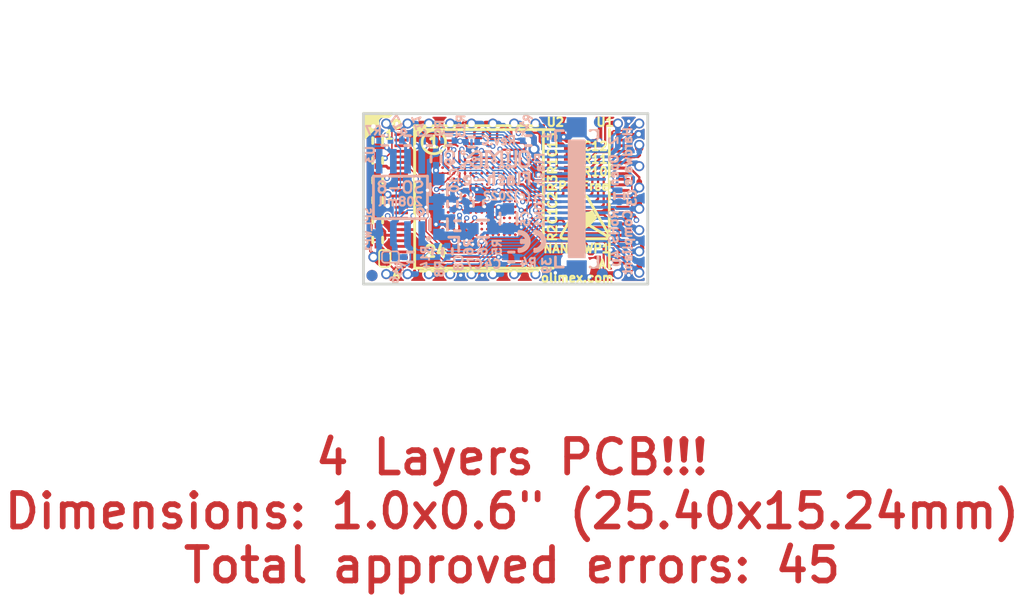
<source format=kicad_pcb>
(kicad_pcb (version 20171130) (host pcbnew 5.1.0-rc2-unknown-036be7d~80~ubuntu16.04.1)
  (title_block (title Flash-e) (date 2022-06-01) (rev C) (company "OLIMEX LTD, Bulgaria"))
  (layers (0 F.Cu signal) (1 In1.Cu power) (2 In2.Cu power) (31 B.Cu signal) (34 B.Paste user) (35 F.Paste user hide) (36 B.SilkS user) (37 F.SilkS user hide) (38 B.Mask user) (39 F.Mask user hide) (44 Edge.Cuts user))
  (net 0 "")
  (net 1 GND)
  (net 2 +3V3)
  (net 3 "/SPI-HOLD(IO3)")
  (net 4 "/SPI-WPn(IO2)")
  (net 5 "/SPI-CS(CMD)")
  (net 6 "/SPI-CLK(CLK)")
  (net 7 "/SPI-MOSI(IO0)")
  (net 8 "/SPI-MISO(IO1)")
  (net 9 "Net-(FID2-PadFid1)")
  (net 10 "Net-(FID4-PadFid1)")
  (net 11 "Net-(FID3-PadFid1)")
  (net 12 "Net-(FID1-PadFid1)")
  (net 13 "Net-(U1-Pad47)")
  (net 14 "Net-(U1-Pad46)")
  (net 15 "Net-(U1-Pad45)")
  (net 16 "Net-(U1-Pad40)")
  (net 17 "Net-(U1-Pad35)")
  (net 18 "Net-(U1-Pad33)")
  (net 19 "Net-(U1-Pad27)")
  (net 20 "Net-(U1-Pad26)")
  (net 21 "Net-(U1-Pad22)")
  (net 22 "Net-(U1-Pad21)")
  (net 23 "Net-(U1-Pad20)")
  (net 24 "Net-(U1-Pad15)")
  (net 25 "Net-(U1-Pad14)")
  (net 26 "Net-(U1-Pad11)")
  (net 27 "Net-(U1-Pad10)")
  (net 28 "Net-(U1-Pad3)")
  (net 29 "Net-(U1-Pad38)")
  (net 30 "Net-(U1-Pad28)")
  (net 31 "Net-(U1-Pad24)")
  (net 32 "Net-(U1-Pad23)")
  (net 33 "Net-(U1-Pad6)")
  (net 34 "Net-(U1-Pad5)")
  (net 35 "Net-(U1-Pad4)")
  (net 36 "Net-(U1-Pad2)")
  (net 37 "Net-(U1-Pad1)")
  (net 38 VDD)
  (net 39 "Net-(FID5-PadFid1)")
  (net 40 "Net-(FID6-PadFid1)")
  (net 41 /eMMC-DS)
  (net 42 /eMMC-VDDI)
  (net 43 /eMMC_CLK)
  (net 44 /eMMC-CLK)
  (net 45 /NAND-D7\eMMC-D7)
  (net 46 /NAND-D6\eMMC-D6)
  (net 47 /NAND-D5\eMMC-D5)
  (net 48 /NAND-D4\eMMC-D4)
  (net 49 /NAND-D3\eMMC-D3)
  (net 50 /NAND-D2\eMMC-D2)
  (net 51 /NAND-D1\eMMC-D1)
  (net 52 /eMMC-CMD)
  (net 53 /eMMC-RST)
  (net 54 /NAND-RB0)
  (net 55 /NAND-RE)
  (net 56 /NAND-CE0)
  (net 57 /NAND-CLE)
  (net 58 /NAND-ALE)
  (net 59 /NAND-D0\eMMC-D0)
  (net 60 /NAND-WE)
  (net 61 /eMMC_DS)
  (net 62 /SPI_CLK)
  (net 63 /SPI_CS)
  (net 64 /NAND-WP)
  (net 65 /NAND_CE0)
  (module "OLIMEX_Connectors-FP:DF12(3.5)-40DP-0.5V(86)---(CL0537-0032-4-86)-0.25mm_Cream" (layer B.Cu) (at 151.13 91.44 90)
    (fp_text reference Flash_CON1 (at 0.762 -3.302 90) (layer B.SilkS) (effects (font (size 0.762 0.762) (thickness 0.1905)) (justify mirror)))
    (fp_text value "DF12(3.5)-40DP-0.5V(86)")
    (fp_text user 40 (at -5.334 3.556 270) (layer B.SilkS) (effects (font (size 0.762 0.762) (thickness 0.1905)) (justify mirror)))
    (fp_text user 2 (at 5.207 3.302 90) (layer B.SilkS) (effects (font (size 0.762 0.762) (thickness 0.1905)) (justify mirror)))
    (fp_text user 1 (at 5.588 -2.667 90) (layer B.SilkS) (effects (font (size 0.762 0.762) (thickness 0.1905)) (justify mirror)))
    (fp_text user 39 (at -5.969 -2.667 90) (layer B.SilkS) (effects (font (size 0.762 0.762) (thickness 0.1905)) (justify mirror)))
    (pad 35 smd rect (at -3.75 -1.4 90) (size 0.25 2.4) (layers B.Cu) (net 57 /NAND-CLE))
    (pad 2 smd rect (at 4.75 1.4 90) (size 0.25 2.4) (layers B.Cu) (net 1 GND))
    (pad 12 smd rect (at 2.25 1.4 90) (size 0.25 2.4) (layers B.Cu) (net 45 /NAND-D7\eMMC-D7))
    (pad 14 smd rect (at 1.75 1.4 90) (size 0.25 2.4) (layers B.Cu) (net 1 GND))
    (pad 16 smd rect (at 1.25 1.4 90) (size 0.25 2.4) (layers B.Cu) (net 46 /NAND-D6\eMMC-D6))
    (pad 18 smd rect (at 0.75 1.4 90) (size 0.25 2.4) (layers B.Cu) (net 1 GND))
    (pad 36 smd rect (at -3.75 1.4 90) (size 0.25 2.4) (layers B.Cu) (net 51 /NAND-D1\eMMC-D1))
    (pad 38 smd rect (at -4.25 1.4 90) (size 0.25 2.4) (layers B.Cu) (net 1 GND))
    (pad 1 smd rect (at 4.75 -1.4 90) (size 0.25 2.4) (layers B.Cu) (net 2 +3V3))
    (pad 3 smd rect (at 4.25 -1.4 90) (size 0.25 2.4) (layers B.Cu) (net 2 +3V3))
    (pad 20 smd rect (at 0.25 1.4 90) (size 0.25 2.4) (layers B.Cu) (net 47 /NAND-D5\eMMC-D5))
    (pad 22 smd rect (at -0.25 1.4 90) (size 0.25 2.4) (layers B.Cu) (net 1 GND))
    (pad 24 smd rect (at -0.75 1.4 90) (size 0.25 2.4) (layers B.Cu) (net 48 /NAND-D4\eMMC-D4))
    (pad 26 smd rect (at -1.25 1.4 90) (size 0.25 2.4) (layers B.Cu) (net 1 GND))
    (pad 28 smd rect (at -1.75 1.4 90) (size 0.25 2.4) (layers B.Cu) (net 49 /NAND-D3\eMMC-D3))
    (pad 30 smd rect (at -2.25 1.4 90) (size 0.25 2.4) (layers B.Cu) (net 1 GND))
    (pad 32 smd rect (at -2.75 1.4 90) (size 0.25 2.4) (layers B.Cu) (net 50 /NAND-D2\eMMC-D2))
    (pad 34 smd rect (at -3.25 1.4 90) (size 0.25 2.4) (layers B.Cu) (net 1 GND))
    (pad 17 smd rect (at 0.75 -1.4 90) (size 0.25 2.4) (layers B.Cu) (net 1 GND))
    (pad 19 smd rect (at 0.25 -1.4 90) (size 0.25 2.4) (layers B.Cu) (net 7 "/SPI-MOSI(IO0)"))
    (pad 39 smd rect (at -4.75 -1.4 90) (size 0.25 2.4) (layers B.Cu) (net 60 /NAND-WE))
    (pad "" np_thru_hole circle (at 5.8 1.5 90) (size 0.6 0.6) (drill 0.6) (layers *.Cu *.Mask))
    (pad 0 smd rect (at 6.4 0 90) (size 1.8 1.8) (layers B.Cu B.Paste B.Mask) (net 1 GND))
    (pad "" np_thru_hole circle (at -5.8 1.5 90) (size 0.6 0.6) (drill 0.6) (layers *.Cu *.Mask))
    (pad 4 smd rect (at 4.25 1.4 90) (size 0.25 2.4) (layers B.Cu) (net 44 /eMMC-CLK))
    (pad 6 smd rect (at 3.75 1.4 90) (size 0.25 2.4) (layers B.Cu) (net 1 GND))
    (pad 8 smd rect (at 3.25 1.4 90) (size 0.25 2.4) (layers B.Cu) (net 41 /eMMC-DS))
    (pad 10 smd rect (at 2.75 1.4 90) (size 0.25 2.4) (layers B.Cu) (net 1 GND))
    (pad 31 smd rect (at -2.75 -1.4 90) (size 0.25 2.4) (layers B.Cu) (net 55 /NAND-RE))
    (pad 29 smd rect (at -2.25 -1.4 90) (size 0.25 2.4) (layers B.Cu) (net 54 /NAND-RB0))
    (pad 33 smd rect (at -3.25 -1.4 90) (size 0.25 2.4) (layers B.Cu) (net 56 /NAND-CE0))
    (pad 27 smd rect (at -1.75 -1.4 90) (size 0.25 2.4) (layers B.Cu) (net 5 "/SPI-CS(CMD)"))
    (pad 0 smd rect (at -6.4 0 90) (size 1.8 1.8) (layers B.Cu B.Paste B.Mask) (net 1 GND))
    (pad 21 smd rect (at -0.25 -1.4 90) (size 0.25 2.4) (layers B.Cu) (net 3 "/SPI-HOLD(IO3)"))
    (pad 23 smd rect (at -0.75 -1.4 90) (size 0.25 2.4) (layers B.Cu) (net 4 "/SPI-WPn(IO2)"))
    (pad 37 smd rect (at -4.25 -1.4 90) (size 0.25 2.4) (layers B.Cu) (net 58 /NAND-ALE))
    (pad 5 smd rect (at 3.75 -1.4 90) (size 0.25 2.4) (layers B.Cu) (net 38 VDD))
    (pad 7 smd rect (at 3.25 -1.4 90) (size 0.25 2.4) (layers B.Cu) (net 38 VDD))
    (pad 9 smd rect (at 2.75 -1.4 90) (size 0.25 2.4) (layers B.Cu) (net 52 /eMMC-CMD))
    (pad 11 smd rect (at 2.25 -1.4 90) (size 0.25 2.4) (layers B.Cu) (net 53 /eMMC-RST))
    (pad 13 smd rect (at 1.75 -1.4 90) (size 0.25 2.4) (layers B.Cu) (net 1 GND))
    (pad 15 smd rect (at 1.25 -1.4 90) (size 0.25 2.4) (layers B.Cu) (net 6 "/SPI-CLK(CLK)"))
    (pad 25 smd rect (at -1.25 -1.4 90) (size 0.25 2.4) (layers B.Cu) (net 8 "/SPI-MISO(IO1)"))
    (pad 40 smd rect (at -4.75 1.4 90) (size 0.25 2.4) (layers B.Cu) (net 59 /NAND-D0\eMMC-D0))
  )
  (module OLIMEX_IC-FP:SO-8_208mil (layer B.Cu) (at 135.382 91.313 180)
    (fp_text reference U3 (at 2.7178 3.8354 270) (layer B.SilkS) (effects (font (size 0.762 0.762) (thickness 0.1905)) (justify mirror)))
    (fp_text value "NA(W25Q128JVSIQ(SOIC-8_208mils))")
    (fp_text user SO-8 (at 0 0.889 180) (layer B.SilkS) (effects (font (size 1.016 1.016) (thickness 0.2032)) (justify mirror)))
    (fp_text user 208mil (at 0 -0.381 180) (layer B.SilkS) (effects (font (size 0.762 0.762) (thickness 0.1905)) (justify mirror)))
    (pad 8 smd rect (at -1.905 3.235 180) (size 0.6 2.2) (layers B.Cu B.Paste B.Mask) (net 2 +3V3) (clearance 0.0508))
    (pad 7 smd rect (at -0.635 3.235 180) (size 0.6 2.2) (layers B.Cu B.Paste B.Mask) (net 3 "/SPI-HOLD(IO3)") (clearance 0.0508))
    (pad 6 smd rect (at 0.635 3.235 180) (size 0.6 2.2) (layers B.Cu B.Paste B.Mask) (net 62 /SPI_CLK) (clearance 0.0508))
    (pad 5 smd rect (at 1.905 3.235 180) (size 0.6 2.2) (layers B.Cu B.Paste B.Mask) (net 7 "/SPI-MOSI(IO0)") (clearance 0.0508))
    (pad 4 smd rect (at 1.905 -3.235 180) (size 0.6 2.2) (layers B.Cu B.Paste B.Mask) (net 1 GND) (clearance 0.0508))
    (pad 3 smd rect (at 0.635 -3.235 180) (size 0.6 2.2) (layers B.Cu B.Paste B.Mask) (net 4 "/SPI-WPn(IO2)") (clearance 0.0508))
    (pad 2 smd rect (at -0.635 -3.235 180) (size 0.6 2.2) (layers B.Cu B.Paste B.Mask) (net 8 "/SPI-MISO(IO1)") (clearance 0.0508))
    (pad 1 smd rect (at -1.905 -3.235 180) (size 0.6 2.2) (layers B.Cu B.Paste B.Mask) (net 63 /SPI_CS) (clearance 0.0508))
  )
  (module OLIMEX_LOGOs-FP:CE_Sign_Small (layer B.Cu) (at 146.685 95.25 180)
    (fp_text reference Sign_CE_Small hide)
    (fp_text value CE_Sign_Small hide)
  )
  (module OLIMEX_IC-FP:FBGA153_Pitch-0.5mm_Ball-0.25mm_Dimensions-11.50x13.00x0.80mm (layer F.Cu) (at 142.4 91.4 270)
    (fp_text reference U2 (at -6.818 -6.825 180) (layer F.SilkS) (effects (font (size 0.762 0.762) (thickness 0.1905))))
    (fp_text value "NA(KLMAG1JETD-B041003(FBGA153))")
    (pad A1 smd circle (at -3.25 3.25 270) (size 0.25 0.25) (layers F.Cu F.Mask))
    (pad A2 smd circle (at -3.25 2.75 270) (size 0.25 0.25) (layers F.Cu F.Mask))
    (pad A3 smd circle (at -3.25 2.25 270) (size 0.25 0.25) (layers F.Cu F.Mask) (net 59 /NAND-D0\eMMC-D0))
    (pad A4 smd circle (at -3.25 1.75 270) (size 0.25 0.25) (layers F.Cu F.Mask) (net 51 /NAND-D1\eMMC-D1))
    (pad A5 smd circle (at -3.25 1.25 270) (size 0.25 0.25) (layers F.Cu F.Mask) (net 50 /NAND-D2\eMMC-D2))
    (pad A6 smd circle (at -3.25 0.75 270) (size 0.25 0.25) (layers F.Cu F.Mask) (net 1 GND))
    (pad A7 smd circle (at -3.25 0.25 270) (size 0.25 0.25) (layers F.Cu F.Mask))
    (pad A8 smd circle (at -3.25 -0.25 270) (size 0.25 0.25) (layers F.Cu F.Mask))
    (pad A9 smd circle (at -3.25 -0.75 270) (size 0.25 0.25) (layers F.Cu F.Mask))
    (pad A10 smd circle (at -3.25 -1.25 270) (size 0.25 0.25) (layers F.Cu F.Mask))
    (pad A11 smd circle (at -3.25 -1.75 270) (size 0.25 0.25) (layers F.Cu F.Mask))
    (pad A14 smd circle (at -3.25 -3.25 270) (size 0.25 0.25) (layers F.Cu F.Mask))
    (pad A13 smd circle (at -3.25 -2.75 270) (size 0.25 0.25) (layers F.Cu F.Mask))
    (pad A12 smd circle (at -3.25 -2.25 270) (size 0.25 0.25) (layers F.Cu F.Mask))
    (pad B12 smd circle (at -2.75 -2.25 270) (size 0.25 0.25) (layers F.Cu F.Mask))
    (pad B13 smd circle (at -2.75 -2.75 270) (size 0.25 0.25) (layers F.Cu F.Mask))
    (pad B14 smd circle (at -2.75 -3.25 270) (size 0.25 0.25) (layers F.Cu F.Mask))
    (pad B11 smd circle (at -2.75 -1.75 270) (size 0.25 0.25) (layers F.Cu F.Mask))
    (pad B10 smd circle (at -2.75 -1.25 270) (size 0.25 0.25) (layers F.Cu F.Mask))
    (pad B9 smd circle (at -2.75 -0.75 270) (size 0.25 0.25) (layers F.Cu F.Mask))
    (pad B8 smd circle (at -2.75 -0.25 270) (size 0.25 0.25) (layers F.Cu F.Mask))
    (pad B7 smd circle (at -2.75 0.25 270) (size 0.25 0.25) (layers F.Cu F.Mask))
    (pad B6 smd circle (at -2.75 0.75 270) (size 0.25 0.25) (layers F.Cu F.Mask) (net 45 /NAND-D7\eMMC-D7))
    (pad B5 smd circle (at -2.75 1.25 270) (size 0.25 0.25) (layers F.Cu F.Mask) (net 46 /NAND-D6\eMMC-D6))
    (pad B4 smd circle (at -2.75 1.75 270) (size 0.25 0.25) (layers F.Cu F.Mask) (net 47 /NAND-D5\eMMC-D5))
    (pad B3 smd circle (at -2.75 2.25 270) (size 0.25 0.25) (layers F.Cu F.Mask) (net 48 /NAND-D4\eMMC-D4))
    (pad B2 smd circle (at -2.75 2.75 270) (size 0.25 0.25) (layers F.Cu F.Mask) (net 49 /NAND-D3\eMMC-D3))
    (pad B1 smd circle (at -2.75 3.25 270) (size 0.25 0.25) (layers F.Cu F.Mask))
    (pad C1 smd circle (at -2.25 3.25 270) (size 0.25 0.25) (layers F.Cu F.Mask))
    (pad C2 smd circle (at -2.25 2.75 270) (size 0.25 0.25) (layers F.Cu F.Mask) (net 42 /eMMC-VDDI))
    (pad C3 smd circle (at -2.25 2.25 270) (size 0.25 0.25) (layers F.Cu F.Mask))
    (pad C4 smd circle (at -2.25 1.75 270) (size 0.25 0.25) (layers F.Cu F.Mask) (net 1 GND))
    (pad C5 smd circle (at -2.25 1.25 270) (size 0.25 0.25) (layers F.Cu F.Mask))
    (pad C6 smd circle (at -2.25 0.75 270) (size 0.25 0.25) (layers F.Cu F.Mask) (net 38 VDD))
    (pad C7 smd circle (at -2.25 0.25 270) (size 0.25 0.25) (layers F.Cu F.Mask))
    (pad C8 smd circle (at -2.25 -0.25 270) (size 0.25 0.25) (layers F.Cu F.Mask))
    (pad C9 smd circle (at -2.25 -0.75 270) (size 0.25 0.25) (layers F.Cu F.Mask))
    (pad C10 smd circle (at -2.25 -1.25 270) (size 0.25 0.25) (layers F.Cu F.Mask))
    (pad C11 smd circle (at -2.25 -1.75 270) (size 0.25 0.25) (layers F.Cu F.Mask))
    (pad C14 smd circle (at -2.25 -3.25 270) (size 0.25 0.25) (layers F.Cu F.Mask))
    (pad C13 smd circle (at -2.25 -2.75 270) (size 0.25 0.25) (layers F.Cu F.Mask))
    (pad C12 smd circle (at -2.25 -2.25 270) (size 0.25 0.25) (layers F.Cu F.Mask))
    (pad D12 smd circle (at -1.75 -2.25 270) (size 0.25 0.25) (layers F.Cu F.Mask))
    (pad D13 smd circle (at -1.75 -2.75 270) (size 0.25 0.25) (layers F.Cu F.Mask))
    (pad D14 smd circle (at -1.75 -3.25 270) (size 0.25 0.25) (layers F.Cu F.Mask))
    (pad D4 smd circle (at -1.75 1.75 270) (size 0.25 0.25) (layers F.Cu F.Mask))
    (pad D3 smd circle (at -1.75 2.25 270) (size 0.25 0.25) (layers F.Cu F.Mask))
    (pad D2 smd circle (at -1.75 2.75 270) (size 0.25 0.25) (layers F.Cu F.Mask))
    (pad D1 smd circle (at -1.75 3.25 270) (size 0.25 0.25) (layers F.Cu F.Mask))
    (pad E12 smd circle (at -1.25 -2.25 270) (size 0.25 0.25) (layers F.Cu F.Mask))
    (pad E13 smd circle (at -1.25 -2.75 270) (size 0.25 0.25) (layers F.Cu F.Mask))
    (pad E14 smd circle (at -1.25 -3.25 270) (size 0.25 0.25) (layers F.Cu F.Mask))
    (pad E10 smd circle (at -1.25 -1.25 270) (size 0.25 0.25) (layers F.Cu F.Mask))
    (pad E9 smd circle (at -1.25 -0.75 270) (size 0.25 0.25) (layers F.Cu F.Mask))
    (pad E8 smd circle (at -1.25 -0.25 270) (size 0.25 0.25) (layers F.Cu F.Mask))
    (pad E7 smd circle (at -1.25 0.25 270) (size 0.25 0.25) (layers F.Cu F.Mask) (net 1 GND))
    (pad E6 smd circle (at -1.25 0.75 270) (size 0.25 0.25) (layers F.Cu F.Mask) (net 2 +3V3))
    (pad E5 smd circle (at -1.25 1.25 270) (size 0.25 0.25) (layers F.Cu F.Mask))
    (pad E3 smd circle (at -1.25 2.25 270) (size 0.25 0.25) (layers F.Cu F.Mask))
    (pad E2 smd circle (at -1.25 2.75 270) (size 0.25 0.25) (layers F.Cu F.Mask))
    (pad E1 smd circle (at -1.25 3.25 270) (size 0.25 0.25) (layers F.Cu F.Mask))
    (pad F1 smd circle (at -0.75 3.25 270) (size 0.25 0.25) (layers F.Cu F.Mask))
    (pad F2 smd circle (at -0.75 2.75 270) (size 0.25 0.25) (layers F.Cu F.Mask))
    (pad F3 smd circle (at -0.75 2.25 270) (size 0.25 0.25) (layers F.Cu F.Mask))
    (pad F5 smd circle (at -0.75 1.25 270) (size 0.25 0.25) (layers F.Cu F.Mask) (net 2 +3V3))
    (pad F10 smd circle (at -0.75 -1.25 270) (size 0.25 0.25) (layers F.Cu F.Mask))
    (pad F14 smd circle (at -0.75 -3.25 270) (size 0.25 0.25) (layers F.Cu F.Mask))
    (pad F13 smd circle (at -0.75 -2.75 270) (size 0.25 0.25) (layers F.Cu F.Mask))
    (pad F12 smd circle (at -0.75 -2.25 270) (size 0.25 0.25) (layers F.Cu F.Mask))
    (pad G12 smd circle (at -0.25 -2.25 270) (size 0.25 0.25) (layers F.Cu F.Mask))
    (pad G13 smd circle (at -0.25 -2.75 270) (size 0.25 0.25) (layers F.Cu F.Mask))
    (pad G14 smd circle (at -0.25 -3.25 270) (size 0.25 0.25) (layers F.Cu F.Mask))
    (pad G10 smd circle (at -0.25 -1.25 270) (size 0.25 0.25) (layers F.Cu F.Mask))
    (pad G5 smd circle (at -0.25 1.25 270) (size 0.25 0.25) (layers F.Cu F.Mask) (net 1 GND))
    (pad G3 smd circle (at -0.25 2.25 270) (size 0.25 0.25) (layers F.Cu F.Mask))
    (pad G2 smd circle (at -0.25 2.75 270) (size 0.25 0.25) (layers F.Cu F.Mask))
    (pad G1 smd circle (at -0.25 3.25 270) (size 0.25 0.25) (layers F.Cu F.Mask))
    (pad J1 smd circle (at 0.75 3.25 270) (size 0.25 0.25) (layers F.Cu F.Mask))
    (pad J2 smd circle (at 0.75 2.75 270) (size 0.25 0.25) (layers F.Cu F.Mask))
    (pad J3 smd circle (at 0.75 2.25 270) (size 0.25 0.25) (layers F.Cu F.Mask))
    (pad J5 smd circle (at 0.75 1.25 270) (size 0.25 0.25) (layers F.Cu F.Mask) (net 1 GND))
    (pad J10 smd circle (at 0.75 -1.25 270) (size 0.25 0.25) (layers F.Cu F.Mask) (net 2 +3V3))
    (pad J14 smd circle (at 0.75 -3.25 270) (size 0.25 0.25) (layers F.Cu F.Mask))
    (pad J13 smd circle (at 0.75 -2.75 270) (size 0.25 0.25) (layers F.Cu F.Mask))
    (pad J12 smd circle (at 0.75 -2.25 270) (size 0.25 0.25) (layers F.Cu F.Mask))
    (pad H12 smd circle (at 0.25 -2.25 270) (size 0.25 0.25) (layers F.Cu F.Mask))
    (pad H13 smd circle (at 0.25 -2.75 270) (size 0.25 0.25) (layers F.Cu F.Mask))
    (pad H14 smd circle (at 0.25 -3.25 270) (size 0.25 0.25) (layers F.Cu F.Mask))
    (pad H10 smd circle (at 0.25 -1.25 270) (size 0.25 0.25) (layers F.Cu F.Mask) (net 1 GND))
    (pad H5 smd circle (at 0.25 1.25 270) (size 0.25 0.25) (layers F.Cu F.Mask) (net 61 /eMMC_DS))
    (pad H3 smd circle (at 0.25 2.25 270) (size 0.25 0.25) (layers F.Cu F.Mask))
    (pad H2 smd circle (at 0.25 2.75 270) (size 0.25 0.25) (layers F.Cu F.Mask))
    (pad H1 smd circle (at 0.25 3.25 270) (size 0.25 0.25) (layers F.Cu F.Mask))
    (pad K1 smd circle (at 1.25 3.25 270) (size 0.25 0.25) (layers F.Cu F.Mask))
    (pad K2 smd circle (at 1.25 2.75 270) (size 0.25 0.25) (layers F.Cu F.Mask))
    (pad K3 smd circle (at 1.25 2.25 270) (size 0.25 0.25) (layers F.Cu F.Mask))
    (pad K5 smd circle (at 1.25 1.25 270) (size 0.25 0.25) (layers F.Cu F.Mask) (net 53 /eMMC-RST))
    (pad K6 smd circle (at 1.25 0.75 270) (size 0.25 0.25) (layers F.Cu F.Mask))
    (pad K7 smd circle (at 1.25 0.25 270) (size 0.25 0.25) (layers F.Cu F.Mask))
    (pad K8 smd circle (at 1.25 -0.25 270) (size 0.25 0.25) (layers F.Cu F.Mask) (net 1 GND))
    (pad K9 smd circle (at 1.25 -0.75 270) (size 0.25 0.25) (layers F.Cu F.Mask) (net 2 +3V3))
    (pad K10 smd circle (at 1.25 -1.25 270) (size 0.25 0.25) (layers F.Cu F.Mask))
    (pad K14 smd circle (at 1.25 -3.25 270) (size 0.25 0.25) (layers F.Cu F.Mask))
    (pad K13 smd circle (at 1.25 -2.75 270) (size 0.25 0.25) (layers F.Cu F.Mask))
    (pad K12 smd circle (at 1.25 -2.25 270) (size 0.25 0.25) (layers F.Cu F.Mask))
    (pad L1 smd circle (at 1.75 3.25 270) (size 0.25 0.25) (layers F.Cu F.Mask))
    (pad L2 smd circle (at 1.75 2.75 270) (size 0.25 0.25) (layers F.Cu F.Mask))
    (pad L3 smd circle (at 1.75 2.25 270) (size 0.25 0.25) (layers F.Cu F.Mask))
    (pad L14 smd circle (at 1.75 -3.25 270) (size 0.25 0.25) (layers F.Cu F.Mask))
    (pad L13 smd circle (at 1.75 -2.75 270) (size 0.25 0.25) (layers F.Cu F.Mask))
    (pad L12 smd circle (at 1.75 -2.25 270) (size 0.25 0.25) (layers F.Cu F.Mask))
    (pad P12 smd circle (at 3.25 -2.25 270) (size 0.25 0.25) (layers F.Cu F.Mask))
    (pad P13 smd circle (at 3.25 -2.75 270) (size 0.25 0.25) (layers F.Cu F.Mask))
    (pad P14 smd circle (at 3.25 -3.25 270) (size 0.25 0.25) (layers F.Cu F.Mask))
    (pad P11 smd circle (at 3.25 -1.75 270) (size 0.25 0.25) (layers F.Cu F.Mask))
    (pad P10 smd circle (at 3.25 -1.25 270) (size 0.25 0.25) (layers F.Cu F.Mask))
    (pad P9 smd circle (at 3.25 -0.75 270) (size 0.25 0.25) (layers F.Cu F.Mask))
    (pad P8 smd circle (at 3.25 -0.25 270) (size 0.25 0.25) (layers F.Cu F.Mask))
    (pad P7 smd circle (at 3.25 0.25 270) (size 0.25 0.25) (layers F.Cu F.Mask))
    (pad P6 smd circle (at 3.25 0.75 270) (size 0.25 0.25) (layers F.Cu F.Mask) (net 1 GND))
    (pad P5 smd circle (at 3.25 1.25 270) (size 0.25 0.25) (layers F.Cu F.Mask) (net 38 VDD))
    (pad P4 smd circle (at 3.25 1.75 270) (size 0.25 0.25) (layers F.Cu F.Mask) (net 1 GND))
    (pad P3 smd circle (at 3.25 2.25 270) (size 0.25 0.25) (layers F.Cu F.Mask) (net 38 VDD))
    (pad P2 smd circle (at 3.25 2.75 270) (size 0.25 0.25) (layers F.Cu F.Mask))
    (pad P1 smd circle (at 3.25 3.25 270) (size 0.25 0.25) (layers F.Cu F.Mask))
    (pad N1 smd circle (at 2.75 3.25 270) (size 0.25 0.25) (layers F.Cu F.Mask))
    (pad N2 smd circle (at 2.75 2.75 270) (size 0.25 0.25) (layers F.Cu F.Mask) (net 1 GND))
    (pad N3 smd circle (at 2.75 2.25 270) (size 0.25 0.25) (layers F.Cu F.Mask))
    (pad N4 smd circle (at 2.75 1.75 270) (size 0.25 0.25) (layers F.Cu F.Mask) (net 38 VDD))
    (pad N5 smd circle (at 2.75 1.25 270) (size 0.25 0.25) (layers F.Cu F.Mask) (net 1 GND))
    (pad N6 smd circle (at 2.75 0.75 270) (size 0.25 0.25) (layers F.Cu F.Mask))
    (pad N7 smd circle (at 2.75 0.25 270) (size 0.25 0.25) (layers F.Cu F.Mask))
    (pad N8 smd circle (at 2.75 -0.25 270) (size 0.25 0.25) (layers F.Cu F.Mask))
    (pad N9 smd circle (at 2.75 -0.75 270) (size 0.25 0.25) (layers F.Cu F.Mask))
    (pad N10 smd circle (at 2.75 -1.25 270) (size 0.25 0.25) (layers F.Cu F.Mask))
    (pad N11 smd circle (at 2.75 -1.75 270) (size 0.25 0.25) (layers F.Cu F.Mask))
    (pad N14 smd circle (at 2.75 -3.25 270) (size 0.25 0.25) (layers F.Cu F.Mask))
    (pad N13 smd circle (at 2.75 -2.75 270) (size 0.25 0.25) (layers F.Cu F.Mask))
    (pad N12 smd circle (at 2.75 -2.25 270) (size 0.25 0.25) (layers F.Cu F.Mask))
    (pad M12 smd circle (at 2.25 -2.25 270) (size 0.25 0.25) (layers F.Cu F.Mask))
    (pad M13 smd circle (at 2.25 -2.75 270) (size 0.25 0.25) (layers F.Cu F.Mask))
    (pad M14 smd circle (at 2.25 -3.25 270) (size 0.25 0.25) (layers F.Cu F.Mask))
    (pad M11 smd circle (at 2.25 -1.75 270) (size 0.25 0.25) (layers F.Cu F.Mask))
    (pad M10 smd circle (at 2.25 -1.25 270) (size 0.25 0.25) (layers F.Cu F.Mask))
    (pad M9 smd circle (at 2.25 -0.75 270) (size 0.25 0.25) (layers F.Cu F.Mask))
    (pad M8 smd circle (at 2.25 -0.25 270) (size 0.25 0.25) (layers F.Cu F.Mask))
    (pad M7 smd circle (at 2.25 0.25 270) (size 0.25 0.25) (layers F.Cu F.Mask))
    (pad M6 smd circle (at 2.25 0.75 270) (size 0.25 0.25) (layers F.Cu F.Mask) (net 43 /eMMC_CLK))
    (pad M5 smd circle (at 2.25 1.25 270) (size 0.25 0.25) (layers F.Cu F.Mask) (net 52 /eMMC-CMD))
    (pad M4 smd circle (at 2.25 1.75 270) (size 0.25 0.25) (layers F.Cu F.Mask) (net 38 VDD))
    (pad M3 smd circle (at 2.25 2.25 270) (size 0.25 0.25) (layers F.Cu F.Mask))
    (pad M2 smd circle (at 2.25 2.75 270) (size 0.25 0.25) (layers F.Cu F.Mask))
    (pad M1 smd circle (at 2.25 3.25 270) (size 0.25 0.25) (layers F.Cu F.Mask))
    (pad FID1 smd circle (at -6.5 -5.75 270) (size 0.3 0.3) (layers F.Cu F.Mask))
    (pad FID2 smd circle (at 6.5 -5.75 270) (size 0.3 0.3) (layers F.Cu F.Mask))
    (pad FID3 smd circle (at 6.5 5.75 270) (size 0.3 0.3) (layers F.Cu F.Mask))
  )
  (module OLIMEX_IC-FP:TSOP48 (layer F.Cu) (at 145.3515 91.44)
    (fp_text reference U1 (at 8.3185 -6.858) (layer F.SilkS) (effects (font (size 0.762 0.762) (thickness 0.1905))))
    (fp_text value "NA(MT29F64G08CBABA-WP:B(TSOP48))")
    (fp_text user o (at -10.2997 -6.8072) (layer F.SilkS) (effects (font (size 1.016 1.016) (thickness 0.254))))
    (fp_text user 24 (at -6.7945 4.699 180) (layer F.SilkS) (effects (font (size 1.016 1.016) (thickness 0.254))))
    (fp_text user 1 (at -6.985 -5.08 180) (layer F.SilkS) (effects (font (size 1.016 1.016) (thickness 0.254))))
    (pad 48 smd rect (at 9.9 -5.75 270) (size 0.25 1.2) (layers F.Cu F.Paste F.Mask) (net 1 GND))
    (pad 47 smd rect (at 9.9 -5.25 270) (size 0.25 1.2) (layers F.Cu F.Paste F.Mask) (net 13 "Net-(U1-Pad47)"))
    (pad 46 smd rect (at 9.9 -4.75 270) (size 0.25 1.2) (layers F.Cu F.Paste F.Mask) (net 14 "Net-(U1-Pad46)"))
    (pad 45 smd rect (at 9.9 -4.25 270) (size 0.25 1.2) (layers F.Cu F.Paste F.Mask) (net 15 "Net-(U1-Pad45)"))
    (pad 44 smd rect (at 9.9 -3.75 270) (size 0.25 1.2) (layers F.Cu F.Paste F.Mask) (net 45 /NAND-D7\eMMC-D7))
    (pad 43 smd rect (at 9.9 -3.25 270) (size 0.25 1.2) (layers F.Cu F.Paste F.Mask) (net 46 /NAND-D6\eMMC-D6))
    (pad 42 smd rect (at 9.9 -2.75 270) (size 0.25 1.2) (layers F.Cu F.Paste F.Mask) (net 47 /NAND-D5\eMMC-D5))
    (pad 41 smd rect (at 9.9 -2.25 270) (size 0.25 1.2) (layers F.Cu F.Paste F.Mask) (net 48 /NAND-D4\eMMC-D4))
    (pad 40 smd rect (at 9.9 -1.75 270) (size 0.25 1.2) (layers F.Cu F.Paste F.Mask) (net 16 "Net-(U1-Pad40)"))
    (pad 39 smd rect (at 9.9 -1.25 270) (size 0.25 1.2) (layers F.Cu F.Paste F.Mask) (net 2 +3V3))
    (pad 38 smd rect (at 9.9 -0.75 270) (size 0.25 1.2) (layers F.Cu F.Paste F.Mask) (net 29 "Net-(U1-Pad38)"))
    (pad 37 smd rect (at 9.9 -0.25 270) (size 0.25 1.2) (layers F.Cu F.Paste F.Mask) (net 2 +3V3))
    (pad 36 smd rect (at 9.9 0.25 270) (size 0.25 1.2) (layers F.Cu F.Paste F.Mask) (net 1 GND))
    (pad 35 smd rect (at 9.9 0.75 270) (size 0.25 1.2) (layers F.Cu F.Paste F.Mask) (net 17 "Net-(U1-Pad35)"))
    (pad 34 smd rect (at 9.9 1.25 270) (size 0.25 1.2) (layers F.Cu F.Paste F.Mask) (net 2 +3V3))
    (pad 33 smd rect (at 9.9 1.75 270) (size 0.25 1.2) (layers F.Cu F.Paste F.Mask) (net 18 "Net-(U1-Pad33)"))
    (pad 32 smd rect (at 9.9 2.25 270) (size 0.25 1.2) (layers F.Cu F.Paste F.Mask) (net 49 /NAND-D3\eMMC-D3))
    (pad 31 smd rect (at 9.9 2.75 270) (size 0.25 1.2) (layers F.Cu F.Paste F.Mask) (net 50 /NAND-D2\eMMC-D2))
    (pad 30 smd rect (at 9.9 3.25 270) (size 0.25 1.2) (layers F.Cu F.Paste F.Mask) (net 51 /NAND-D1\eMMC-D1))
    (pad 29 smd rect (at 9.9 3.75 270) (size 0.25 1.2) (layers F.Cu F.Paste F.Mask) (net 59 /NAND-D0\eMMC-D0))
    (pad 28 smd rect (at 9.9 4.25 270) (size 0.25 1.2) (layers F.Cu F.Paste F.Mask) (net 30 "Net-(U1-Pad28)"))
    (pad 27 smd rect (at 9.9 4.75 270) (size 0.25 1.2) (layers F.Cu F.Paste F.Mask) (net 19 "Net-(U1-Pad27)"))
    (pad 26 smd rect (at 9.9 5.25 270) (size 0.25 1.2) (layers F.Cu F.Paste F.Mask) (net 20 "Net-(U1-Pad26)"))
    (pad 25 smd rect (at 9.9 5.75 270) (size 0.25 1.2) (layers F.Cu F.Paste F.Mask) (net 1 GND))
    (pad 24 smd rect (at -9.9 5.75 270) (size 0.25 1.2) (layers F.Cu F.Paste F.Mask) (net 31 "Net-(U1-Pad24)"))
    (pad 23 smd rect (at -9.9 5.25 270) (size 0.25 1.2) (layers F.Cu F.Paste F.Mask) (net 32 "Net-(U1-Pad23)"))
    (pad 22 smd rect (at -9.9 4.75 270) (size 0.25 1.2) (layers F.Cu F.Paste F.Mask) (net 21 "Net-(U1-Pad22)"))
    (pad 21 smd rect (at -9.9 4.25 270) (size 0.25 1.2) (layers F.Cu F.Paste F.Mask) (net 22 "Net-(U1-Pad21)"))
    (pad 20 smd rect (at -9.9 3.75 270) (size 0.25 1.2) (layers F.Cu F.Paste F.Mask) (net 23 "Net-(U1-Pad20)"))
    (pad 19 smd rect (at -9.9 3.25 270) (size 0.25 1.2) (layers F.Cu F.Paste F.Mask) (net 64 /NAND-WP))
    (pad 18 smd rect (at -9.9 2.75 270) (size 0.25 1.2) (layers F.Cu F.Paste F.Mask) (net 60 /NAND-WE))
    (pad 17 smd rect (at -9.9 2.25 270) (size 0.25 1.2) (layers F.Cu F.Paste F.Mask) (net 58 /NAND-ALE))
    (pad 16 smd rect (at -9.9 1.75 270) (size 0.25 1.2) (layers F.Cu F.Paste F.Mask) (net 57 /NAND-CLE))
    (pad 15 smd rect (at -9.9 1.25 270) (size 0.25 1.2) (layers F.Cu F.Paste F.Mask) (net 24 "Net-(U1-Pad15)"))
    (pad 14 smd rect (at -9.9 0.75 270) (size 0.25 1.2) (layers F.Cu F.Paste F.Mask) (net 25 "Net-(U1-Pad14)"))
    (pad 13 smd rect (at -9.9 0.25 270) (size 0.25 1.2) (layers F.Cu F.Paste F.Mask) (net 1 GND))
    (pad 12 smd rect (at -9.9 -0.25 270) (size 0.25 1.2) (layers F.Cu F.Paste F.Mask) (net 2 +3V3))
    (pad 11 smd rect (at -9.9 -0.75 270) (size 0.25 1.2) (layers F.Cu F.Paste F.Mask) (net 26 "Net-(U1-Pad11)"))
    (pad 10 smd rect (at -9.9 -1.25 270) (size 0.25 1.2) (layers F.Cu F.Paste F.Mask) (net 27 "Net-(U1-Pad10)"))
    (pad 9 smd rect (at -9.9 -1.75 270) (size 0.25 1.2) (layers F.Cu F.Paste F.Mask) (net 65 /NAND_CE0))
    (pad 8 smd rect (at -9.9 -2.25 270) (size 0.25 1.2) (layers F.Cu F.Paste F.Mask) (net 55 /NAND-RE))
    (pad 7 smd rect (at -9.9 -2.75 270) (size 0.25 1.2) (layers F.Cu F.Paste F.Mask) (net 54 /NAND-RB0))
    (pad 6 smd rect (at -9.9 -3.25 270) (size 0.25 1.2) (layers F.Cu F.Paste F.Mask) (net 33 "Net-(U1-Pad6)"))
    (pad 5 smd rect (at -9.9 -3.75 270) (size 0.25 1.2) (layers F.Cu F.Paste F.Mask) (net 34 "Net-(U1-Pad5)"))
    (pad 4 smd rect (at -9.9 -4.25 270) (size 0.25 1.2) (layers F.Cu F.Paste F.Mask) (net 35 "Net-(U1-Pad4)"))
    (pad 3 smd rect (at -9.9 -4.75 270) (size 0.25 1.2) (layers F.Cu F.Paste F.Mask) (net 28 "Net-(U1-Pad3)"))
    (pad 2 smd rect (at -9.9 -5.25 270) (size 0.25 1.2) (layers F.Cu F.Paste F.Mask) (net 36 "Net-(U1-Pad2)"))
    (pad 1 smd rect (at -9.9 -5.75 270) (size 0.25 1.2) (layers F.Cu F.Paste F.Mask) (net 37 "Net-(U1-Pad1)"))
  )
  (module OLIMEX_Other-FP:TEST_PAD_0.6x0.9mm (layer F.Cu) (at 156.718 88.519)
    (fp_text reference eD6 hide)
    (fp_text value TESTPAD hide)
    (pad 1 thru_hole circle (at 0 0) (size 0.9 0.9) (drill 0.6) (layers *.Cu *.Mask) (net 46 /NAND-D6\eMMC-D6))
  )
  (module OLIMEX_LOGOs-FP:LOGO_ANTISTATIC_SMALL_4.5mmX2.8mm (layer F.Cu) (at 151.892 93.091)
    (fp_text reference Sign_Antistatic)
    (fp_text value "")
  )
  (module OLIMEX_LOGOs-FP:LOGO_OLIMEX_80 (layer B.Cu) (at 143.891 87.884 180)
    (fp_text reference Logo_OLimeX hide)
    (fp_text value "" hide)
  )
  (module OLIMEX_Jumpers-FP:SJ_1_SMALLER (layer F.Cu) (at 133.985 96.774 90)
    (fp_text reference NAND_WP1 (at 0.889 17.145 180) (layer F.SilkS) (effects (font (size 0.762 0.762) (thickness 0.1905))))
    (fp_text value Opened hide)
    (pad 2 smd rect (at 0.381 0 90) (size 0.508 0.762) (layers F.Cu F.Mask) (net 64 /NAND-WP) (clearance 0.0508))
    (pad 1 smd rect (at -0.381 0 90) (size 0.508 0.762) (layers F.Cu F.Mask) (net 1 GND) (clearance 0.0508))
  )
  (module OLIMEX_Jumpers-FP:SJ_1_SMALLER (layer B.Cu) (at 134.493 96.647)
    (fp_text reference SPI_WP1 (at -2.032 -2.413 270) (layer B.SilkS) (effects (font (size 0.635 0.635) (thickness 0.15875)) (justify mirror)))
    (fp_text value Opened hide)
    (pad 2 smd rect (at 0.381 0) (size 0.508 0.762) (layers B.Cu B.Mask) (net 4 "/SPI-WPn(IO2)") (clearance 0.0508))
    (pad 1 smd rect (at -0.381 0) (size 0.508 0.762) (layers B.Cu B.Mask) (net 1 GND) (clearance 0.0508))
  )
  (module OLIMEX_RLC-FP:R_0402_5MIL_DWS (layer B.Cu) (at 145.288 96.647)
    (fp_text reference R4 (at 1.524 0.508) (layer B.SilkS) (effects (font (size 0.762 0.762) (thickness 0.1905)) (justify mirror)))
    (fp_text value "NA(22R/R0402)")
    (pad 2 smd rect (at 0.508 0) (size 0.5 0.55) (layers B.Cu B.Paste B.Mask) (net 56 /NAND-CE0))
    (pad 1 smd rect (at -0.508 0 180) (size 0.5 0.55) (layers B.Cu B.Paste B.Mask) (net 65 /NAND_CE0))
  )
  (module OLIMEX_RLC-FP:R_0402_5MIL_DWS (layer B.Cu) (at 133.985 86.233)
    (fp_text reference R7 (at -1.016 -0.889) (layer B.SilkS) (effects (font (size 0.762 0.762) (thickness 0.1905)) (justify mirror)))
    (fp_text value "NA(22R/R0402)")
    (pad 2 smd rect (at 0.508 0) (size 0.5 0.55) (layers B.Cu B.Paste B.Mask) (net 6 "/SPI-CLK(CLK)"))
    (pad 1 smd rect (at -0.508 0 180) (size 0.5 0.55) (layers B.Cu B.Paste B.Mask) (net 62 /SPI_CLK))
  )
  (module OLIMEX_RLC-FP:R_0402_5MIL_DWS (layer B.Cu) (at 139.573 96.139 270)
    (fp_text reference R8 (at 1.5621 0.6858 270) (layer B.SilkS) (effects (font (size 0.762 0.762) (thickness 0.1905)) (justify mirror)))
    (fp_text value "NA(22R/R0402)")
    (pad 2 smd rect (at 0.508 0 270) (size 0.5 0.55) (layers B.Cu B.Paste B.Mask) (net 5 "/SPI-CS(CMD)"))
    (pad 1 smd rect (at -0.508 0 90) (size 0.5 0.55) (layers B.Cu B.Paste B.Mask) (net 63 /SPI_CS))
  )
  (module OLIMEX_RLC-FP:R_0402_5MIL_DWS (layer B.Cu) (at 142.3416 91.8718 90)
    (fp_text reference R5 (at -3.8862 1.6764 90) (layer B.SilkS) (effects (font (size 0.762 0.762) (thickness 0.1905)) (justify mirror)))
    (fp_text value "NA(10k/R0402)")
    (pad 2 smd rect (at 0.508 0 90) (size 0.5 0.55) (layers B.Cu B.Paste B.Mask) (net 61 /eMMC_DS))
    (pad 1 smd rect (at -0.508 0 270) (size 0.5 0.55) (layers B.Cu B.Paste B.Mask) (net 1 GND))
  )
  (module OLIMEX_RLC-FP:R_0402_5MIL_DWS (layer B.Cu) (at 140.0302 91.8972 90)
    (fp_text reference R6 (at -3.8608 1.4478 90) (layer B.SilkS) (effects (font (size 0.762 0.762) (thickness 0.1905)) (justify mirror)))
    (fp_text value NA/R0402)
    (pad 2 smd rect (at 0.508 0 90) (size 0.5 0.55) (layers B.Cu B.Paste B.Mask) (net 1 GND))
    (pad 1 smd rect (at -0.508 0 270) (size 0.5 0.55) (layers B.Cu B.Paste B.Mask) (net 53 /eMMC-RST))
  )
  (module OLIMEX_Other-FP:Fiducial1x3 (layer F.Cu) (at 151.511 84.963)
    (fp_text reference FID1 hide)
    (fp_text value Fiducial hide)
    (pad Fid1 connect circle (at 0 0) (size 1 1) (layers F.Cu F.Mask) (net 12 "Net-(FID1-PadFid1)") (clearance 1.016))
  )
  (module OLIMEX_Other-FP:Fiducial1x3 (layer B.Cu) (at 153.162 84.582)
    (fp_text reference FID3 hide)
    (fp_text value Fiducial hide)
    (pad Fid1 connect circle (at 0 0) (size 1 1) (layers B.Cu B.Mask) (net 11 "Net-(FID3-PadFid1)") (clearance 1.016))
  )
  (module OLIMEX_Other-FP:Fiducial1x3 (layer B.Cu) (at 132.842 98.298)
    (fp_text reference FID4 hide)
    (fp_text value Fiducial hide)
    (pad Fid1 connect circle (at 0 0) (size 1 1) (layers B.Cu B.Mask) (net 10 "Net-(FID4-PadFid1)") (clearance 1.016))
  )
  (module OLIMEX_Other-FP:Fiducial1x3 (layer F.Cu) (at 132.842 98.298)
    (fp_text reference FID2 hide)
    (fp_text value Fiducial hide)
    (pad Fid1 connect circle (at 0 0) (size 1 1) (layers F.Cu F.Mask) (net 9 "Net-(FID2-PadFid1)") (clearance 1.016))
  )
  (module OLIMEX_RLC-FP:C_0603_5MIL_DWS (layer B.Cu) (at 142.748 94.107 180)
    (fp_text reference C4 (at -0.889 -3.175 180) (layer B.SilkS) (effects (font (size 0.762 0.762) (thickness 0.1905)) (justify mirror)))
    (fp_text value "NA(2.2uF/6.3V/10%/X5R/C0603)")
    (pad 2 smd rect (at 0.889 0 180) (size 1.016 1.016) (layers B.Cu B.Paste B.Mask) (net 38 VDD) (clearance 0.0508))
    (pad 1 smd rect (at -0.889 0 180) (size 1.016 1.016) (layers B.Cu B.Paste B.Mask) (net 1 GND) (clearance 0.0508))
  )
  (module OLIMEX_RLC-FP:C_0603_5MIL_DWS (layer B.Cu) (at 138.811 93.726 270)
    (fp_text reference C8 (at 3.429 -1.778 90) (layer B.SilkS) (effects (font (size 0.762 0.762) (thickness 0.1905)) (justify mirror)))
    (fp_text value "NA(2.2uF/6.3V/10%/X5R/C0603)")
    (pad 2 smd rect (at 0.889 0 270) (size 1.016 1.016) (layers B.Cu B.Paste B.Mask) (net 38 VDD) (clearance 0.0508))
    (pad 1 smd rect (at -0.889 0 270) (size 1.016 1.016) (layers B.Cu B.Paste B.Mask) (net 1 GND) (clearance 0.0508))
  )
  (module OLIMEX_RLC-FP:C_0402_5MIL_DWS (layer F.Cu) (at 133.35 93.345 90)
    (fp_text reference C1 (at 0.381 15.621 270) (layer F.SilkS) (effects (font (size 0.762 0.762) (thickness 0.1905))))
    (fp_text value "NA(100nF/10V/10%/X7R/C0402)")
    (pad 1 smd rect (at -0.508 0 270) (size 0.5 0.55) (layers F.Cu F.Paste F.Mask) (net 64 /NAND-WP))
    (pad 2 smd rect (at 0.508 0 90) (size 0.5 0.55) (layers F.Cu F.Paste F.Mask) (net 1 GND))
  )
  (module OLIMEX_RLC-FP:C_0402_5MIL_DWS (layer F.Cu) (at 133.35 91.567 270)
    (fp_text reference C2 (at 0 -15.621 90) (layer F.SilkS) (effects (font (size 0.762 0.762) (thickness 0.1905))))
    (fp_text value "NA(100nF/10V/10%/X7R/C0402)")
    (pad 2 smd rect (at 0.508 0 270) (size 0.5 0.55) (layers F.Cu F.Paste F.Mask) (net 1 GND))
    (pad 1 smd rect (at -0.508 0 90) (size 0.5 0.55) (layers F.Cu F.Paste F.Mask) (net 2 +3V3))
  )
  (module OLIMEX_RLC-FP:C_0402_5MIL_DWS (layer B.Cu) (at 154.94 91.186 270)
    (fp_text reference C3 (at 0.1524 -1.143 270) (layer B.SilkS) (effects (font (size 0.762 0.762) (thickness 0.1905)) (justify mirror)))
    (fp_text value "NA(100nF/10V/10%/X7R/C0402)")
    (pad 2 smd rect (at 0.508 0 270) (size 0.5 0.55) (layers B.Cu B.Paste B.Mask) (net 1 GND))
    (pad 1 smd rect (at -0.508 0 90) (size 0.5 0.55) (layers B.Cu B.Paste B.Mask) (net 2 +3V3))
  )
  (module OLIMEX_RLC-FP:C_0603_5MIL_DWS (layer B.Cu) (at 145.034 93.218 270)
    (fp_text reference C5 (at 0 -1.524 270) (layer B.SilkS) (effects (font (size 0.7112 0.7112) (thickness 0.1778)) (justify mirror)))
    (fp_text value "NA(2.2uF/6.3V/10%/X5R/C0603)")
    (pad 2 smd rect (at 0.889 0 270) (size 1.016 1.016) (layers B.Cu B.Paste B.Mask) (net 1 GND) (clearance 0.0508))
    (pad 1 smd rect (at -0.889 0 270) (size 1.016 1.016) (layers B.Cu B.Paste B.Mask) (net 2 +3V3) (clearance 0.0508))
  )
  (module OLIMEX_RLC-FP:C_0402_5MIL_DWS (layer B.Cu) (at 141.224 91.2114 270)
    (fp_text reference C6 (at 4.5466 -1.524 90) (layer B.SilkS) (effects (font (size 0.762 0.762) (thickness 0.1905)) (justify mirror)))
    (fp_text value "NA(100nF/10V/10%/X7R/C0402)")
    (pad 1 smd rect (at -0.508 0 90) (size 0.5 0.55) (layers B.Cu B.Paste B.Mask) (net 2 +3V3))
    (pad 2 smd rect (at 0.508 0 270) (size 0.5 0.55) (layers B.Cu B.Paste B.Mask) (net 1 GND))
  )
  (module OLIMEX_RLC-FP:C_0402_5MIL_DWS (layer B.Cu) (at 140.462 93.853)
    (fp_text reference C7 (at 1.524 3.429 -180) (layer B.SilkS) (effects (font (size 0.762 0.762) (thickness 0.1905)) (justify mirror)))
    (fp_text value "NA(100nF/10V/10%/X7R/C0402)")
    (pad 2 smd rect (at 0.508 0) (size 0.5 0.55) (layers B.Cu B.Paste B.Mask) (net 38 VDD))
    (pad 1 smd rect (at -0.508 0 180) (size 0.5 0.55) (layers B.Cu B.Paste B.Mask) (net 1 GND))
  )
  (module OLIMEX_RLC-FP:C_0402_5MIL_DWS (layer B.Cu) (at 138.557 87.884 270)
    (fp_text reference C9 (at -0.127 -1.27 270) (layer B.SilkS) (effects (font (size 0.762 0.762) (thickness 0.1905)) (justify mirror)))
    (fp_text value "NA(100nF/10V/10%/X7R/C0402)")
    (pad 2 smd rect (at 0.508 0 270) (size 0.5 0.55) (layers B.Cu B.Paste B.Mask) (net 42 /eMMC-VDDI))
    (pad 1 smd rect (at -0.508 0 90) (size 0.5 0.55) (layers B.Cu B.Paste B.Mask) (net 1 GND))
  )
  (module OLIMEX_RLC-FP:C_0603_5MIL_DWS (layer B.Cu) (at 138.811 90.6018 90)
    (fp_text reference C10 (at 0.8128 1.397 90) (layer B.SilkS) (effects (font (size 0.762 0.762) (thickness 0.1905)) (justify mirror)))
    (fp_text value "NA(2.2uF/6.3V/10%/X5R/C0603)")
    (pad 2 smd rect (at 0.889 0 90) (size 1.016 1.016) (layers B.Cu B.Paste B.Mask) (net 42 /eMMC-VDDI) (clearance 0.0508))
    (pad 1 smd rect (at -0.889 0 90) (size 1.016 1.016) (layers B.Cu B.Paste B.Mask) (net 1 GND) (clearance 0.0508))
  )
  (module OLIMEX_RLC-FP:C_0402_5MIL_DWS (layer B.Cu) (at 137.922 86.233 180)
    (fp_text reference C11 (at 0.889 1.2954 290) (layer B.SilkS) (effects (font (size 0.7112 0.7112) (thickness 0.1778)) (justify mirror)))
    (fp_text value "NA(100nF/10V/10%/X7R/C0402)")
    (pad 2 smd rect (at 0.508 0 180) (size 0.5 0.55) (layers B.Cu B.Paste B.Mask) (net 2 +3V3))
    (pad 1 smd rect (at -0.508 0) (size 0.5 0.55) (layers B.Cu B.Paste B.Mask) (net 1 GND))
  )
  (module OLIMEX_RLC-FP:R_0402_5MIL_DWS (layer F.Cu) (at 133.35 95.123 90)
    (fp_text reference R2 (at 0.635 15.621 270) (layer F.SilkS) (effects (font (size 0.762 0.762) (thickness 0.1905))))
    (fp_text value "NA(10k/R0402)")
    (pad 2 smd rect (at 0.508 0 90) (size 0.5 0.55) (layers F.Cu F.Paste F.Mask) (net 2 +3V3))
    (pad 1 smd rect (at -0.508 0 270) (size 0.5 0.55) (layers F.Cu F.Paste F.Mask) (net 64 /NAND-WP))
  )
  (module OLIMEX_RLC-FP:R_0402_5MIL_DWS (layer F.Cu) (at 133.35 89.789 90)
    (fp_text reference R3 (at -0.254 15.621 90) (layer F.SilkS) (effects (font (size 0.762 0.762) (thickness 0.1905))))
    (fp_text value "NA(10k/R0402)")
    (pad 2 smd rect (at 0.508 0 90) (size 0.5 0.55) (layers F.Cu F.Paste F.Mask) (net 2 +3V3))
    (pad 1 smd rect (at -0.508 0 270) (size 0.5 0.55) (layers F.Cu F.Paste F.Mask) (net 65 /NAND_CE0))
  )
  (module OLIMEX_RLC-FP:R_0402_5MIL_DWS (layer B.Cu) (at 136.271 96.647)
    (fp_text reference R16 (at -1.143 1.4224 245) (layer B.SilkS) (effects (font (size 0.7112 0.7112) (thickness 0.1778)) (justify mirror)))
    (fp_text value "NA(10k/R0402)")
    (pad 2 smd rect (at 0.508 0) (size 0.5 0.55) (layers B.Cu B.Paste B.Mask) (net 2 +3V3))
    (pad 1 smd rect (at -0.508 0 180) (size 0.5 0.55) (layers B.Cu B.Paste B.Mask) (net 4 "/SPI-WPn(IO2)"))
  )
  (module OLIMEX_RLC-FP:R_0402_5MIL_DWS (layer B.Cu) (at 136.017 86.233)
    (fp_text reference R17 (at -0.8636 -1.2954 120) (layer B.SilkS) (effects (font (size 0.7112 0.7112) (thickness 0.1778)) (justify mirror)))
    (fp_text value "NA(10k/R0402)")
    (pad 2 smd rect (at 0.508 0) (size 0.5 0.55) (layers B.Cu B.Paste B.Mask) (net 2 +3V3))
    (pad 1 smd rect (at -0.508 0 180) (size 0.5 0.55) (layers B.Cu B.Paste B.Mask) (net 3 "/SPI-HOLD(IO3)"))
  )
  (module OLIMEX_RLC-FP:R_0402_5MIL_DWS (layer B.Cu) (at 146.812 86.233)
    (fp_text reference R12 (at -0.381 -1.397 240) (layer B.SilkS) (effects (font (size 0.7112 0.7112) (thickness 0.1778)) (justify mirror)))
    (fp_text value "NA(10k/R0402)")
    (pad 2 smd rect (at 0.508 0) (size 0.5 0.55) (layers B.Cu B.Paste B.Mask) (net 38 VDD))
    (pad 1 smd rect (at -0.508 0 180) (size 0.5 0.55) (layers B.Cu B.Paste B.Mask) (net 52 /eMMC-CMD))
  )
  (module OLIMEX_RLC-FP:R_0402_5MIL_DWS (layer F.Cu) (at 133.35 88.011 90)
    (fp_text reference R1 (at -0.508 15.621 90) (layer F.SilkS) (effects (font (size 0.762 0.762) (thickness 0.1905))))
    (fp_text value "NA(10k/R0402)")
    (pad 2 smd rect (at 0.508 0 90) (size 0.5 0.55) (layers F.Cu F.Paste F.Mask) (net 2 +3V3))
    (pad 1 smd rect (at -0.508 0 270) (size 0.5 0.55) (layers F.Cu F.Paste F.Mask) (net 54 /NAND-RB0))
  )
  (module OLIMEX_RLC-FP:R_0402_5MIL_DWS (layer B.Cu) (at 139.7 86.233)
    (fp_text reference R9 (at -0.7874 -1.1176 270) (layer B.SilkS) (effects (font (size 0.762 0.762) (thickness 0.1905)) (justify mirror)))
    (fp_text value "NA(10k/R0402)")
    (pad 2 smd rect (at 0.508 0) (size 0.5 0.55) (layers B.Cu B.Paste B.Mask) (net 38 VDD))
    (pad 1 smd rect (at -0.508 0 180) (size 0.5 0.55) (layers B.Cu B.Paste B.Mask) (net 59 /NAND-D0\eMMC-D0))
  )
  (module OLIMEX_RLC-FP:R_0402_5MIL_DWS (layer F.Cu) (at 150.749 88.773)
    (fp_text reference R10 (at 2.032 0.254 -180) (layer F.SilkS) (effects (font (size 0.762 0.762) (thickness 0.1905))))
    (fp_text value "NA(22R/R0402)")
    (pad 2 smd rect (at 0.508 0) (size 0.5 0.55) (layers F.Cu F.Paste F.Mask) (net 41 /eMMC-DS))
    (pad 1 smd rect (at -0.508 0 180) (size 0.5 0.55) (layers F.Cu F.Paste F.Mask) (net 61 /eMMC_DS))
  )
  (module OLIMEX_RLC-FP:R_0402_5MIL_DWS (layer B.Cu) (at 141.732 86.36 180)
    (fp_text reference R13 (at 0.9398 1.4224 90) (layer B.SilkS) (effects (font (size 0.7112 0.7112) (thickness 0.1778)) (justify mirror)))
    (fp_text value "NA(10k/R0402)")
    (pad 1 smd rect (at -0.508 0) (size 0.5 0.55) (layers B.Cu B.Paste B.Mask) (net 53 /eMMC-RST))
    (pad 2 smd rect (at 0.508 0 180) (size 0.5 0.55) (layers B.Cu B.Paste B.Mask) (net 38 VDD))
  )
  (module OLIMEX_RLC-FP:R_0402_5MIL_DWS (layer B.Cu) (at 138.684 96.139 270)
    (fp_text reference R14 (at 0.5334 1.0668 270) (layer B.SilkS) (effects (font (size 0.7112 0.7112) (thickness 0.1778)) (justify mirror)))
    (fp_text value "NA(10k/R0402)")
    (pad 2 smd rect (at 0.508 0 270) (size 0.5 0.55) (layers B.Cu B.Paste B.Mask) (net 2 +3V3))
    (pad 1 smd rect (at -0.508 0 90) (size 0.5 0.55) (layers B.Cu B.Paste B.Mask) (net 63 /SPI_CS))
  )
  (module OLIMEX_RLC-FP:C_0402_5MIL_DWS (layer F.Cu) (at 150.749 86.868)
    (fp_text reference C12 (at 2.032 -0.127) (layer F.SilkS) (effects (font (size 0.762 0.762) (thickness 0.1905))))
    (fp_text value NA/C0402)
    (pad 2 smd rect (at 0.508 0) (size 0.5 0.55) (layers F.Cu F.Paste F.Mask) (net 1 GND))
    (pad 1 smd rect (at -0.508 0 180) (size 0.5 0.55) (layers F.Cu F.Paste F.Mask) (net 43 /eMMC_CLK))
  )
  (module OLIMEX_Other-FP:Fiducial1x3 (layer F.Cu) (at 150.876 97.536)
    (fp_text reference FID5 hide)
    (fp_text value Fiducial hide)
    (pad Fid1 connect circle (at 0 0) (size 1 1) (layers F.Cu F.Mask) (net 39 "Net-(FID5-PadFid1)") (clearance 1.016))
  )
  (module OLIMEX_Other-FP:Fiducial1x3 (layer B.Cu) (at 153.416 98.171)
    (fp_text reference FID6 hide)
    (fp_text value Fiducial hide)
    (pad Fid1 connect circle (at 0 0) (size 1 1) (layers B.Cu B.Mask) (net 40 "Net-(FID6-PadFid1)") (clearance 1.016))
  )
  (module OLIMEX_RLC-FP:C_0402_5MIL_DWS (layer F.Cu) (at 133.35 86.233 90)
    (fp_text reference C13 (at -0.381 15.621 270) (layer F.SilkS) (effects (font (size 0.762 0.762) (thickness 0.1905))))
    (fp_text value NA/C0402)
    (pad 1 smd rect (at -0.508 0 270) (size 0.5 0.55) (layers F.Cu F.Paste F.Mask) (net 62 /SPI_CLK))
    (pad 2 smd rect (at 0.508 0 90) (size 0.5 0.55) (layers F.Cu F.Paste F.Mask) (net 1 GND))
  )
  (module OLIMEX_Other-FP:TEST_PAD_0.6x0.9mm (layer F.Cu) (at 154.813 98.171)
    (fp_text reference eD0 hide)
    (fp_text value TESTPAD hide)
    (pad 1 thru_hole circle (at 0 0) (size 0.9 0.9) (drill 0.6) (layers *.Cu *.Mask) (net 59 /NAND-D0\eMMC-D0))
  )
  (module OLIMEX_Other-FP:TEST_PAD_0.6x0.9mm (layer F.Cu) (at 156.718 98.044)
    (fp_text reference eD1 hide)
    (fp_text value TESTPAD hide)
    (pad 1 thru_hole circle (at 0 0) (size 0.9 0.9) (drill 0.6) (layers *.Cu *.Mask) (net 51 /NAND-D1\eMMC-D1))
  )
  (module OLIMEX_Other-FP:TEST_PAD_0.6x0.9mm (layer F.Cu) (at 156.718 96.139)
    (fp_text reference eD2 hide)
    (fp_text value TESTPAD hide)
    (pad 1 thru_hole circle (at 0 0) (size 0.9 0.9) (drill 0.6) (layers *.Cu *.Mask) (net 50 /NAND-D2\eMMC-D2))
  )
  (module OLIMEX_Other-FP:TEST_PAD_0.6x0.9mm (layer F.Cu) (at 156.718 94.234)
    (fp_text reference eD3 hide)
    (fp_text value TESTPAD hide)
    (pad 1 thru_hole circle (at 0 0) (size 0.9 0.9) (drill 0.6) (layers *.Cu *.Mask) (net 49 /NAND-D3\eMMC-D3))
  )
  (module OLIMEX_Other-FP:TEST_PAD_0.6x0.9mm (layer F.Cu) (at 156.718 92.329)
    (fp_text reference eD4 hide)
    (fp_text value TESTPAD hide)
    (pad 1 thru_hole circle (at 0 0) (size 0.9 0.9) (drill 0.6) (layers *.Cu *.Mask) (net 48 /NAND-D4\eMMC-D4))
  )
  (module OLIMEX_Other-FP:TEST_PAD_0.6x0.9mm (layer F.Cu) (at 156.718 90.424)
    (fp_text reference eD5 hide)
    (fp_text value TESTPAD hide)
    (pad 1 thru_hole circle (at 0 0) (size 0.9 0.9) (drill 0.6) (layers *.Cu *.Mask) (net 47 /NAND-D5\eMMC-D5))
  )
  (module OLIMEX_Other-FP:TEST_PAD_0.6x0.9mm (layer F.Cu) (at 156.718 86.614)
    (fp_text reference eD7 hide)
    (fp_text value TESTPAD hide)
    (pad 1 thru_hole circle (at 0 0) (size 0.9 0.9) (drill 0.6) (layers *.Cu *.Mask) (net 45 /NAND-D7\eMMC-D7))
  )
  (module OLIMEX_Other-FP:TEST_PAD_0.6x0.9mm (layer F.Cu) (at 154.813 84.709)
    (fp_text reference eCLK1 hide)
    (fp_text value TESTPAD hide)
    (pad 1 thru_hole circle (at 0 0) (size 0.9 0.9) (drill 0.6) (layers *.Cu *.Mask) (net 44 /eMMC-CLK))
  )
  (module OLIMEX_Other-FP:TEST_PAD_0.6x0.9mm (layer F.Cu) (at 156.718 84.709)
    (fp_text reference eDS1 hide)
    (fp_text value TESTPAD hide)
    (pad 1 thru_hole circle (at 0 0) (size 0.9 0.9) (drill 0.6) (layers *.Cu *.Mask) (net 41 /eMMC-DS))
  )
  (module OLIMEX_Other-FP:TEST_PAD_0.6x0.9mm (layer F.Cu) (at 143.637 84.709)
    (fp_text reference eCMD1 hide)
    (fp_text value TESTPAD hide)
    (pad 1 thru_hole circle (at 0 0) (size 0.9 0.9) (drill 0.6) (layers *.Cu *.Mask) (net 52 /eMMC-CMD))
  )
  (module OLIMEX_Other-FP:TEST_PAD_0.6x0.9mm (layer F.Cu) (at 141.732 84.709)
    (fp_text reference eRST1 hide)
    (fp_text value TESTPAD hide)
    (pad 1 thru_hole circle (at 0 0) (size 0.9 0.9) (drill 0.6) (layers *.Cu *.Mask) (net 53 /eMMC-RST))
  )
  (module OLIMEX_Other-FP:TEST_PAD_0.6x0.9mm (layer F.Cu) (at 147.447 84.709)
    (fp_text reference 3.3V1 hide)
    (fp_text value TESTPAD hide)
    (pad 1 thru_hole circle (at 0 0) (size 0.9 0.9) (drill 0.6) (layers *.Cu *.Mask) (net 2 +3V3))
  )
  (module OLIMEX_Other-FP:TEST_PAD_0.6x0.9mm (layer F.Cu) (at 145.542 84.709 90)
    (fp_text reference VDD1 hide)
    (fp_text value TESTPAD hide)
    (pad 1 thru_hole circle (at 0 0 90) (size 0.9 0.9) (drill 0.6) (layers *.Cu *.Mask) (net 38 VDD))
  )
  (module OLIMEX_Other-FP:TEST_PAD_0.6x0.9mm (layer F.Cu) (at 139.827 84.709)
    (fp_text reference sCLK1 hide)
    (fp_text value TESTPAD hide)
    (pad 1 thru_hole circle (at 0 0) (size 0.9 0.9) (drill 0.6) (layers *.Cu *.Mask) (net 6 "/SPI-CLK(CLK)"))
  )
  (module OLIMEX_Other-FP:TEST_PAD_0.6x0.9mm (layer F.Cu) (at 137.922 84.709)
    (fp_text reference sMOSI1 hide)
    (fp_text value TESTPAD hide)
    (pad 1 thru_hole circle (at 0 0) (size 0.9 0.9) (drill 0.6) (layers *.Cu *.Mask) (net 7 "/SPI-MOSI(IO0)"))
  )
  (module OLIMEX_Other-FP:TEST_PAD_0.6x0.9mm (layer F.Cu) (at 136.017 84.709 90)
    (fp_text reference sHOLD1 hide)
    (fp_text value TESTPAD hide)
    (pad 1 thru_hole circle (at 0 0 90) (size 0.9 0.9) (drill 0.6) (layers *.Cu *.Mask) (net 3 "/SPI-HOLD(IO3)"))
  )
  (module OLIMEX_Other-FP:TEST_PAD_0.6x0.9mm (layer F.Cu) (at 134.112 84.709)
    (fp_text reference sWP1 hide)
    (fp_text value TESTPAD hide)
    (pad 1 thru_hole circle (at 0 0) (size 0.9 0.9) (drill 0.6) (layers *.Cu *.Mask) (net 4 "/SPI-WPn(IO2)"))
  )
  (module OLIMEX_Other-FP:TEST_PAD_0.6x0.9mm (layer F.Cu) (at 134.112 98.171 90)
    (fp_text reference sMISO1 hide)
    (fp_text value TESTPAD hide)
    (pad 1 thru_hole circle (at 0 0 90) (size 0.9 0.9) (drill 0.6) (layers *.Cu *.Mask) (net 8 "/SPI-MISO(IO1)"))
  )
  (module OLIMEX_Other-FP:TEST_PAD_0.6x0.9mm (layer F.Cu) (at 136.017 98.171)
    (fp_text reference sCS1 hide)
    (fp_text value TESTPAD hide)
    (pad 1 thru_hole circle (at 0 0) (size 0.9 0.9) (drill 0.6) (layers *.Cu *.Mask) (net 5 "/SPI-CS(CMD)"))
  )
  (module OLIMEX_Other-FP:TEST_PAD_0.6x0.9mm (layer F.Cu) (at 137.922 98.171 90)
    (fp_text reference nRB0 hide)
    (fp_text value TESTPAD hide)
    (pad 1 thru_hole circle (at 0 0 90) (size 0.9 0.9) (drill 0.6) (layers *.Cu *.Mask) (net 54 /NAND-RB0))
  )
  (module OLIMEX_Other-FP:TEST_PAD_0.6x0.9mm (layer F.Cu) (at 139.827 98.171)
    (fp_text reference nRE1 hide)
    (fp_text value TESTPAD hide)
    (pad 1 thru_hole circle (at 0 0) (size 0.9 0.9) (drill 0.6) (layers *.Cu *.Mask) (net 55 /NAND-RE))
  )
  (module OLIMEX_Other-FP:TEST_PAD_0.6x0.9mm (layer F.Cu) (at 141.732 98.171 90)
    (fp_text reference nCE1 hide)
    (fp_text value TESTPAD hide)
    (pad 1 thru_hole circle (at 0 0 90) (size 0.9 0.9) (drill 0.6) (layers *.Cu *.Mask) (net 56 /NAND-CE0))
  )
  (module OLIMEX_Other-FP:TEST_PAD_0.6x0.9mm (layer F.Cu) (at 143.637 98.171 90)
    (fp_text reference nCLE1 hide)
    (fp_text value TESTPAD hide)
    (pad 1 thru_hole circle (at 0 0 90) (size 0.9 0.9) (drill 0.6) (layers *.Cu *.Mask) (net 57 /NAND-CLE))
  )
  (module OLIMEX_Other-FP:TEST_PAD_0.6x0.9mm (layer F.Cu) (at 145.542 98.171)
    (fp_text reference nALE1 hide)
    (fp_text value TESTPAD hide)
    (pad 1 thru_hole circle (at 0 0) (size 0.9 0.9) (drill 0.6) (layers *.Cu *.Mask) (net 58 /NAND-ALE))
  )
  (module OLIMEX_Other-FP:TEST_PAD_0.6x0.9mm (layer F.Cu) (at 147.447 98.171 90)
    (fp_text reference nWE1 hide)
    (fp_text value TESTPAD hide)
    (pad 1 thru_hole circle (at 0 0 90) (size 0.9 0.9) (drill 0.6) (layers *.Cu *.Mask) (net 60 /NAND-WE))
  )
  (module OLIMEX_Other-FP:TEST_PAD_0.6x0.9mm (layer F.Cu) (at 132.969 96.647)
    (fp_text reference GND1 hide)
    (fp_text value TESTPAD hide)
    (pad 1 thru_hole circle (at 0 0) (size 0.9 0.9) (drill 0.6) (layers *.Cu *.Mask) (net 1 GND))
  )
  (module OLIMEX_RLC-FP:R_0402_5MIL_DWS (layer F.Cu) (at 150.749 87.757)
    (fp_text reference R11 (at 2.032 0.127) (layer F.SilkS) (effects (font (size 0.762 0.762) (thickness 0.1905))))
    (fp_text value "NA(22R/R0402)")
    (pad 1 smd rect (at -0.508 0 180) (size 0.5 0.55) (layers F.Cu F.Paste F.Mask) (net 43 /eMMC_CLK))
    (pad 2 smd rect (at 0.508 0) (size 0.5 0.55) (layers F.Cu F.Paste F.Mask) (net 44 /eMMC-CLK))
  )
  (gr_circle (center 137.922 94.996) (end 138.049 94.996) (layer B.SilkS) (width 0.254))
  (gr_line (start 140.589 94.869) (end 139.7 94.869) (layer B.SilkS) (width 0.254))
  (gr_line (start 140.589 96.139) (end 140.589 94.869) (layer B.SilkS) (width 0.254))
  (gr_text "Open\nHardware" (at 155.067 90.424 90) (layer B.SilkS) (effects (font (size 0.762 0.762) (thickness 0.1905)) (justify right mirror)))
  (gr_text PB_Free (at 149.352 90.297) (layer F.SilkS) (effects (font (size 0.762 0.762) (thickness 0.1905)) (justify left)))
  (gr_text A (at 153.416 97.282) (layer F.SilkS) (effects (font (size 0.762 0.762) (thickness 0.1905))))
  (gr_text A (at 135.001 98.171) (layer F.SilkS) (effects (font (size 0.762 0.762) (thickness 0.1905))))
  (gr_text 1 (at 134.3914 85.725) (layer F.SilkS) (effects (font (size 0.762 0.762) (thickness 0.1905))))
  (gr_line (start 133.35 84.836) (end 133.349999 84.328001) (layer F.SilkS) (width 0.254))
  (gr_line (start 133.604 84.074) (end 134.366 84.074) (layer F.SilkS) (width 0.254))
  (gr_line (start 134.112 84.074) (end 134.366 83.82) (layer F.SilkS) (width 0.254))
  (gr_line (start 134.366 84.074) (end 134.62 83.82) (layer F.SilkS) (width 0.254))
  (gr_text Flash-e (at 144.018 89.662) (layer B.SilkS) (effects (font (size 1.016 1.016) (thickness 0.254)) (justify mirror)))
  (gr_text "RoHS \nCompliant" (at 155.067 92.329 90) (layer B.SilkS) (effects (font (size 0.762 0.762) (thickness 0.1905)) (justify left mirror)))
  (gr_line (start 132.08 85.852) (end 133.223 84.709) (layer F.SilkS) (width 0.254))
  (gr_line (start 132.08 86.106) (end 133.223 84.963) (layer F.SilkS) (width 0.254))
  (gr_line (start 132.08 86.106) (end 133.35 84.836) (layer F.SilkS) (width 0.254))
  (gr_text Rev.C (at 144.145 86.233) (layer B.SilkS) (effects (font (size 0.762 0.762) (thickness 0.1905)) (justify mirror)))
  (gr_line (start 133.223 83.82) (end 133.223001 84.328002) (layer F.SilkS) (width 0.254))
  (gr_line (start 132.207 83.82) (end 132.206999 85.344) (layer F.SilkS) (width 0.254))
  (gr_line (start 132.715 83.82) (end 132.715 84.835999) (layer F.SilkS) (width 0.254))
  (gr_line (start 133.476999 83.82) (end 133.476999 84.200999) (layer F.SilkS) (width 0.254))
  (gr_line (start 133.350002 83.82) (end 133.349999 84.328001) (layer F.SilkS) (width 0.254))
  (gr_line (start 132.969 83.82) (end 132.969002 84.581997) (layer F.SilkS) (width 0.254))
  (gr_line (start 133.096 83.82) (end 133.096001 84.581999) (layer F.SilkS) (width 0.254))
  (gr_line (start 132.842001 83.82) (end 132.842001 84.836001) (layer F.SilkS) (width 0.254))
  (gr_line (start 132.461 83.82) (end 132.460999 85.09) (layer F.SilkS) (width 0.254))
  (gr_line (start 132.587999 83.82) (end 132.588 85.09) (layer F.SilkS) (width 0.254))
  (gr_line (start 132.334 83.82) (end 132.334001 85.343998) (layer F.SilkS) (width 0.254))
  (gr_line (start 134.62 83.82) (end 132.08 83.82) (layer F.SilkS) (width 0.254))
  (gr_line (start 132.08 85.598) (end 133.858 83.82) (layer F.SilkS) (width 0.254))
  (gr_line (start 132.08 83.82) (end 132.08 86.106) (layer F.SilkS) (width 0.254))
  (gr_line (start 157.48 83.82) (end 132.08 83.82) (layer Edge.Cuts) (width 0.254))
  (gr_line (start 157.48 99.06) (end 157.48 83.82) (layer Edge.Cuts) (width 0.254))
  (gr_line (start 132.08 99.06) (end 157.48 99.06) (layer Edge.Cuts) (width 0.254))
  (gr_line (start 132.08 83.82) (end 132.08 99.06) (layer Edge.Cuts) (width 0.254))
  (gr_text "4 Layers PCB!!!\nDimensions: 1.0x0.6\" (25.40x15.24mm)\nTotal approved errors: 45\n" (at 145.3515 119.38) (layer F.Cu) (effects (font (size 2.999999 2.999999) (thickness 0.508))))
  (gr_text olimex.com (at 151.1808 98.5012) (layer F.SilkS) (effects (font (size 0.762 0.762) (thickness 0.1905))))
  (gr_text "(c)2022" (at 144.907 91.186) (layer B.SilkS) (effects (font (size 0.7112 0.7112) (thickness 0.1778)) (justify mirror)))
  (via (at 154.178 92.71) (size 0.5) (drill 0.3) (layers F.Cu B.Cu) (net 1))
  (segment (start 154.158 92.69) (end 154.178 92.71) (width 0.2032) (layer B.Cu) (net 1))
  (segment (start 152.53 92.69) (end 154.158 92.69) (width 0.254) (layer B.Cu) (net 1))
  (segment (start 154.178 91.694) (end 154.174 91.69) (width 0.254) (layer B.Cu) (net 1))
  (segment (start 154.174 91.69) (end 152.53 91.69) (width 0.254) (layer B.Cu) (net 1))
  (via (at 154.178 91.694) (size 0.5) (drill 0.3) (layers F.Cu B.Cu) (net 1))
  (segment (start 154.182 91.69) (end 154.178 91.694) (width 0.254) (layer F.Cu) (net 1))
  (segment (start 155.2515 91.69) (end 154.182 91.69) (width 0.254) (layer F.Cu) (net 1))
  (segment (start 152.53 86.69) (end 153.213 86.69) (width 0.127) (layer B.Cu) (net 1))
  (segment (start 153.213 86.284) (end 153.213 86.69) (width 0.254) (layer B.Cu) (net 1))
  (segment (start 153.162 86.233) (end 153.213 86.284) (width 0.254) (layer B.Cu) (net 1))
  (via (at 153.162 86.233) (size 0.5) (drill 0.3) (layers F.Cu B.Cu) (net 1))
  (segment (start 143.935 91.65) (end 143.65 91.65) (width 0.2032) (layer F.Cu) (net 1))
  (segment (start 144.145 91.44) (end 143.935 91.65) (width 0.2032) (layer F.Cu) (net 1))
  (via (at 144.145 91.44) (size 0.5) (drill 0.3) (layers F.Cu B.Cu) (net 1))
  (via (at 141.859 95.504) (size 0.4572) (drill 0.254) (layers F.Cu B.Cu) (net 1))
  (via (at 140.716 95.504) (size 0.4572) (drill 0.254) (layers F.Cu B.Cu) (net 1))
  (via (at 138.557 93.726) (size 0.5) (drill 0.3) (layers F.Cu B.Cu) (net 1))
  (segment (start 141.15 94.15) (end 140.907529 94.392471) (width 0.1778) (layer F.Cu) (net 1))
  (segment (start 140.65 94.65) (end 140.907529 94.392471) (width 0.1778) (layer F.Cu) (net 1))
  (segment (start 141.15 94.15) (end 141.402971 94.402971) (width 0.1778) (layer F.Cu) (net 1))
  (segment (start 141.65 94.65) (end 141.402971 94.402971) (width 0.1778) (layer F.Cu) (net 1))
  (via (at 140.6652 91.5416) (size 0.4572) (drill 0.254) (layers F.Cu B.Cu) (net 1))
  (segment (start 141.6062 92.15) (end 141.15 92.15) (width 0.2032) (layer F.Cu) (net 1))
  (segment (start 141.6812 92.075) (end 141.6062 92.15) (width 0.2032) (layer F.Cu) (net 1))
  (via (at 141.6812 92.075) (size 0.5) (drill 0.3) (layers F.Cu B.Cu) (net 1))
  (segment (start 142.15 90.5372) (end 142.2146 90.6018) (width 0.2032) (layer F.Cu) (net 1))
  (segment (start 142.15 90.15) (end 142.15 90.5372) (width 0.2032) (layer F.Cu) (net 1))
  (segment (start 142.65 92.3762) (end 142.65 92.65) (width 0.2032) (layer F.Cu) (net 1))
  (segment (start 142.8877 92.1385) (end 142.65 92.3762) (width 0.2032) (layer F.Cu) (net 1))
  (via (at 142.8877 92.1385) (size 0.5) (drill 0.3) (layers F.Cu B.Cu) (net 1))
  (via (at 142.2146 90.6018) (size 0.4572) (drill 0.254) (layers F.Cu B.Cu) (net 1))
  (via (at 156.5148 95.3262) (size 0.4572) (drill 0.254) (layers F.Cu B.Cu) (net 1))
  (via (at 154.178 97.155) (size 0.5) (drill 0.3) (layers F.Cu B.Cu) (net 1))
  (segment (start 154.213 97.19) (end 154.178 97.155) (width 0.254) (layer F.Cu) (net 1))
  (segment (start 155.2515 97.19) (end 154.213 97.19) (width 0.254) (layer F.Cu) (net 1))
  (segment (start 154.178 97.155) (end 154.178 96.012) (width 0.254) (layer F.Cu) (net 1))
  (via (at 154.178 96.012) (size 0.5) (drill 0.3) (layers F.Cu B.Cu) (net 1))
  (segment (start 153.729 95.69) (end 152.53 95.69) (width 0.254) (layer B.Cu) (net 1))
  (segment (start 153.924 95.885) (end 153.729 95.69) (width 0.254) (layer B.Cu) (net 1))
  (segment (start 154.051 95.885) (end 153.924 95.885) (width 0.254) (layer B.Cu) (net 1))
  (segment (start 154.178 96.012) (end 154.051 95.885) (width 0.254) (layer B.Cu) (net 1))
  (segment (start 153.8974 94.69) (end 152.53 94.69) (width 0.254) (layer B.Cu) (net 1))
  (segment (start 154.178 94.9706) (end 153.8974 94.69) (width 0.254) (layer B.Cu) (net 1))
  (via (at 154.178 94.9706) (size 0.4572) (drill 0.254) (layers F.Cu B.Cu) (net 1))
  (via (at 156.6672 85.6488) (size 0.7) (drill 0.4) (layers F.Cu B.Cu) (net 1))
  (segment (start 149.73 89.69) (end 150.975 89.69) (width 0.254) (layer B.Cu) (net 1))
  (segment (start 152.53 89.69) (end 150.975 89.69) (width 0.254) (layer B.Cu) (net 1))
  (segment (start 149.73 90.69) (end 151.245 90.69) (width 0.254) (layer B.Cu) (net 1))
  (segment (start 152.53 90.69) (end 151.245 90.69) (width 0.254) (layer B.Cu) (net 1))
  (via (at 141.859 87.122) (size 0.5) (drill 0.3) (layers F.Cu B.Cu) (net 1))
  (via (at 137.795 90.678) (size 0.5) (drill 0.3) (layers F.Cu B.Cu) (net 1))
  (segment (start 137.795 91.186) (end 137.795 90.678) (width 0.127) (layer B.Cu) (net 1))
  (segment (start 138.0998 91.4908) (end 137.795 91.186) (width 0.127) (layer B.Cu) (net 1))
  (segment (start 138.811 91.4908) (end 138.0998 91.4908) (width 0.127) (layer B.Cu) (net 1))
  (via (at 149.225 98.044) (size 0.5) (drill 0.3) (layers F.Cu B.Cu) (net 1))
  (segment (start 149.429 97.84) (end 149.225 98.044) (width 0.508) (layer B.Cu) (net 1))
  (segment (start 151.13 97.84) (end 149.429 97.84) (width 0.508) (layer B.Cu) (net 1))
  (segment (start 133.35 92.837) (end 133.35 92.075) (width 0.508) (layer F.Cu) (net 1))
  (segment (start 134.624 91.69) (end 135.4515 91.69) (width 0.254) (layer F.Cu) (net 1))
  (segment (start 134.239 92.075) (end 134.624 91.69) (width 0.254) (layer F.Cu) (net 1))
  (segment (start 134.239 92.075) (end 133.35 92.075) (width 0.508) (layer F.Cu) (net 1))
  (via (at 134.239 92.075) (size 0.7) (drill 0.4) (layers F.Cu B.Cu) (net 1))
  (via (at 132.969 84.963) (size 0.7) (drill 0.4) (layers F.Cu B.Cu) (net 1))
  (segment (start 132.969 96.647) (end 133.477 97.155) (width 0.508) (layer F.Cu) (net 1))
  (segment (start 133.477 97.155) (end 133.985 97.155) (width 0.508) (layer F.Cu) (net 1))
  (via (at 137.668 92.202) (size 0.5) (drill 0.3) (layers F.Cu B.Cu) (net 1))
  (via (at 138.43 86.741) (size 0.5) (drill 0.3) (layers F.Cu B.Cu) (net 1))
  (via (at 146.177 93.98) (size 0.4572) (drill 0.254) (layers F.Cu B.Cu) (net 1))
  (via (at 140.7668 98.2726) (size 0.5) (drill 0.3) (layers F.Cu B.Cu) (net 1))
  (segment (start 140.7668 98.2726) (end 140.7668 97.8408) (width 0.254) (layer F.Cu) (net 1))
  (segment (start 140.7668 97.8408) (end 140.335 97.409) (width 0.254) (layer F.Cu) (net 1))
  (segment (start 140.335 97.409) (end 138.684 97.409) (width 0.254) (layer F.Cu) (net 1))
  (via (at 142.6972 98.2726) (size 0.5) (drill 0.3) (layers F.Cu B.Cu) (net 1))
  (via (at 155.7782 84.5058) (size 0.5) (drill 0.3) (layers F.Cu B.Cu) (net 1))
  (segment (start 153.991 87.69) (end 152.53 87.69) (width 0.254) (layer B.Cu) (net 1))
  (segment (start 154.813 86.868) (end 153.991 87.69) (width 0.254) (layer B.Cu) (net 1))
  (segment (start 155.7782 84.5058) (end 155.575 84.709) (width 0.254) (layer B.Cu) (net 1))
  (segment (start 155.575 84.709) (end 155.575 85.344) (width 0.254) (layer B.Cu) (net 1))
  (segment (start 155.575 85.344) (end 154.813 86.106) (width 0.254) (layer B.Cu) (net 1))
  (segment (start 154.813 86.106) (end 154.813 86.868) (width 0.254) (layer B.Cu) (net 1))
  (via (at 147.701 89.281) (size 0.5) (drill 0.3) (layers F.Cu B.Cu) (net 1))
  (segment (start 148.237 89.69) (end 149.73 89.69) (width 0.254) (layer B.Cu) (net 1))
  (segment (start 147.828 89.281) (end 148.237 89.69) (width 0.254) (layer B.Cu) (net 1))
  (segment (start 147.701 89.281) (end 147.828 89.281) (width 0.254) (layer B.Cu) (net 1))
  (via (at 147.701 90.297) (size 0.5) (drill 0.3) (layers F.Cu B.Cu) (net 1))
  (segment (start 148.094 90.69) (end 149.73 90.69) (width 0.254) (layer B.Cu) (net 1))
  (segment (start 147.701 90.297) (end 148.094 90.69) (width 0.254) (layer B.Cu) (net 1))
  (segment (start 156.626 85.69) (end 156.6672 85.6488) (width 0.254) (layer F.Cu) (net 1))
  (segment (start 155.2515 85.69) (end 156.626 85.69) (width 0.254) (layer F.Cu) (net 1))
  (segment (start 151.715 98.425) (end 151.13 97.84) (width 0.4572) (layer B.Cu) (net 1))
  (segment (start 152.273 98.425) (end 151.715 98.425) (width 0.4572) (layer B.Cu) (net 1))
  (via (at 152.273 98.425) (size 0.5) (drill 0.3) (layers F.Cu B.Cu) (net 1))
  (segment (start 154.777 93.69) (end 152.53 93.69) (width 0.254) (layer B.Cu) (net 1))
  (segment (start 156.4132 95.3262) (end 154.777 93.69) (width 0.254) (layer B.Cu) (net 1))
  (segment (start 156.5148 95.3262) (end 156.4132 95.3262) (width 0.254) (layer B.Cu) (net 1))
  (segment (start 154.178 91.694) (end 154.94 91.694) (width 0.508) (layer B.Cu) (net 1))
  (segment (start 148.463 89.408) (end 151.511 89.408) (width 0.254) (layer F.Cu) (net 1))
  (segment (start 148.336 89.281) (end 148.463 89.408) (width 0.254) (layer F.Cu) (net 1))
  (segment (start 147.701 89.281) (end 148.336 89.281) (width 0.254) (layer F.Cu) (net 1))
  (segment (start 153.229413 84.674213) (end 153.559313 84.344313) (width 0.2032) (layer F.Cu) (net 1))
  (segment (start 153.229413 86.165587) (end 153.229413 84.674213) (width 0.2032) (layer F.Cu) (net 1))
  (segment (start 153.162 86.233) (end 153.229413 86.165587) (width 0.2032) (layer F.Cu) (net 1))
  (via (at 149.9616 85.9028) (size 0.5) (drill 0.3) (layers F.Cu B.Cu) (net 1))
  (segment (start 149.606 84.328) (end 148.717 84.328) (width 0.254) (layer F.Cu) (net 1))
  (segment (start 149.79647 84.51847) (end 149.606 84.328) (width 0.254) (layer F.Cu) (net 1))
  (segment (start 149.79647 85.73767) (end 149.79647 84.51847) (width 0.254) (layer F.Cu) (net 1))
  (segment (start 149.9616 85.9028) (end 149.79647 85.73767) (width 0.254) (layer F.Cu) (net 1))
  (segment (start 149.990379 85.931579) (end 149.990379 85.874021) (width 0.254) (layer F.Cu) (net 1))
  (segment (start 151.257 86.868) (end 151.169761 86.868) (width 0.254) (layer F.Cu) (net 1))
  (segment (start 151.169761 86.868) (end 150.603349 86.301588) (width 0.254) (layer F.Cu) (net 1))
  (segment (start 150.360388 86.301588) (end 149.990379 85.931579) (width 0.254) (layer F.Cu) (net 1))
  (segment (start 150.603349 86.301588) (end 150.360388 86.301588) (width 0.254) (layer F.Cu) (net 1))
  (segment (start 138.557 86.868) (end 138.43 86.741) (width 0.508) (layer B.Cu) (net 1))
  (segment (start 138.557 87.376) (end 138.557 86.868) (width 0.508) (layer B.Cu) (net 1))
  (segment (start 138.43 86.233) (end 138.43 86.741) (width 0.508) (layer B.Cu) (net 1))
  (segment (start 154.1848 88.69) (end 152.53 88.69) (width 0.254) (layer B.Cu) (net 1))
  (segment (start 156.6672 85.6488) (end 156.5402 85.6488) (width 0.254) (layer B.Cu) (net 1))
  (segment (start 156.5402 85.6488) (end 155.829 86.36) (width 0.254) (layer B.Cu) (net 1))
  (segment (start 155.829 86.36) (end 155.829 87.0458) (width 0.254) (layer B.Cu) (net 1))
  (segment (start 155.829 87.0458) (end 154.1848 88.69) (width 0.254) (layer B.Cu) (net 1))
  (segment (start 145.161 93.98) (end 146.177 93.98) (width 0.508) (layer B.Cu) (net 1))
  (segment (start 145.034 94.107) (end 145.161 93.98) (width 0.508) (layer B.Cu) (net 1))
  (segment (start 143.637 94.107) (end 145.034 94.107) (width 0.762) (layer B.Cu) (net 1))
  (segment (start 141.3256 91.7194) (end 141.6812 92.075) (width 0.508) (layer B.Cu) (net 1))
  (segment (start 141.224 91.7194) (end 141.3256 91.7194) (width 0.508) (layer B.Cu) (net 1))
  (segment (start 141.0462 91.5416) (end 140.6652 91.5416) (width 0.508) (layer B.Cu) (net 1))
  (segment (start 141.224 91.7194) (end 141.0462 91.5416) (width 0.508) (layer B.Cu) (net 1))
  (segment (start 140.1826 91.5416) (end 140.6652 91.5416) (width 0.508) (layer B.Cu) (net 1))
  (segment (start 140.0302 91.3892) (end 140.1826 91.5416) (width 0.508) (layer B.Cu) (net 1))
  (segment (start 141.605 92.1512) (end 141.6812 92.075) (width 0.508) (layer B.Cu) (net 1))
  (segment (start 141.605 92.329) (end 141.605 92.1512) (width 0.508) (layer B.Cu) (net 1))
  (segment (start 141.6558 92.3798) (end 141.605 92.329) (width 0.508) (layer B.Cu) (net 1))
  (segment (start 142.3416 92.3798) (end 141.6558 92.3798) (width 0.508) (layer B.Cu) (net 1))
  (segment (start 142.875 92.1512) (end 142.8877 92.1385) (width 0.508) (layer B.Cu) (net 1))
  (segment (start 142.875 92.3798) (end 142.875 92.1512) (width 0.508) (layer B.Cu) (net 1))
  (segment (start 142.3416 92.3798) (end 142.875 92.3798) (width 0.508) (layer B.Cu) (net 1))
  (segment (start 143.4084 90.932) (end 143.4846 91.0082) (width 0.1778) (layer B.Cu) (net 1))
  (segment (start 142.875 90.932) (end 143.4084 90.932) (width 0.1778) (layer B.Cu) (net 1))
  (segment (start 142.5448 90.6018) (end 142.875 90.932) (width 0.1778) (layer B.Cu) (net 1))
  (segment (start 142.2146 90.6018) (end 142.5448 90.6018) (width 0.1778) (layer B.Cu) (net 1))
  (segment (start 143.637 94.107) (end 143.383 93.853) (width 0.508) (layer B.Cu) (net 1))
  (segment (start 143.383 93.853) (end 143.383 93.091) (width 0.508) (layer B.Cu) (net 1))
  (segment (start 138.557 93.091) (end 138.557 93.726) (width 0.508) (layer B.Cu) (net 1))
  (segment (start 138.811 92.837) (end 138.557 93.091) (width 0.508) (layer B.Cu) (net 1))
  (segment (start 138.811 93.091) (end 138.811 92.837) (width 0.508) (layer B.Cu) (net 1))
  (segment (start 139.9032 93.091) (end 138.811 93.091) (width 0.508) (layer B.Cu) (net 1))
  (segment (start 139.954 93.1418) (end 139.9032 93.091) (width 0.508) (layer B.Cu) (net 1))
  (segment (start 139.954 93.853) (end 139.954 93.1418) (width 0.508) (layer B.Cu) (net 1))
  (segment (start 138.811 91.4908) (end 138.8872 91.567) (width 0.381) (layer B.Cu) (net 1))
  (segment (start 138.8872 91.567) (end 140.081 91.567) (width 0.381) (layer B.Cu) (net 1))
  (segment (start 143.637 94.107) (end 143.256 94.488) (width 0.254) (layer B.Cu) (net 1))
  (segment (start 143.256 94.488) (end 142.875 94.488) (width 0.254) (layer B.Cu) (net 1))
  (segment (start 142.875 94.488) (end 142.621 94.742) (width 0.254) (layer B.Cu) (net 1))
  (segment (start 138.811 92.202) (end 137.668 92.202) (width 0.508) (layer B.Cu) (net 1))
  (segment (start 138.811 92.837) (end 138.811 92.202) (width 0.508) (layer B.Cu) (net 1))
  (segment (start 139.827 93.726) (end 138.557 93.726) (width 0.254) (layer B.Cu) (net 1))
  (segment (start 139.954 93.853) (end 139.827 93.726) (width 0.254) (layer B.Cu) (net 1))
  (segment (start 149.9616 85.9028) (end 149.4028 85.9028) (width 0.508) (layer B.Cu) (net 1))
  (segment (start 150.749 85.598) (end 150.749 85.421) (width 0.508) (layer B.Cu) (net 1))
  (segment (start 150.749 85.421) (end 151.13 85.04) (width 0.508) (layer B.Cu) (net 1))
  (segment (start 150.4442 85.9028) (end 150.749 85.598) (width 0.508) (layer B.Cu) (net 1))
  (segment (start 149.9616 85.9028) (end 150.4442 85.9028) (width 0.508) (layer B.Cu) (net 1))
  (segment (start 153.162 86.233) (end 153.035 86.36) (width 0.254) (layer B.Cu) (net 1))
  (segment (start 153.035 86.36) (end 153.035 86.614) (width 0.254) (layer B.Cu) (net 1))
  (segment (start 153.162 86.233) (end 152.273 86.233) (width 0.254) (layer B.Cu) (net 1))
  (segment (start 152.273 86.233) (end 151.892 85.852) (width 0.254) (layer B.Cu) (net 1))
  (segment (start 133.096 96.647) (end 132.969 96.647) (width 0.508) (layer B.Cu) (net 1))
  (segment (start 133.477 96.266) (end 133.096 96.647) (width 0.508) (layer B.Cu) (net 1))
  (segment (start 133.35 96.647) (end 134.112 96.647) (width 0.508) (layer B.Cu) (net 1))
  (segment (start 133.477 96.52) (end 133.35 96.647) (width 0.508) (layer B.Cu) (net 1))
  (segment (start 133.477 94.548) (end 133.477 96.52) (width 0.508) (layer B.Cu) (net 1))
  (segment (start 138.43 86.233) (end 137.922 85.725) (width 0.127) (layer B.Cu) (net 1))
  (segment (start 137.922 85.725) (end 137.033 85.725) (width 0.127) (layer B.Cu) (net 1))
  (segment (start 137.033 85.725) (end 136.779 85.471) (width 0.127) (layer B.Cu) (net 1))
  (segment (start 137.9728 87.9602) (end 137.9728 89.0016) (width 0.254) (layer B.Cu) (net 1))
  (segment (start 138.557 87.376) (end 137.9728 87.9602) (width 0.254) (layer B.Cu) (net 1))
  (via (at 155.7782 98.2726) (size 0.5) (drill 0.3) (layers F.Cu B.Cu) (net 1))
  (segment (start 155.2515 97.19) (end 155.61 97.19) (width 0.254) (layer F.Cu) (net 1))
  (segment (start 155.7782 97.3582) (end 155.7782 98.2726) (width 0.254) (layer F.Cu) (net 1))
  (segment (start 155.61 97.19) (end 155.7782 97.3582) (width 0.254) (layer F.Cu) (net 1))
  (segment (start 153.035 86.36) (end 153.162 86.233) (width 0.254) (layer F.Cu) (net 1))
  (segment (start 151.257 86.868) (end 151.384 86.741) (width 0.254) (layer F.Cu) (net 1))
  (segment (start 151.384 86.741) (end 151.892 86.741) (width 0.254) (layer F.Cu) (net 1))
  (segment (start 151.892 86.741) (end 152.273 86.36) (width 0.254) (layer F.Cu) (net 1))
  (segment (start 152.273 86.36) (end 153.035 86.36) (width 0.254) (layer F.Cu) (net 1))
  (segment (start 141.859 87.884) (end 141.859 87.122) (width 0.2032) (layer F.Cu) (net 1))
  (segment (start 141.65 88.093) (end 141.859 87.884) (width 0.2032) (layer F.Cu) (net 1))
  (segment (start 141.65 88.15) (end 141.65 88.093) (width 0.2032) (layer F.Cu) (net 1))
  (segment (start 138.636481 93.646519) (end 138.557 93.726) (width 0.2032) (layer F.Cu) (net 1))
  (segment (start 139.146519 93.646519) (end 138.636481 93.646519) (width 0.2032) (layer F.Cu) (net 1))
  (via (at 140.65 90.1598) (size 0.4572) (drill 0.254) (layers F.Cu B.Cu) (net 1))
  (segment (start 140.65 89.15) (end 140.65 90.1598) (width 0.2032) (layer F.Cu) (net 1))
  (segment (start 140.716 94.9198) (end 140.716 95.504) (width 0.1778) (layer F.Cu) (net 1))
  (segment (start 140.654636 94.858436) (end 140.716 94.9198) (width 0.1778) (layer F.Cu) (net 1))
  (segment (start 140.654636 94.654636) (end 140.654636 94.858436) (width 0.1778) (layer F.Cu) (net 1))
  (segment (start 140.65 94.65) (end 140.654636 94.654636) (width 0.1778) (layer F.Cu) (net 1))
  (segment (start 141.859 94.859) (end 141.859 95.504) (width 0.2032) (layer F.Cu) (net 1))
  (segment (start 141.65 94.65) (end 141.859 94.859) (width 0.2032) (layer F.Cu) (net 1))
  (segment (start 142.806862 92.219338) (end 142.384338 92.219338) (width 0.4572) (layer F.Cu) (net 1))
  (segment (start 142.384338 92.219338) (end 142.3035 92.1385) (width 0.4572) (layer F.Cu) (net 1))
  (segment (start 142.8877 92.1385) (end 142.806862 92.219338) (width 0.4572) (layer F.Cu) (net 1))
  (segment (start 133.35 85.344) (end 133.35 85.725) (width 0.254) (layer F.Cu) (net 1))
  (segment (start 132.969 84.963) (end 133.35 85.344) (width 0.254) (layer F.Cu) (net 1))
  (segment (start 132.969 84.963) (end 132.461 85.471) (width 0.1778) (layer F.Cu) (net 1))
  (segment (start 132.461 85.471) (end 132.461 95.25) (width 0.1778) (layer F.Cu) (net 1))
  (segment (start 132.461 95.25) (end 132.715 95.504) (width 0.1778) (layer F.Cu) (net 1))
  (segment (start 132.715 96.1136) (end 132.715 95.504) (width 0.254) (layer F.Cu) (net 1))
  (segment (start 132.969 96.3676) (end 132.715 96.1136) (width 0.254) (layer F.Cu) (net 1))
  (segment (start 132.969 96.647) (end 132.969 96.3676) (width 0.254) (layer F.Cu) (net 1))
  (segment (start 133.35 92.837) (end 134.112 93.599) (width 0.1778) (layer F.Cu) (net 1))
  (segment (start 134.600333 95.916133) (end 134.366 95.6818) (width 0.1778) (layer F.Cu) (net 1))
  (segment (start 134.600333 96.78008) (end 134.600333 95.916133) (width 0.1778) (layer F.Cu) (net 1))
  (segment (start 134.225413 97.155) (end 134.600333 96.78008) (width 0.1778) (layer F.Cu) (net 1))
  (segment (start 133.985 97.155) (end 134.225413 97.155) (width 0.1778) (layer F.Cu) (net 1))
  (segment (start 133.985 97.155) (end 134.239 97.155) (width 0.1778) (layer F.Cu) (net 1))
  (segment (start 134.239 97.155) (end 134.874 97.79) (width 0.1778) (layer F.Cu) (net 1))
  (segment (start 141.141432 91.15) (end 141.15 91.15) (width 0.2032) (layer F.Cu) (net 1))
  (segment (start 140.749832 91.5416) (end 141.141432 91.15) (width 0.2032) (layer F.Cu) (net 1))
  (segment (start 140.6652 91.5416) (end 140.749832 91.5416) (width 0.2032) (layer F.Cu) (net 1))
  (segment (start 139.65 94.15) (end 139.146519 93.646519) (width 0.1778) (layer F.Cu) (net 1))
  (segment (start 142.2146 90.6018) (end 142.4178 90.805) (width 0.254) (layer F.Cu) (net 1))
  (segment (start 142.4178 90.805) (end 142.748 90.805) (width 0.254) (layer F.Cu) (net 1))
  (segment (start 143.608774 91.65) (end 143.278366 91.980408) (width 0.1778) (layer F.Cu) (net 1))
  (segment (start 143.65 91.65) (end 143.608774 91.65) (width 0.1778) (layer F.Cu) (net 1))
  (segment (start 155.2515 92.69) (end 155.976 92.69) (width 0.254) (layer F.Cu) (net 2))
  (segment (start 144.093 92.15) (end 144.145 92.202) (width 0.2032) (layer F.Cu) (net 2))
  (via (at 144.145 92.202) (size 0.5) (drill 0.3) (layers F.Cu B.Cu) (net 2))
  (segment (start 143.65 92.15) (end 144.093 92.15) (width 0.2032) (layer F.Cu) (net 2))
  (via (at 144.145 93.091) (size 0.5) (drill 0.3) (layers F.Cu B.Cu) (net 2))
  (segment (start 140.8456 90.65) (end 141.15 90.65) (width 0.2032) (layer F.Cu) (net 2))
  (segment (start 140.6398 90.8558) (end 140.8456 90.65) (width 0.2032) (layer F.Cu) (net 2))
  (via (at 140.6398 90.8558) (size 0.4572) (drill 0.254) (layers F.Cu B.Cu) (net 2))
  (segment (start 141.65 91.0532) (end 141.65 90.15) (width 0.2032) (layer F.Cu) (net 2))
  (via (at 141.6812 91.0844) (size 0.4572) (drill 0.254) (layers F.Cu B.Cu) (net 2))
  (segment (start 141.6812 91.0844) (end 141.65 91.0532) (width 0.2032) (layer F.Cu) (net 2))
  (via (at 154.178 90.678) (size 0.5) (drill 0.3) (layers F.Cu B.Cu) (net 2))
  (via (at 154.178 89.662) (size 0.5) (drill 0.3) (layers F.Cu B.Cu) (net 2))
  (segment (start 156.464 93.178) (end 155.976 92.69) (width 0.254) (layer F.Cu) (net 2))
  (segment (start 156.464 93.345) (end 156.464 93.178) (width 0.254) (layer F.Cu) (net 2))
  (via (at 156.464 93.345) (size 0.5) (drill 0.3) (layers F.Cu B.Cu) (net 2))
  (segment (start 137.287 88.078) (end 137.287 86.233) (width 0.508) (layer B.Cu) (net 2))
  (segment (start 137.541 86.487) (end 137.287 86.233) (width 0.254) (layer B.Cu) (net 2))
  (segment (start 137.541 86.741) (end 137.541 86.487) (width 0.254) (layer B.Cu) (net 2))
  (via (at 137.541 86.741) (size 0.5) (drill 0.3) (layers F.Cu B.Cu) (net 2))
  (segment (start 134.239 91.059) (end 133.35 91.059) (width 0.508) (layer F.Cu) (net 2))
  (segment (start 134.37 91.19) (end 135.4515 91.19) (width 0.254) (layer F.Cu) (net 2))
  (via (at 134.239 91.059) (size 0.7) (drill 0.4) (layers F.Cu B.Cu) (net 2))
  (segment (start 134.239 91.059) (end 134.37 91.19) (width 0.254) (layer F.Cu) (net 2))
  (segment (start 138.049 96.647) (end 138.684 96.647) (width 0.508) (layer B.Cu) (net 2))
  (via (at 137.922 96.52) (size 0.5) (drill 0.3) (layers F.Cu B.Cu) (net 2))
  (segment (start 137.922 96.52) (end 138.049 96.647) (width 0.508) (layer B.Cu) (net 2))
  (via (at 136.779 86.741) (size 0.5) (drill 0.3) (layers F.Cu B.Cu) (net 2))
  (segment (start 136.779 86.741) (end 137.541 86.741) (width 0.508) (layer B.Cu) (net 2))
  (segment (start 136.779 86.741) (end 136.525 86.487) (width 0.508) (layer B.Cu) (net 2))
  (segment (start 136.525 86.487) (end 136.525 86.233) (width 0.508) (layer B.Cu) (net 2))
  (segment (start 154.198 90.19) (end 154.178 90.17) (width 0.254) (layer F.Cu) (net 2))
  (segment (start 155.2515 90.19) (end 154.198 90.19) (width 0.254) (layer F.Cu) (net 2))
  (segment (start 154.178 90.17) (end 154.178 90.678) (width 0.508) (layer F.Cu) (net 2))
  (segment (start 154.178 89.662) (end 154.178 90.17) (width 0.508) (layer F.Cu) (net 2))
  (segment (start 154.178 90.90983) (end 154.178 90.678) (width 0.508) (layer F.Cu) (net 2))
  (segment (start 154.45817 91.19) (end 154.178 90.90983) (width 0.254) (layer F.Cu) (net 2))
  (segment (start 155.2515 91.19) (end 154.45817 91.19) (width 0.254) (layer F.Cu) (net 2))
  (segment (start 154.178 90.678) (end 154.94 90.678) (width 0.508) (layer B.Cu) (net 2))
  (segment (start 149.73 86.69) (end 148.59 86.69) (width 0.254) (layer B.Cu) (net 2))
  (segment (start 148.59 85.979) (end 148.336 85.979) (width 0.254) (layer B.Cu) (net 2))
  (segment (start 148.082 85.979) (end 148.336 85.979) (width 0.254) (layer B.Cu) (net 2))
  (segment (start 148.277 87.19) (end 148.082 86.995) (width 0.254) (layer B.Cu) (net 2))
  (segment (start 149.73 87.19) (end 148.277 87.19) (width 0.254) (layer B.Cu) (net 2))
  (segment (start 148.082 86.36) (end 148.59 86.36) (width 0.254) (layer B.Cu) (net 2))
  (segment (start 148.082 86.36) (end 148.082 85.979) (width 0.254) (layer B.Cu) (net 2))
  (segment (start 148.082 86.995) (end 148.082 86.36) (width 0.254) (layer B.Cu) (net 2))
  (segment (start 148.59 86.36) (end 148.59 85.979) (width 0.254) (layer B.Cu) (net 2))
  (segment (start 148.59 86.69) (end 148.59 86.36) (width 0.254) (layer B.Cu) (net 2))
  (segment (start 144.907 92.202) (end 144.145 92.202) (width 0.508) (layer B.Cu) (net 2))
  (segment (start 145.034 92.329) (end 144.907 92.202) (width 0.508) (layer B.Cu) (net 2))
  (segment (start 144.653 92.71) (end 144.145 92.71) (width 0.508) (layer B.Cu) (net 2))
  (segment (start 144.145 92.71) (end 144.145 92.202) (width 0.508) (layer B.Cu) (net 2))
  (segment (start 145.034 92.329) (end 144.653 92.71) (width 0.508) (layer B.Cu) (net 2))
  (segment (start 144.145 93.091) (end 144.145 92.71) (width 0.508) (layer B.Cu) (net 2))
  (segment (start 141.3002 90.7034) (end 141.6812 91.0844) (width 0.381) (layer B.Cu) (net 2))
  (segment (start 141.224 90.7034) (end 141.3002 90.7034) (width 0.381) (layer B.Cu) (net 2))
  (segment (start 140.716 90.7796) (end 140.6398 90.8558) (width 0.381) (layer B.Cu) (net 2))
  (segment (start 141.3002 90.7796) (end 140.716 90.7796) (width 0.381) (layer B.Cu) (net 2))
  (segment (start 141.224 90.7034) (end 141.3002 90.7796) (width 0.381) (layer B.Cu) (net 2))
  (segment (start 147.955 85.217) (end 147.447 84.709) (width 0.762) (layer B.Cu) (net 2))
  (segment (start 148.336 85.598) (end 147.955 85.217) (width 0.762) (layer B.Cu) (net 2))
  (segment (start 148.336 85.979) (end 148.336 85.598) (width 0.762) (layer B.Cu) (net 2))
  (segment (start 137.795 96.647) (end 136.779 96.647) (width 0.508) (layer B.Cu) (net 2))
  (segment (start 137.922 96.52) (end 137.795 96.647) (width 0.508) (layer B.Cu) (net 2))
  (segment (start 155.2515 91.19) (end 155.941909 91.19) (width 0.254) (layer F.Cu) (net 2))
  (segment (start 156.134932 91.383023) (end 156.134932 91.738125) (width 0.254) (layer F.Cu) (net 2))
  (segment (start 155.941909 91.19) (end 156.134932 91.383023) (width 0.254) (layer F.Cu) (net 2))
  (segment (start 156.0576 92.69) (end 155.976 92.69) (width 0.127) (layer F.Cu) (net 2))
  (segment (start 156.0576 91.874064) (end 156.0576 92.69) (width 0.127) (layer F.Cu) (net 2))
  (segment (start 156.134932 91.796732) (end 156.0576 91.874064) (width 0.127) (layer F.Cu) (net 2))
  (segment (start 156.134932 91.738125) (end 156.134932 91.796732) (width 0.127) (layer F.Cu) (net 2))
  (segment (start 143.891 93.091) (end 144.145 93.091) (width 0.2032) (layer F.Cu) (net 2))
  (segment (start 143.561878 93.091) (end 143.891 93.091) (width 0.2032) (layer F.Cu) (net 2))
  (segment (start 143.15 92.679122) (end 143.561878 93.091) (width 0.2032) (layer F.Cu) (net 2))
  (segment (start 143.15 92.65) (end 143.15 92.679122) (width 0.2032) (layer F.Cu) (net 2))
  (segment (start 133.149128 89.281) (end 133.35 89.281) (width 0.254) (layer F.Cu) (net 2))
  (segment (start 132.811366 88.943238) (end 133.149128 89.281) (width 0.254) (layer F.Cu) (net 2))
  (segment (start 132.811366 88.041634) (end 132.811366 88.943238) (width 0.254) (layer F.Cu) (net 2))
  (segment (start 133.35 87.503) (end 132.811366 88.041634) (width 0.254) (layer F.Cu) (net 2))
  (segment (start 133.290888 89.281) (end 133.35 89.281) (width 0.254) (layer F.Cu) (net 2))
  (segment (start 133.35 91.059) (end 133.160656 91.059) (width 0.254) (layer F.Cu) (net 2))
  (segment (start 133.160656 91.059) (end 132.807854 90.706198) (width 0.254) (layer F.Cu) (net 2))
  (segment (start 132.807854 90.706198) (end 132.807854 89.764034) (width 0.254) (layer F.Cu) (net 2))
  (segment (start 132.807854 89.764034) (end 133.290888 89.281) (width 0.254) (layer F.Cu) (net 2))
  (segment (start 132.808013 94.236734) (end 132.808013 91.600987) (width 0.254) (layer F.Cu) (net 2))
  (segment (start 132.808013 91.600987) (end 133.35 91.059) (width 0.254) (layer F.Cu) (net 2))
  (segment (start 133.186279 94.615) (end 132.808013 94.236734) (width 0.254) (layer F.Cu) (net 2))
  (segment (start 133.35 94.615) (end 133.186279 94.615) (width 0.254) (layer F.Cu) (net 2))
  (segment (start 149.73 91.69) (end 148.086 91.69) (width 0.254) (layer B.Cu) (net 3))
  (segment (start 136.779 84.709) (end 136.017 84.709) (width 0.508) (layer B.Cu) (net 3))
  (segment (start 137.541 85.471) (end 136.779 84.709) (width 0.127) (layer B.Cu) (net 3))
  (segment (start 138.811 85.471) (end 137.541 85.471) (width 0.127) (layer B.Cu) (net 3))
  (segment (start 139.065 85.725) (end 138.811 85.471) (width 0.127) (layer B.Cu) (net 3))
  (segment (start 146.685 89.408) (end 145.161 87.884) (width 0.127) (layer B.Cu) (net 3))
  (segment (start 146.685 90.297) (end 146.685 89.408) (width 0.127) (layer B.Cu) (net 3))
  (segment (start 148.078 91.69) (end 146.685 90.297) (width 0.127) (layer B.Cu) (net 3))
  (segment (start 148.086 91.69) (end 148.078 91.69) (width 0.127) (layer B.Cu) (net 3))
  (segment (start 140.843 85.725) (end 139.065 85.725) (width 0.127) (layer B.Cu) (net 3))
  (segment (start 140.9954 85.8774) (end 140.843 85.725) (width 0.127) (layer B.Cu) (net 3))
  (segment (start 145.161 87.122) (end 144.272 86.233) (width 0.127) (layer B.Cu) (net 3))
  (segment (start 145.161 87.884) (end 145.161 87.122) (width 0.127) (layer B.Cu) (net 3))
  (segment (start 144.272 86.233) (end 143.002 86.233) (width 0.127) (layer B.Cu) (net 3))
  (segment (start 142.6464 85.8774) (end 140.9954 85.8774) (width 0.127) (layer B.Cu) (net 3))
  (segment (start 143.002 86.233) (end 142.6464 85.8774) (width 0.127) (layer B.Cu) (net 3))
  (segment (start 135.509 85.217) (end 135.509 86.233) (width 0.254) (layer B.Cu) (net 3))
  (segment (start 136.017 84.709) (end 135.509 85.217) (width 0.254) (layer B.Cu) (net 3))
  (segment (start 136.017 87.249) (end 136.017 88.078) (width 0.254) (layer B.Cu) (net 3))
  (segment (start 135.8392 87.0712) (end 136.017 87.249) (width 0.254) (layer B.Cu) (net 3))
  (segment (start 135.8392 86.5632) (end 135.8392 87.0712) (width 0.254) (layer B.Cu) (net 3))
  (segment (start 135.509 86.233) (end 135.8392 86.5632) (width 0.254) (layer B.Cu) (net 3))
  (segment (start 149.73 92.19) (end 148.221 92.19) (width 0.254) (layer B.Cu) (net 4))
  (via (at 142.621 95.25) (size 0.5) (drill 0.3) (layers F.Cu B.Cu) (net 4))
  (segment (start 134.747 93.599) (end 135.001 93.345) (width 0.508) (layer B.Cu) (net 4))
  (segment (start 134.747 94.548) (end 134.747 93.599) (width 0.508) (layer B.Cu) (net 4))
  (via (at 137.668 92.964) (size 0.5) (drill 0.3) (layers F.Cu B.Cu) (net 4))
  (segment (start 142.875 95.25) (end 142.621 95.25) (width 0.127) (layer B.Cu) (net 4))
  (segment (start 143.256 94.869) (end 142.875 95.25) (width 0.127) (layer B.Cu) (net 4))
  (segment (start 145.923 94.869) (end 143.256 94.869) (width 0.127) (layer B.Cu) (net 4))
  (segment (start 146.939 93.853) (end 145.923 94.869) (width 0.127) (layer B.Cu) (net 4))
  (segment (start 148.221 92.19) (end 147.9042 92.5068) (width 0.127) (layer B.Cu) (net 4))
  (segment (start 147.9042 92.5068) (end 147.9042 92.6338) (width 0.127) (layer B.Cu) (net 4))
  (segment (start 147.9042 92.6338) (end 146.939 93.599) (width 0.127) (layer B.Cu) (net 4))
  (segment (start 146.939 93.599) (end 146.939 93.853) (width 0.127) (layer B.Cu) (net 4))
  (segment (start 134.874 95.631) (end 134.874 96.647) (width 0.508) (layer B.Cu) (net 4))
  (segment (start 134.747 95.504) (end 134.874 95.631) (width 0.508) (layer B.Cu) (net 4))
  (segment (start 134.747 94.548) (end 134.747 95.504) (width 0.508) (layer B.Cu) (net 4))
  (segment (start 134.874 96.647) (end 135.763 96.647) (width 0.508) (layer B.Cu) (net 4))
  (segment (start 137.668 92.964) (end 137.16 92.456) (width 0.127) (layer B.Cu) (net 4))
  (segment (start 137.16 92.456) (end 136.017 92.456) (width 0.127) (layer B.Cu) (net 4))
  (segment (start 135.128 93.345) (end 135.001 93.345) (width 0.127) (layer B.Cu) (net 4))
  (segment (start 136.017 92.456) (end 135.128 93.345) (width 0.127) (layer B.Cu) (net 4))
  (segment (start 135.001 86.5632) (end 135.001 85.598) (width 0.127) (layer B.Cu) (net 4))
  (segment (start 135.001 93.345) (end 135.001 90.805) (width 0.127) (layer B.Cu) (net 4))
  (segment (start 135.001 90.805) (end 135.382 90.424) (width 0.127) (layer B.Cu) (net 4))
  (segment (start 135.382 90.424) (end 135.382 86.9442) (width 0.127) (layer B.Cu) (net 4))
  (segment (start 135.382 86.9442) (end 135.001 86.5632) (width 0.127) (layer B.Cu) (net 4))
  (segment (start 134.112 84.709) (end 134.62 85.217) (width 0.508) (layer B.Cu) (net 4))
  (segment (start 135.001 85.598) (end 134.62 85.217) (width 0.127) (layer B.Cu) (net 4))
  (segment (start 142.621 95.758) (end 142.621 95.25) (width 0.127) (layer F.Cu) (net 4))
  (segment (start 137.668 92.964) (end 137.668 94.361) (width 0.127) (layer F.Cu) (net 4))
  (segment (start 137.668 94.361) (end 139.573 96.266) (width 0.127) (layer F.Cu) (net 4))
  (segment (start 139.573 96.266) (end 142.113 96.266) (width 0.127) (layer F.Cu) (net 4))
  (segment (start 142.113 96.266) (end 142.621 95.758) (width 0.127) (layer F.Cu) (net 4))
  (segment (start 149.73 93.19) (end 148.237 93.19) (width 0.254) (layer B.Cu) (net 5))
  (segment (start 139.573 96.647) (end 139.7 96.52) (width 0.254) (layer B.Cu) (net 5))
  (segment (start 139.7 96.52) (end 139.954 96.52) (width 0.254) (layer B.Cu) (net 5))
  (segment (start 142.367 96.52) (end 139.954 96.52) (width 0.127) (layer B.Cu) (net 5))
  (segment (start 143.51 95.377) (end 142.367 96.52) (width 0.127) (layer B.Cu) (net 5))
  (segment (start 148.237 93.19) (end 147.701 93.726) (width 0.127) (layer B.Cu) (net 5))
  (segment (start 147.701 93.726) (end 147.701 93.853) (width 0.127) (layer B.Cu) (net 5))
  (segment (start 147.701 93.853) (end 146.177 95.377) (width 0.127) (layer B.Cu) (net 5))
  (segment (start 146.177 95.377) (end 143.51 95.377) (width 0.127) (layer B.Cu) (net 5))
  (segment (start 139.573 96.647) (end 139.319 96.901) (width 0.254) (layer B.Cu) (net 5))
  (segment (start 136.017 98.171) (end 136.779 98.171) (width 0.508) (layer B.Cu) (net 5))
  (segment (start 137.668 97.282) (end 136.779 98.171) (width 0.127) (layer B.Cu) (net 5))
  (segment (start 138.938 97.282) (end 137.668 97.282) (width 0.127) (layer B.Cu) (net 5))
  (segment (start 139.319 96.901) (end 138.938 97.282) (width 0.127) (layer B.Cu) (net 5))
  (segment (start 149.73 90.19) (end 148.316 90.19) (width 0.254) (layer B.Cu) (net 6))
  (via (at 134.112 85.725) (size 0.4572) (drill 0.254) (layers F.Cu B.Cu) (net 6))
  (segment (start 148.2798 90.19) (end 148.316 90.19) (width 0.127) (layer B.Cu) (net 6))
  (segment (start 147.8788 89.789) (end 148.2798 90.19) (width 0.127) (layer B.Cu) (net 6))
  (segment (start 147.447 89.789) (end 147.8788 89.789) (width 0.127) (layer B.Cu) (net 6))
  (segment (start 142.9004 85.3694) (end 143.256 85.725) (width 0.127) (layer B.Cu) (net 6))
  (segment (start 141.2494 85.3694) (end 142.9004 85.3694) (width 0.127) (layer B.Cu) (net 6))
  (segment (start 140.589 84.709) (end 141.2494 85.3694) (width 0.127) (layer B.Cu) (net 6))
  (segment (start 139.827 84.709) (end 140.589 84.709) (width 0.508) (layer B.Cu) (net 6))
  (segment (start 147.193 89.535) (end 147.447 89.789) (width 0.127) (layer B.Cu) (net 6))
  (segment (start 147.193 89.027) (end 147.193 89.535) (width 0.127) (layer B.Cu) (net 6))
  (segment (start 145.923 87.122) (end 145.923 87.757) (width 0.127) (layer B.Cu) (net 6))
  (segment (start 143.256 85.725) (end 144.526 85.725) (width 0.127) (layer B.Cu) (net 6))
  (segment (start 144.526 85.725) (end 145.923 87.122) (width 0.127) (layer B.Cu) (net 6))
  (segment (start 145.923 87.757) (end 147.193 89.027) (width 0.127) (layer B.Cu) (net 6))
  (segment (start 134.493 86.106) (end 134.112 85.725) (width 0.381) (layer B.Cu) (net 6))
  (segment (start 134.493 86.233) (end 134.493 86.106) (width 0.381) (layer B.Cu) (net 6))
  (segment (start 149.73 91.19) (end 148.213 91.19) (width 0.254) (layer B.Cu) (net 7))
  (segment (start 133.7472 87.8078) (end 133.477 88.078) (width 0.508) (layer B.Cu) (net 7))
  (via (at 134.0104 87.8078) (size 0.4572) (drill 0.254) (layers F.Cu B.Cu) (net 7))
  (segment (start 134.0104 87.8078) (end 133.7472 87.8078) (width 0.508) (layer B.Cu) (net 7))
  (segment (start 137.16 84.709) (end 137.922 84.709) (width 0.508) (layer F.Cu) (net 7))
  (segment (start 136.4996 85.3694) (end 137.16 84.709) (width 0.127) (layer F.Cu) (net 7))
  (segment (start 135.6106 85.3694) (end 136.4996 85.3694) (width 0.127) (layer F.Cu) (net 7))
  (segment (start 135.4582 85.217) (end 135.6106 85.3694) (width 0.127) (layer F.Cu) (net 7))
  (segment (start 134.0104 87.8078) (end 134.62 87.1982) (width 0.127) (layer F.Cu) (net 7))
  (segment (start 134.62 87.1982) (end 134.62 85.344) (width 0.127) (layer F.Cu) (net 7))
  (segment (start 134.62 85.344) (end 134.747 85.217) (width 0.127) (layer F.Cu) (net 7))
  (segment (start 134.747 85.217) (end 135.4582 85.217) (width 0.127) (layer F.Cu) (net 7))
  (segment (start 138.684 84.709) (end 137.922 84.709) (width 0.508) (layer B.Cu) (net 7))
  (segment (start 139.446 85.471) (end 138.684 84.709) (width 0.127) (layer B.Cu) (net 7))
  (segment (start 146.939 89.281) (end 145.542 87.884) (width 0.127) (layer B.Cu) (net 7))
  (segment (start 146.939 90.17) (end 146.939 89.281) (width 0.127) (layer B.Cu) (net 7))
  (segment (start 147.959 91.19) (end 146.939 90.17) (width 0.127) (layer B.Cu) (net 7))
  (segment (start 145.542 87.122) (end 144.399 85.979) (width 0.127) (layer B.Cu) (net 7))
  (segment (start 145.542 87.884) (end 145.542 87.122) (width 0.127) (layer B.Cu) (net 7))
  (segment (start 148.213 91.19) (end 147.959 91.19) (width 0.127) (layer B.Cu) (net 7))
  (segment (start 142.7734 85.6234) (end 141.1224 85.6234) (width 0.127) (layer B.Cu) (net 7))
  (segment (start 144.399 85.979) (end 143.129 85.979) (width 0.127) (layer B.Cu) (net 7))
  (segment (start 140.97 85.471) (end 139.446 85.471) (width 0.127) (layer B.Cu) (net 7))
  (segment (start 143.129 85.979) (end 142.7734 85.6234) (width 0.127) (layer B.Cu) (net 7))
  (segment (start 141.1224 85.6234) (end 140.97 85.471) (width 0.127) (layer B.Cu) (net 7))
  (segment (start 149.73 92.69) (end 148.229 92.69) (width 0.254) (layer B.Cu) (net 8))
  (segment (start 134.112 98.171) (end 134.874 98.171) (width 0.508) (layer B.Cu) (net 8))
  (segment (start 136.017 97.409) (end 136.271 97.155) (width 0.127) (layer B.Cu) (net 8))
  (segment (start 136.271 97.155) (end 136.271 95.885) (width 0.127) (layer B.Cu) (net 8))
  (segment (start 135.636 97.409) (end 136.017 97.409) (width 0.127) (layer B.Cu) (net 8))
  (segment (start 134.874 98.171) (end 135.636 97.409) (width 0.127) (layer B.Cu) (net 8))
  (segment (start 136.017 95.631) (end 136.271 95.885) (width 0.508) (layer B.Cu) (net 8))
  (segment (start 136.017 94.548) (end 136.017 95.631) (width 0.508) (layer B.Cu) (net 8))
  (segment (start 147.32 93.599) (end 148.229 92.69) (width 0.127) (layer B.Cu) (net 8))
  (segment (start 147.32 93.853) (end 147.32 93.599) (width 0.127) (layer B.Cu) (net 8))
  (segment (start 146.05 95.123) (end 147.32 93.853) (width 0.127) (layer B.Cu) (net 8))
  (segment (start 143.383 95.123) (end 146.05 95.123) (width 0.127) (layer B.Cu) (net 8))
  (segment (start 142.367 96.139) (end 143.383 95.123) (width 0.127) (layer B.Cu) (net 8))
  (segment (start 136.271 95.885) (end 136.779 95.885) (width 0.127) (layer B.Cu) (net 8))
  (segment (start 136.779 95.885) (end 136.906 96.012) (width 0.127) (layer B.Cu) (net 8))
  (segment (start 138.303 96.139) (end 142.367 96.139) (width 0.127) (layer B.Cu) (net 8))
  (segment (start 136.906 96.012) (end 138.176 96.012) (width 0.127) (layer B.Cu) (net 8))
  (segment (start 138.176 96.012) (end 138.303 96.139) (width 0.127) (layer B.Cu) (net 8))
  (segment (start 148.015 87.69) (end 147.32 86.995) (width 0.254) (layer B.Cu) (net 38))
  (segment (start 149.73 87.69) (end 148.015 87.69) (width 0.254) (layer B.Cu) (net 38))
  (via (at 142.15 89.65) (size 0.4572) (drill 0.254) (layers F.Cu B.Cu) (net 38))
  (segment (start 141.65 89.15) (end 142.15 89.65) (width 0.1778) (layer F.Cu) (net 38))
  (via (at 140.208 95.123) (size 0.4572) (drill 0.254) (layers F.Cu B.Cu) (net 38))
  (segment (start 140.15 95.065) (end 140.208 95.123) (width 0.2032) (layer F.Cu) (net 38))
  (segment (start 140.15 94.65) (end 140.15 95.065) (width 0.2032) (layer F.Cu) (net 38))
  (segment (start 140.65 94.15) (end 140.403529 94.396471) (width 0.1778) (layer F.Cu) (net 38))
  (segment (start 140.15 94.65) (end 140.403529 94.396471) (width 0.1778) (layer F.Cu) (net 38))
  (via (at 141.3002 95.123) (size 0.4572) (drill 0.254) (layers F.Cu B.Cu) (net 38))
  (segment (start 140.65 92.9284) (end 140.65 93.65) (width 0.2032) (layer F.Cu) (net 38))
  (segment (start 140.6652 92.9132) (end 140.65 92.9284) (width 0.2032) (layer F.Cu) (net 38))
  (via (at 140.6652 92.9132) (size 0.4572) (drill 0.254) (layers F.Cu B.Cu) (net 38))
  (via (at 147.32 86.995) (size 1) (drill 0.6) (layers F.Cu B.Cu) (net 38))
  (via (at 140.716 86.2838) (size 0.5) (drill 0.3) (layers F.Cu B.Cu) (net 38))
  (segment (start 140.716 86.2838) (end 140.6652 86.233) (width 0.127) (layer B.Cu) (net 38))
  (segment (start 147.32 86.995) (end 147.32 86.233) (width 0.508) (layer B.Cu) (net 38))
  (segment (start 146.05 84.709) (end 145.542 84.709) (width 0.508) (layer B.Cu) (net 38))
  (segment (start 147.32 85.979) (end 146.05 84.709) (width 0.508) (layer B.Cu) (net 38))
  (segment (start 147.32 86.233) (end 147.32 85.979) (width 0.508) (layer B.Cu) (net 38))
  (segment (start 141.1478 86.2838) (end 140.716 86.2838) (width 0.381) (layer B.Cu) (net 38))
  (segment (start 141.224 86.36) (end 141.1478 86.2838) (width 0.381) (layer B.Cu) (net 38))
  (segment (start 140.2588 86.2838) (end 140.716 86.2838) (width 0.381) (layer B.Cu) (net 38))
  (segment (start 140.208 86.233) (end 140.2588 86.2838) (width 0.381) (layer B.Cu) (net 38))
  (segment (start 138.938 94.742) (end 138.811 94.615) (width 0.762) (layer B.Cu) (net 38))
  (segment (start 140.97 94.488) (end 140.716 94.742) (width 0.4572) (layer B.Cu) (net 38))
  (segment (start 140.97 93.853) (end 140.97 94.488) (width 0.4572) (layer B.Cu) (net 38))
  (segment (start 141.478 94.742) (end 140.716 94.742) (width 0.762) (layer B.Cu) (net 38))
  (segment (start 141.859 94.361) (end 141.478 94.742) (width 0.762) (layer B.Cu) (net 38))
  (segment (start 141.859 94.107) (end 141.859 94.361) (width 0.762) (layer B.Cu) (net 38))
  (segment (start 140.081 94.742) (end 140.208 94.869) (width 0.508) (layer B.Cu) (net 38))
  (segment (start 140.716 94.742) (end 140.081 94.742) (width 0.762) (layer B.Cu) (net 38))
  (segment (start 140.208 94.869) (end 140.208 95.123) (width 0.508) (layer B.Cu) (net 38))
  (segment (start 140.081 94.742) (end 138.938 94.742) (width 0.762) (layer B.Cu) (net 38))
  (segment (start 141.478 94.9452) (end 141.3002 95.123) (width 0.508) (layer B.Cu) (net 38))
  (segment (start 141.478 94.742) (end 141.478 94.9452) (width 0.508) (layer B.Cu) (net 38))
  (segment (start 140.97 93.853) (end 141.605 93.853) (width 0.508) (layer B.Cu) (net 38))
  (segment (start 140.6652 93.5482) (end 140.6652 92.9132) (width 0.381) (layer B.Cu) (net 38))
  (segment (start 140.97 93.853) (end 140.6652 93.5482) (width 0.381) (layer B.Cu) (net 38))
  (segment (start 147.753 88.19) (end 147.193 87.63) (width 0.254) (layer B.Cu) (net 38))
  (segment (start 149.73 88.19) (end 147.753 88.19) (width 0.254) (layer B.Cu) (net 38))
  (segment (start 147.193 87.122) (end 147.32 86.995) (width 0.254) (layer B.Cu) (net 38))
  (segment (start 147.193 87.63) (end 147.193 87.122) (width 0.254) (layer B.Cu) (net 38))
  (segment (start 140.65 94.15) (end 140.65 93.914) (width 0.2032) (layer F.Cu) (net 38))
  (segment (start 140.65 93.65) (end 140.65 93.914) (width 0.2032) (layer F.Cu) (net 38))
  (segment (start 141.15 94.922) (end 141.15 94.65) (width 0.2032) (layer F.Cu) (net 38))
  (segment (start 141.3002 95.0722) (end 141.15 94.922) (width 0.2032) (layer F.Cu) (net 38))
  (segment (start 141.3002 95.123) (end 141.3002 95.0722) (width 0.2032) (layer F.Cu) (net 38))
  (segment (start 152.53 88.19) (end 153.872 88.19) (width 0.254) (layer B.Cu) (net 41))
  (segment (start 156.718 84.709) (end 156.5148 84.709) (width 0.508) (layer B.Cu) (net 41))
  (segment (start 156.5148 84.709) (end 156.1592 85.0646) (width 0.508) (layer B.Cu) (net 41))
  (segment (start 154.126 88.19) (end 153.872 88.19) (width 0.2032) (layer B.Cu) (net 41))
  (segment (start 156.1592 85.0646) (end 156.0576 85.1662) (width 0.2032) (layer B.Cu) (net 41))
  (segment (start 155.321 86.233) (end 155.321 86.995) (width 0.2032) (layer B.Cu) (net 41))
  (segment (start 156.0576 85.1662) (end 156.0576 85.4964) (width 0.2032) (layer B.Cu) (net 41))
  (segment (start 155.321 86.995) (end 154.126 88.19) (width 0.2032) (layer B.Cu) (net 41))
  (segment (start 156.0576 85.4964) (end 155.321 86.233) (width 0.2032) (layer B.Cu) (net 41))
  (segment (start 155.448 85.217) (end 155.31084 85.35416) (width 0.127) (layer F.Cu) (net 41))
  (segment (start 154.42184 85.35416) (end 154.305 85.471) (width 0.127) (layer F.Cu) (net 41))
  (segment (start 155.31084 85.35416) (end 154.42184 85.35416) (width 0.127) (layer F.Cu) (net 41))
  (segment (start 156.718 84.709) (end 156.5148 84.709) (width 0.508) (layer F.Cu) (net 41))
  (segment (start 156.5148 84.709) (end 156.2354 84.9884) (width 0.508) (layer F.Cu) (net 41))
  (segment (start 155.575 85.09) (end 155.448 85.217) (width 0.2032) (layer F.Cu) (net 41))
  (segment (start 156.1338 85.09) (end 155.575 85.09) (width 0.2032) (layer F.Cu) (net 41))
  (segment (start 156.2354 84.9884) (end 156.1338 85.09) (width 0.2032) (layer F.Cu) (net 41))
  (segment (start 154.305 86.933096) (end 154.305 85.471) (width 0.2032) (layer F.Cu) (net 41))
  (segment (start 153.989096 87.249) (end 154.305 86.933096) (width 0.2032) (layer F.Cu) (net 41))
  (segment (start 151.257 88.773) (end 151.4348 88.5952) (width 0.2032) (layer F.Cu) (net 41))
  (segment (start 151.4348 88.5952) (end 151.5618 88.5952) (width 0.2032) (layer F.Cu) (net 41))
  (segment (start 151.5618 88.5952) (end 152.908 87.249) (width 0.2032) (layer F.Cu) (net 41))
  (segment (start 152.908 87.249) (end 153.989096 87.249) (width 0.2032) (layer F.Cu) (net 41))
  (segment (start 138.557 88.9) (end 138.807 89.15) (width 0.127) (layer F.Cu) (net 42))
  (segment (start 138.807 89.15) (end 139.65 89.15) (width 0.127) (layer F.Cu) (net 42))
  (via (at 138.557 88.9) (size 0.5) (drill 0.3) (layers F.Cu B.Cu) (net 42))
  (segment (start 138.557 88.392) (end 138.557 88.9) (width 0.508) (layer B.Cu) (net 42))
  (segment (start 138.557 89.4588) (end 138.557 88.9) (width 0.508) (layer B.Cu) (net 42))
  (segment (start 138.811 89.7128) (end 138.557 89.4588) (width 0.508) (layer B.Cu) (net 42))
  (via (at 142.0114 93.1418) (size 0.4572) (drill 0.254) (layers F.Cu B.Cu) (net 43))
  (segment (start 142.0114 93.2886) (end 142.0114 93.1418) (width 0.127) (layer F.Cu) (net 43))
  (segment (start 141.65 93.65) (end 142.0114 93.2886) (width 0.127) (layer F.Cu) (net 43))
  (via (at 145.923 85.598) (size 0.4572) (drill 0.254) (layers F.Cu B.Cu) (net 43))
  (segment (start 150.241 87.757) (end 150.241 86.868) (width 0.2032) (layer F.Cu) (net 43))
  (segment (start 145.923 85.454847) (end 145.923 85.598) (width 0.2032) (layer F.Cu) (net 43))
  (segment (start 146.340449 85.037398) (end 145.923 85.454847) (width 0.2032) (layer F.Cu) (net 43))
  (segment (start 147.828 85.696496) (end 147.662655 85.531151) (width 0.2032) (layer F.Cu) (net 43))
  (segment (start 147.828 86.29979) (end 147.828 85.696496) (width 0.2032) (layer F.Cu) (net 43))
  (segment (start 148.01521 86.487) (end 147.828 86.29979) (width 0.2032) (layer F.Cu) (net 43))
  (segment (start 149.352 86.296437) (end 149.352 85.0392) (width 0.2032) (layer F.Cu) (net 43))
  (segment (start 147.662655 85.531151) (end 147.174193 85.531151) (width 0.2032) (layer F.Cu) (net 43))
  (segment (start 149.86 86.487) (end 149.542563 86.487) (width 0.2032) (layer F.Cu) (net 43))
  (segment (start 148.406918 86.487) (end 148.01521 86.487) (width 0.2032) (layer F.Cu) (net 43))
  (segment (start 148.59 86.303918) (end 148.406918 86.487) (width 0.2032) (layer F.Cu) (net 43))
  (segment (start 147.174193 85.531151) (end 146.68044 85.037398) (width 0.2032) (layer F.Cu) (net 43))
  (segment (start 149.542563 86.487) (end 149.352 86.296437) (width 0.2032) (layer F.Cu) (net 43))
  (segment (start 149.1742 84.8614) (end 148.7678 84.8614) (width 0.2032) (layer F.Cu) (net 43))
  (segment (start 149.352 85.0392) (end 149.1742 84.8614) (width 0.2032) (layer F.Cu) (net 43))
  (segment (start 148.7678 84.8614) (end 148.59 85.0392) (width 0.2032) (layer F.Cu) (net 43))
  (segment (start 146.68044 85.037398) (end 146.340449 85.037398) (width 0.2032) (layer F.Cu) (net 43))
  (segment (start 150.241 86.868) (end 149.86 86.487) (width 0.2032) (layer F.Cu) (net 43))
  (segment (start 148.59 85.0392) (end 148.59 86.303918) (width 0.2032) (layer F.Cu) (net 43))
  (segment (start 152.53 87.19) (end 153.856 87.19) (width 0.254) (layer B.Cu) (net 44))
  (segment (start 154.813 84.709) (end 154.813 85.344) (width 0.508) (layer B.Cu) (net 44))
  (segment (start 154.305 85.852) (end 154.813 85.344) (width 0.2032) (layer B.Cu) (net 44))
  (segment (start 154.305 86.741) (end 154.305 85.852) (width 0.2032) (layer B.Cu) (net 44))
  (segment (start 153.856 87.19) (end 154.305 86.741) (width 0.2032) (layer B.Cu) (net 44))
  (segment (start 154.813 84.709) (end 154.305 84.709) (width 0.508) (layer F.Cu) (net 44))
  (segment (start 152.4 86.741) (end 151.5618 87.5792) (width 0.2032) (layer F.Cu) (net 44))
  (segment (start 153.543 86.741) (end 152.4 86.741) (width 0.2032) (layer F.Cu) (net 44))
  (segment (start 154.305 84.709) (end 153.797 84.709) (width 0.2032) (layer F.Cu) (net 44))
  (segment (start 151.5618 87.5792) (end 151.4348 87.5792) (width 0.2032) (layer F.Cu) (net 44))
  (segment (start 153.797 84.709) (end 153.67 84.836) (width 0.2032) (layer F.Cu) (net 44))
  (segment (start 153.67 84.836) (end 153.67 86.614) (width 0.2032) (layer F.Cu) (net 44))
  (segment (start 151.4348 87.5792) (end 151.257 87.757) (width 0.2032) (layer F.Cu) (net 44))
  (segment (start 153.67 86.614) (end 153.543 86.741) (width 0.2032) (layer F.Cu) (net 44))
  (segment (start 155.2515 87.69) (end 154.492 87.69) (width 0.254) (layer F.Cu) (net 45))
  (segment (start 152.53 89.19) (end 153.888 89.19) (width 0.254) (layer B.Cu) (net 45))
  (segment (start 155.2515 87.69) (end 156.277 87.69) (width 0.254) (layer F.Cu) (net 45))
  (via (at 142.621 87.122) (size 0.4572) (drill 0.254) (layers F.Cu B.Cu) (net 45))
  (segment (start 143.51 87.249) (end 142.748 87.249) (width 0.127) (layer B.Cu) (net 45))
  (segment (start 144.907 88.138) (end 144.399 88.138) (width 0.127) (layer B.Cu) (net 45))
  (segment (start 144.399 88.138) (end 143.51 87.249) (width 0.127) (layer B.Cu) (net 45))
  (via (at 146.177 89.662) (size 0.4572) (drill 0.254) (layers F.Cu B.Cu) (net 45))
  (segment (start 142.748 87.249) (end 142.621 87.122) (width 0.127) (layer B.Cu) (net 45))
  (segment (start 146.1135 89.5985) (end 146.1135 89.3445) (width 0.127) (layer B.Cu) (net 45))
  (segment (start 146.177 89.662) (end 146.1135 89.5985) (width 0.127) (layer B.Cu) (net 45))
  (segment (start 146.1135 89.3445) (end 144.907 88.138) (width 0.127) (layer B.Cu) (net 45))
  (segment (start 156.718 86.614) (end 156.718 87.249) (width 0.508) (layer B.Cu) (net 45))
  (segment (start 156.718 86.614) (end 156.718 86.868) (width 0.762) (layer F.Cu) (net 45))
  (segment (start 156.627187 87.69) (end 156.277 87.69) (width 0.2032) (layer F.Cu) (net 45))
  (segment (start 156.77826 87.538927) (end 156.627187 87.69) (width 0.2032) (layer F.Cu) (net 45))
  (segment (start 156.77826 86.92826) (end 156.77826 87.538927) (width 0.2032) (layer F.Cu) (net 45))
  (segment (start 156.718 86.868) (end 156.77826 86.92826) (width 0.2032) (layer F.Cu) (net 45))
  (segment (start 141.65 88.65) (end 142.5185 87.7815) (width 0.127) (layer F.Cu) (net 45))
  (segment (start 142.72449 87.22549) (end 142.621 87.122) (width 0.2032) (layer F.Cu) (net 45))
  (segment (start 143.46109 87.22549) (end 142.72449 87.22549) (width 0.2032) (layer F.Cu) (net 45))
  (segment (start 142.5185 87.7815) (end 143.4601 87.7815) (width 0.2032) (layer F.Cu) (net 45))
  (segment (start 143.4601 87.7815) (end 143.6116 87.63) (width 0.2032) (layer F.Cu) (net 45))
  (segment (start 143.6116 87.63) (end 143.6116 87.376) (width 0.2032) (layer F.Cu) (net 45))
  (segment (start 143.6116 87.376) (end 143.46109 87.22549) (width 0.2032) (layer F.Cu) (net 45))
  (segment (start 146.405512 89.027) (end 146.177 89.255512) (width 0.2032) (layer F.Cu) (net 45))
  (segment (start 147.066 89.611214) (end 147.066 89.2556) (width 0.2032) (layer F.Cu) (net 45))
  (segment (start 152.019 90.478741) (end 151.819741 90.678) (width 0.2032) (layer F.Cu) (net 45))
  (segment (start 146.177 89.255512) (end 146.177 89.662) (width 0.2032) (layer F.Cu) (net 45))
  (segment (start 146.8374 89.027) (end 146.405512 89.027) (width 0.2032) (layer F.Cu) (net 45))
  (segment (start 152.019 89.027) (end 152.019 90.478741) (width 0.2032) (layer F.Cu) (net 45))
  (segment (start 151.257 89.985078) (end 151.060922 89.789) (width 0.2032) (layer F.Cu) (net 45))
  (segment (start 154.492 87.69) (end 153.356 87.69) (width 0.2032) (layer F.Cu) (net 45))
  (segment (start 153.356 87.69) (end 152.019 89.027) (width 0.2032) (layer F.Cu) (net 45))
  (segment (start 151.819741 90.678) (end 151.474319 90.678) (width 0.2032) (layer F.Cu) (net 45))
  (segment (start 151.474319 90.678) (end 151.257 90.460681) (width 0.2032) (layer F.Cu) (net 45))
  (segment (start 151.257 90.460681) (end 151.257 89.985078) (width 0.2032) (layer F.Cu) (net 45))
  (segment (start 147.243786 89.789) (end 147.066 89.611214) (width 0.2032) (layer F.Cu) (net 45))
  (segment (start 147.066 89.2556) (end 146.8374 89.027) (width 0.2032) (layer F.Cu) (net 45))
  (segment (start 151.060922 89.789) (end 147.243786 89.789) (width 0.2032) (layer F.Cu) (net 45))
  (segment (start 156.718 87.376) (end 156.718 87.249) (width 0.2032) (layer B.Cu) (net 45))
  (segment (start 156.464 87.63) (end 156.718 87.376) (width 0.2032) (layer B.Cu) (net 45))
  (segment (start 153.888 89.19) (end 153.924 89.154) (width 0.2032) (layer B.Cu) (net 45))
  (segment (start 155.829 87.63) (end 156.464 87.63) (width 0.2032) (layer B.Cu) (net 45))
  (segment (start 153.924 89.154) (end 154.305 89.154) (width 0.2032) (layer B.Cu) (net 45))
  (segment (start 154.305 89.154) (end 155.829 87.63) (width 0.2032) (layer B.Cu) (net 45))
  (segment (start 155.2515 88.19) (end 154.507 88.19) (width 0.254) (layer F.Cu) (net 46))
  (segment (start 152.53 90.19) (end 153.904 90.19) (width 0.254) (layer B.Cu) (net 46))
  (via (at 141.5 89.65) (size 0.4572) (drill 0.254) (layers F.Cu B.Cu) (net 46))
  (via (at 144.145 89.916) (size 0.4572) (drill 0.254) (layers F.Cu B.Cu) (net 46))
  (segment (start 141.15 88.65) (end 141.15 89.3) (width 0.127) (layer F.Cu) (net 46))
  (segment (start 141.15 89.3) (end 141.5 89.65) (width 0.127) (layer F.Cu) (net 46))
  (segment (start 141.5 89.513) (end 141.5 89.65) (width 0.127) (layer B.Cu) (net 46))
  (segment (start 141.859 89.154) (end 141.5 89.513) (width 0.127) (layer B.Cu) (net 46))
  (segment (start 144.145 89.916) (end 143.891 90.17) (width 0.127) (layer B.Cu) (net 46))
  (segment (start 143.891 90.17) (end 143.383 90.17) (width 0.127) (layer B.Cu) (net 46))
  (segment (start 142.367 89.154) (end 141.859 89.154) (width 0.127) (layer B.Cu) (net 46))
  (segment (start 143.383 90.17) (end 142.367 89.154) (width 0.127) (layer B.Cu) (net 46))
  (segment (start 156.718 88.519) (end 156.464 88.265) (width 0.508) (layer B.Cu) (net 46))
  (segment (start 156.464 88.265) (end 156.21 88.265) (width 0.508) (layer B.Cu) (net 46))
  (segment (start 154.539 90.19) (end 153.904 90.19) (width 0.2032) (layer B.Cu) (net 46))
  (segment (start 154.7495 89.5985) (end 154.7495 89.9795) (width 0.2032) (layer B.Cu) (net 46))
  (segment (start 154.94 89.408) (end 154.7495 89.5985) (width 0.2032) (layer B.Cu) (net 46))
  (segment (start 155.2702 89.408) (end 154.94 89.408) (width 0.2032) (layer B.Cu) (net 46))
  (segment (start 155.6766 88.646) (end 155.6766 88.9508) (width 0.2032) (layer B.Cu) (net 46))
  (segment (start 156.0576 88.265) (end 155.6766 88.646) (width 0.2032) (layer B.Cu) (net 46))
  (segment (start 154.7495 89.9795) (end 154.539 90.19) (width 0.2032) (layer B.Cu) (net 46))
  (segment (start 155.9306 90.2462) (end 155.6512 90.2462) (width 0.2032) (layer B.Cu) (net 46))
  (segment (start 155.448 89.5858) (end 155.2702 89.408) (width 0.2032) (layer B.Cu) (net 46))
  (segment (start 156.21 88.265) (end 156.0576 88.265) (width 0.2032) (layer B.Cu) (net 46))
  (segment (start 155.6766 88.9508) (end 156.2354 89.5096) (width 0.2032) (layer B.Cu) (net 46))
  (segment (start 156.2354 89.5096) (end 156.2354 89.9414) (width 0.2032) (layer B.Cu) (net 46))
  (segment (start 155.6512 90.2462) (end 155.448 90.043) (width 0.2032) (layer B.Cu) (net 46))
  (segment (start 155.448 90.043) (end 155.448 89.5858) (width 0.2032) (layer B.Cu) (net 46))
  (segment (start 156.2354 89.9414) (end 155.9306 90.2462) (width 0.2032) (layer B.Cu) (net 46))
  (segment (start 156.591 88.519) (end 156.718 88.519) (width 0.254) (layer F.Cu) (net 46))
  (segment (start 156.262 88.19) (end 156.591 88.519) (width 0.254) (layer F.Cu) (net 46))
  (segment (start 155.2515 88.19) (end 156.262 88.19) (width 0.254) (layer F.Cu) (net 46))
  (segment (start 149.225 91.000505) (end 149.225 90.620627) (width 0.2032) (layer F.Cu) (net 46))
  (segment (start 149.930835 91.005741) (end 149.750576 91.186) (width 0.2032) (layer F.Cu) (net 46))
  (segment (start 149.930835 90.607165) (end 149.930835 91.005741) (width 0.2032) (layer F.Cu) (net 46))
  (segment (start 149.750576 91.186) (end 149.410495 91.186) (width 0.2032) (layer F.Cu) (net 46))
  (segment (start 149.225 90.620627) (end 149.028373 90.424) (width 0.2032) (layer F.Cu) (net 46))
  (segment (start 149.410495 91.186) (end 149.225 91.000505) (width 0.2032) (layer F.Cu) (net 46))
  (segment (start 150.622 91.013407) (end 150.622 90.59164) (width 0.2032) (layer F.Cu) (net 46))
  (segment (start 150.45436 90.424) (end 150.114 90.424) (width 0.2032) (layer F.Cu) (net 46))
  (segment (start 150.622 90.59164) (end 150.45436 90.424) (width 0.2032) (layer F.Cu) (net 46))
  (segment (start 150.794593 91.186) (end 150.622 91.013407) (width 0.2032) (layer F.Cu) (net 46))
  (segment (start 150.114 90.424) (end 149.930835 90.607165) (width 0.2032) (layer F.Cu) (net 46))
  (segment (start 152.273 91.186) (end 150.794593 91.186) (width 0.2032) (layer F.Cu) (net 46))
  (segment (start 154.507 88.19) (end 153.491 88.19) (width 0.2032) (layer F.Cu) (net 46))
  (segment (start 153.491 88.19) (end 152.527 89.154) (width 0.2032) (layer F.Cu) (net 46))
  (segment (start 152.527 89.154) (end 152.527 90.932) (width 0.2032) (layer F.Cu) (net 46))
  (segment (start 152.527 90.932) (end 152.273 91.186) (width 0.2032) (layer F.Cu) (net 46))
  (segment (start 144.379 90.15) (end 144.145 89.916) (width 0.2032) (layer F.Cu) (net 46))
  (segment (start 146.325786 90.15) (end 144.379 90.15) (width 0.2032) (layer F.Cu) (net 46))
  (segment (start 149.028373 90.424) (end 148.336 90.424) (width 0.2032) (layer F.Cu) (net 46))
  (segment (start 148.336 90.424) (end 147.955 90.805) (width 0.2032) (layer F.Cu) (net 46))
  (segment (start 147.955 90.805) (end 146.980786 90.805) (width 0.2032) (layer F.Cu) (net 46))
  (segment (start 146.980786 90.805) (end 146.325786 90.15) (width 0.2032) (layer F.Cu) (net 46))
  (segment (start 155.2515 88.69) (end 154.476 88.69) (width 0.254) (layer F.Cu) (net 47))
  (segment (start 152.53 91.19) (end 153.92 91.19) (width 0.254) (layer B.Cu) (net 47))
  (segment (start 138.7 90.6) (end 138.6 90.6) (width 0.127) (layer F.Cu) (net 47))
  (segment (start 140.65 88.65) (end 138.7 90.6) (width 0.127) (layer F.Cu) (net 47))
  (via (at 138.6 90.6) (size 0.4572) (drill 0.254) (layers F.Cu B.Cu) (net 47))
  (via (at 144.145 90.678) (size 0.4572) (drill 0.254) (layers F.Cu B.Cu) (net 47))
  (segment (start 155.873 88.69) (end 155.2515 88.69) (width 0.254) (layer F.Cu) (net 47))
  (segment (start 153.92 91.19) (end 155.571 91.19) (width 0.127) (layer B.Cu) (net 47))
  (segment (start 156.718 90.424) (end 156.337 90.805) (width 0.508) (layer B.Cu) (net 47))
  (segment (start 155.952 91.19) (end 155.571 91.19) (width 0.2032) (layer B.Cu) (net 47))
  (segment (start 156.337 90.805) (end 155.952 91.19) (width 0.2032) (layer B.Cu) (net 47))
  (segment (start 156.718 90.424) (end 156.718 89.916) (width 0.508) (layer F.Cu) (net 47))
  (segment (start 155.873 88.69) (end 155.8984 88.69) (width 0.2032) (layer F.Cu) (net 47))
  (segment (start 156.718 89.5096) (end 156.718 89.916) (width 0.2032) (layer F.Cu) (net 47))
  (segment (start 155.8984 88.69) (end 156.718 89.5096) (width 0.2032) (layer F.Cu) (net 47))
  (segment (start 153.626 88.69) (end 154.476 88.69) (width 0.2032) (layer F.Cu) (net 47))
  (segment (start 153.035 89.281) (end 153.626 88.69) (width 0.2032) (layer F.Cu) (net 47))
  (segment (start 153.035 91.44) (end 153.035 89.281) (width 0.2032) (layer F.Cu) (net 47))
  (segment (start 152.781 91.694) (end 153.035 91.44) (width 0.2032) (layer F.Cu) (net 47))
  (segment (start 149.086243 91.694) (end 152.781 91.694) (width 0.2032) (layer F.Cu) (net 47))
  (segment (start 148.578243 91.186) (end 149.086243 91.694) (width 0.2032) (layer F.Cu) (net 47))
  (segment (start 144.145 90.678) (end 144.173 90.65) (width 0.2032) (layer F.Cu) (net 47))
  (segment (start 144.173 90.65) (end 146.087218 90.65) (width 0.2032) (layer F.Cu) (net 47))
  (segment (start 146.087218 90.65) (end 146.623218 91.186) (width 0.2032) (layer F.Cu) (net 47))
  (segment (start 146.623218 91.186) (end 148.578243 91.186) (width 0.2032) (layer F.Cu) (net 47))
  (segment (start 139.397 90.6) (end 138.6 90.6) (width 0.127) (layer B.Cu) (net 47))
  (segment (start 140.335 89.662) (end 139.397 90.6) (width 0.127) (layer B.Cu) (net 47))
  (segment (start 140.843 89.662) (end 140.335 89.662) (width 0.127) (layer B.Cu) (net 47))
  (segment (start 141.3256 90.1446) (end 140.843 89.662) (width 0.127) (layer B.Cu) (net 47))
  (segment (start 144.145 90.678) (end 144.0942 90.6272) (width 0.127) (layer B.Cu) (net 47))
  (segment (start 144.0942 90.6272) (end 143.0782 90.6272) (width 0.127) (layer B.Cu) (net 47))
  (segment (start 142.5956 90.1446) (end 141.3256 90.1446) (width 0.127) (layer B.Cu) (net 47))
  (segment (start 143.0782 90.6272) (end 142.5956 90.1446) (width 0.127) (layer B.Cu) (net 47))
  (segment (start 152.53 92.19) (end 153.912 92.19) (width 0.254) (layer B.Cu) (net 48))
  (segment (start 155.2515 89.19) (end 154.523 89.19) (width 0.254) (layer F.Cu) (net 48))
  (via (at 139.65 87.55) (size 0.4572) (drill 0.254) (layers F.Cu B.Cu) (net 48))
  (segment (start 155.2515 89.19) (end 155.8904 89.19) (width 0.254) (layer F.Cu) (net 48))
  (segment (start 155.8904 89.19) (end 156.0576 89.3572) (width 0.127) (layer F.Cu) (net 48))
  (segment (start 156.0576 89.3572) (end 156.0576 90.7542) (width 0.127) (layer F.Cu) (net 48))
  (via (at 146.304 91.694) (size 0.4572) (drill 0.254) (layers F.Cu B.Cu) (net 48))
  (segment (start 156.718 92.329) (end 156.083 92.329) (width 0.508) (layer B.Cu) (net 48))
  (segment (start 153.912 92.19) (end 154.547 92.19) (width 0.2032) (layer B.Cu) (net 48))
  (segment (start 154.686 92.329) (end 156.083 92.329) (width 0.2032) (layer B.Cu) (net 48))
  (segment (start 154.547 92.19) (end 154.686 92.329) (width 0.2032) (layer B.Cu) (net 48))
  (segment (start 139.65 88.15) (end 139.65 87.55) (width 0.127) (layer F.Cu) (net 48))
  (segment (start 140.15 88.65) (end 139.65 88.15) (width 0.127) (layer F.Cu) (net 48))
  (segment (start 156.0576 90.7542) (end 156.337 91.0336) (width 0.127) (layer F.Cu) (net 48))
  (segment (start 156.337 91.0336) (end 156.718 91.4146) (width 0.2032) (layer F.Cu) (net 48))
  (segment (start 156.718 92.329) (end 156.718 91.821) (width 0.508) (layer F.Cu) (net 48))
  (segment (start 156.718 91.821) (end 156.718 91.4146) (width 0.2032) (layer F.Cu) (net 48))
  (segment (start 139.65 88.088) (end 139.65 87.55) (width 0.127) (layer B.Cu) (net 48))
  (segment (start 142.875 88.646) (end 140.208 88.646) (width 0.127) (layer B.Cu) (net 48))
  (segment (start 143.383 89.154) (end 142.875 88.646) (width 0.127) (layer B.Cu) (net 48))
  (segment (start 146.304 91.694) (end 144.907 90.297) (width 0.127) (layer B.Cu) (net 48))
  (segment (start 140.208 88.646) (end 139.65 88.088) (width 0.127) (layer B.Cu) (net 48))
  (segment (start 144.907 90.297) (end 144.907 89.662) (width 0.127) (layer B.Cu) (net 48))
  (segment (start 144.907 89.662) (end 144.399 89.154) (width 0.127) (layer B.Cu) (net 48))
  (segment (start 144.399 89.154) (end 143.383 89.154) (width 0.127) (layer B.Cu) (net 48))
  (segment (start 146.431 91.567) (end 146.304 91.694) (width 0.2032) (layer F.Cu) (net 48))
  (segment (start 148.209 91.567) (end 146.431 91.567) (width 0.2032) (layer F.Cu) (net 48))
  (segment (start 148.844 92.202) (end 148.209 91.567) (width 0.2032) (layer F.Cu) (net 48))
  (segment (start 153.289 92.202) (end 148.844 92.202) (width 0.2032) (layer F.Cu) (net 48))
  (segment (start 153.543 91.948) (end 153.289 92.202) (width 0.2032) (layer F.Cu) (net 48))
  (segment (start 154.523 89.19) (end 154.5124 89.1794) (width 0.2032) (layer F.Cu) (net 48))
  (segment (start 154.5124 89.1794) (end 153.7716 89.1794) (width 0.2032) (layer F.Cu) (net 48))
  (segment (start 153.7716 89.1794) (end 153.543 89.408) (width 0.2032) (layer F.Cu) (net 48))
  (segment (start 153.543 89.408) (end 153.543 91.948) (width 0.2032) (layer F.Cu) (net 48))
  (segment (start 152.53 93.19) (end 154.023 93.19) (width 0.254) (layer B.Cu) (net 49))
  (via (at 139.192 86.995) (size 0.4572) (drill 0.254) (layers F.Cu B.Cu) (net 49))
  (segment (start 156.718 94.234) (end 156.674 94.19) (width 0.254) (layer F.Cu) (net 49))
  (segment (start 155.92 93.69) (end 156.464 94.234) (width 0.254) (layer F.Cu) (net 49))
  (segment (start 156.464 94.234) (end 156.718 94.234) (width 0.254) (layer F.Cu) (net 49))
  (segment (start 155.2515 93.69) (end 155.92 93.69) (width 0.254) (layer F.Cu) (net 49))
  (via (at 146.177 92.456) (size 0.4572) (drill 0.254) (layers F.Cu B.Cu) (net 49))
  (segment (start 156.718 94.234) (end 156.464 94.234) (width 0.508) (layer B.Cu) (net 49))
  (segment (start 156.464 94.234) (end 156.21 93.98) (width 0.508) (layer B.Cu) (net 49))
  (segment (start 139.65 88.65) (end 139.15 88.15) (width 0.127) (layer F.Cu) (net 49))
  (segment (start 139.15 87.037) (end 139.192 86.995) (width 0.127) (layer F.Cu) (net 49))
  (segment (start 139.15 88.15) (end 139.15 87.037) (width 0.127) (layer F.Cu) (net 49))
  (segment (start 139.7 88.9) (end 139.192 88.392) (width 0.127) (layer B.Cu) (net 49))
  (segment (start 142.621 88.9) (end 139.7 88.9) (width 0.127) (layer B.Cu) (net 49))
  (segment (start 143.129 89.408) (end 142.621 88.9) (width 0.127) (layer B.Cu) (net 49))
  (segment (start 144.272 89.408) (end 143.129 89.408) (width 0.127) (layer B.Cu) (net 49))
  (segment (start 144.653 89.789) (end 144.272 89.408) (width 0.127) (layer B.Cu) (net 49))
  (segment (start 146.177 92.456) (end 145.796 92.075) (width 0.127) (layer B.Cu) (net 49))
  (segment (start 145.796 92.075) (end 145.796 91.6432) (width 0.127) (layer B.Cu) (net 49))
  (segment (start 145.796 91.6432) (end 144.653 90.5002) (width 0.127) (layer B.Cu) (net 49))
  (segment (start 139.192 88.392) (end 139.192 86.995) (width 0.127) (layer B.Cu) (net 49))
  (segment (start 144.653 90.5002) (end 144.653 89.789) (width 0.127) (layer B.Cu) (net 49))
  (segment (start 155.222 93.19) (end 154.023 93.19) (width 0.2032) (layer B.Cu) (net 49))
  (segment (start 156.21 93.98) (end 155.702 93.98) (width 0.2032) (layer B.Cu) (net 49))
  (segment (start 155.702 93.98) (end 155.448 93.726) (width 0.2032) (layer B.Cu) (net 49))
  (segment (start 155.448 93.726) (end 155.448 93.416) (width 0.2032) (layer B.Cu) (net 49))
  (segment (start 155.448 93.416) (end 155.222 93.19) (width 0.2032) (layer B.Cu) (net 49))
  (segment (start 146.558 92.456) (end 146.177 92.456) (width 0.2032) (layer F.Cu) (net 49))
  (segment (start 153.5613 92.8553) (end 153.1437 92.8553) (width 0.2032) (layer F.Cu) (net 49))
  (segment (start 147.828 91.948) (end 147.066 91.948) (width 0.2032) (layer F.Cu) (net 49))
  (segment (start 147.066 91.948) (end 146.558 92.456) (width 0.2032) (layer F.Cu) (net 49))
  (segment (start 154.396 93.69) (end 153.5613 92.8553) (width 0.2032) (layer F.Cu) (net 49))
  (segment (start 153.1437 92.8553) (end 152.654 93.345) (width 0.2032) (layer F.Cu) (net 49))
  (segment (start 152.654 93.345) (end 152.146 93.345) (width 0.2032) (layer F.Cu) (net 49))
  (segment (start 151.511 92.71) (end 148.59 92.71) (width 0.2032) (layer F.Cu) (net 49))
  (segment (start 152.146 93.345) (end 151.511 92.71) (width 0.2032) (layer F.Cu) (net 49))
  (segment (start 148.59 92.71) (end 147.828 91.948) (width 0.2032) (layer F.Cu) (net 49))
  (segment (start 155.2515 93.69) (end 154.396 93.69) (width 0.254) (layer F.Cu) (net 49))
  (segment (start 155.2515 94.19) (end 154.388 94.19) (width 0.254) (layer F.Cu) (net 50))
  (segment (start 152.53 94.19) (end 153.841 94.19) (width 0.254) (layer B.Cu) (net 50))
  (via (at 141.224 87.63) (size 0.4572) (drill 0.254) (layers F.Cu B.Cu) (net 50))
  (via (at 147.447 92.456) (size 0.4572) (drill 0.254) (layers F.Cu B.Cu) (net 50))
  (segment (start 156.718 96.139) (end 156.21 96.139) (width 0.508) (layer B.Cu) (net 50))
  (segment (start 156.718 96.139) (end 156.972 95.885) (width 0.381) (layer F.Cu) (net 50))
  (segment (start 156.972 95.885) (end 156.972 95.631) (width 0.381) (layer F.Cu) (net 50))
  (segment (start 156.456077 94.885699) (end 156.076073 94.505695) (width 0.127) (layer F.Cu) (net 50))
  (segment (start 156.972 95.631) (end 156.99714 95.60586) (width 0.127) (layer F.Cu) (net 50))
  (segment (start 156.99714 95.60586) (end 156.99714 95.02114) (width 0.127) (layer F.Cu) (net 50))
  (segment (start 156.99714 95.02114) (end 156.861699 94.885699) (width 0.127) (layer F.Cu) (net 50))
  (segment (start 156.861699 94.885699) (end 156.456077 94.885699) (width 0.127) (layer F.Cu) (net 50))
  (segment (start 155.2515 94.19) (end 155.8612 94.19) (width 0.254) (layer F.Cu) (net 50))
  (segment (start 156.076073 94.404873) (end 156.076073 94.505695) (width 0.127) (layer F.Cu) (net 50))
  (segment (start 155.8612 94.19) (end 156.076073 94.404873) (width 0.127) (layer F.Cu) (net 50))
  (segment (start 141.15 87.704) (end 141.224 87.63) (width 0.2032) (layer F.Cu) (net 50))
  (segment (start 141.15 88.15) (end 141.15 87.704) (width 0.2032) (layer F.Cu) (net 50))
  (segment (start 155.8036 95.7326) (end 156.21 96.139) (width 0.2032) (layer B.Cu) (net 50))
  (segment (start 155.8036 95.3262) (end 155.8036 95.7326) (width 0.2032) (layer B.Cu) (net 50))
  (segment (start 153.841 94.19) (end 154.642 94.19) (width 0.2032) (layer B.Cu) (net 50))
  (segment (start 155.6004 95.123) (end 155.8036 95.3262) (width 0.2032) (layer B.Cu) (net 50))
  (segment (start 155.067 95.123) (end 155.6004 95.123) (width 0.2032) (layer B.Cu) (net 50))
  (segment (start 154.642 94.19) (end 154.8765 94.4245) (width 0.2032) (layer B.Cu) (net 50))
  (segment (start 154.8765 94.4245) (end 154.8765 94.9325) (width 0.2032) (layer B.Cu) (net 50))
  (segment (start 154.8765 94.9325) (end 155.067 95.123) (width 0.2032) (layer B.Cu) (net 50))
  (segment (start 147.574 92.456) (end 147.447 92.456) (width 0.2032) (layer F.Cu) (net 50))
  (segment (start 147.828 92.71) (end 147.574 92.456) (width 0.2032) (layer F.Cu) (net 50))
  (segment (start 147.828 93.091) (end 147.828 92.71) (width 0.2032) (layer F.Cu) (net 50))
  (segment (start 148.5646 93.345) (end 148.082 93.345) (width 0.2032) (layer F.Cu) (net 50))
  (segment (start 148.717 93.8276) (end 148.717 93.4974) (width 0.2032) (layer F.Cu) (net 50))
  (segment (start 148.8694 93.98) (end 148.717 93.8276) (width 0.2032) (layer F.Cu) (net 50))
  (segment (start 148.717 93.4974) (end 148.5646 93.345) (width 0.2032) (layer F.Cu) (net 50))
  (segment (start 149.1996 93.98) (end 148.8694 93.98) (width 0.2032) (layer F.Cu) (net 50))
  (segment (start 154.388 94.19) (end 154.007 94.19) (width 0.2032) (layer F.Cu) (net 50))
  (segment (start 150.1394 93.98) (end 149.987 93.8276) (width 0.2032) (layer F.Cu) (net 50))
  (segment (start 154.007 94.19) (end 153.797 93.98) (width 0.2032) (layer F.Cu) (net 50))
  (segment (start 149.987 93.8276) (end 149.987 93.4974) (width 0.2032) (layer F.Cu) (net 50))
  (segment (start 148.082 93.345) (end 147.828 93.091) (width 0.2032) (layer F.Cu) (net 50))
  (segment (start 149.987 93.4974) (end 149.8346 93.345) (width 0.2032) (layer F.Cu) (net 50))
  (segment (start 149.8346 93.345) (end 149.5044 93.345) (width 0.2032) (layer F.Cu) (net 50))
  (segment (start 149.5044 93.345) (end 149.352 93.4974) (width 0.2032) (layer F.Cu) (net 50))
  (segment (start 149.352 93.8276) (end 149.1996 93.98) (width 0.2032) (layer F.Cu) (net 50))
  (segment (start 149.352 93.4974) (end 149.352 93.8276) (width 0.2032) (layer F.Cu) (net 50))
  (segment (start 150.4696 93.98) (end 150.622 93.8276) (width 0.2032) (layer F.Cu) (net 50))
  (segment (start 150.4696 93.98) (end 150.1394 93.98) (width 0.2032) (layer F.Cu) (net 50))
  (segment (start 150.622 93.8276) (end 150.622 93.4974) (width 0.2032) (layer F.Cu) (net 50))
  (segment (start 150.622 93.4974) (end 150.7744 93.345) (width 0.2032) (layer F.Cu) (net 50))
  (segment (start 150.7744 93.345) (end 151.1046 93.345) (width 0.2032) (layer F.Cu) (net 50))
  (segment (start 151.1046 93.345) (end 151.257 93.4974) (width 0.2032) (layer F.Cu) (net 50))
  (segment (start 151.257 93.8276) (end 151.4094 93.98) (width 0.2032) (layer F.Cu) (net 50))
  (segment (start 151.257 93.4974) (end 151.257 93.8276) (width 0.2032) (layer F.Cu) (net 50))
  (segment (start 153.797 93.98) (end 151.4094 93.98) (width 0.2032) (layer F.Cu) (net 50))
  (segment (start 141.3002 87.7062) (end 141.224 87.63) (width 0.127) (layer B.Cu) (net 50))
  (segment (start 143.4592 87.7062) (end 141.3002 87.7062) (width 0.127) (layer B.Cu) (net 50))
  (segment (start 146.05 90.297) (end 145.669 89.916) (width 0.127) (layer B.Cu) (net 50))
  (segment (start 147.447 92.456) (end 147.447 92.329) (width 0.127) (layer B.Cu) (net 50))
  (segment (start 147.574 91.567) (end 146.304 90.297) (width 0.127) (layer B.Cu) (net 50))
  (segment (start 147.574 92.202) (end 147.574 91.567) (width 0.127) (layer B.Cu) (net 50))
  (segment (start 147.447 92.329) (end 147.574 92.202) (width 0.127) (layer B.Cu) (net 50))
  (segment (start 146.304 90.297) (end 146.05 90.297) (width 0.127) (layer B.Cu) (net 50))
  (segment (start 144.145 88.392) (end 143.4592 87.7062) (width 0.127) (layer B.Cu) (net 50))
  (segment (start 144.78 88.392) (end 144.145 88.392) (width 0.127) (layer B.Cu) (net 50))
  (segment (start 145.669 89.916) (end 145.669 89.281) (width 0.127) (layer B.Cu) (net 50))
  (segment (start 145.669 89.281) (end 144.78 88.392) (width 0.127) (layer B.Cu) (net 50))
  (via (at 140.8684 86.995) (size 0.4572) (drill 0.254) (layers F.Cu B.Cu) (net 51))
  (segment (start 152.53 95.19) (end 153.737 95.19) (width 0.254) (layer B.Cu) (net 51))
  (segment (start 155.2515 94.69) (end 154.6364 94.69) (width 0.254) (layer F.Cu) (net 51))
  (segment (start 140.97 88.138) (end 140.6906 87.8586) (width 0.127) (layer B.Cu) (net 51))
  (segment (start 143.891 88.646) (end 143.383 88.138) (width 0.127) (layer B.Cu) (net 51))
  (segment (start 144.653 88.646) (end 143.891 88.646) (width 0.127) (layer B.Cu) (net 51))
  (segment (start 145.415 89.408) (end 144.653 88.646) (width 0.127) (layer B.Cu) (net 51))
  (segment (start 145.415 90.043) (end 145.415 89.408) (width 0.127) (layer B.Cu) (net 51))
  (segment (start 146.05 90.678) (end 145.415 90.043) (width 0.127) (layer B.Cu) (net 51))
  (segment (start 146.304 90.678) (end 146.05 90.678) (width 0.127) (layer B.Cu) (net 51))
  (segment (start 147.193 91.567) (end 146.304 90.678) (width 0.127) (layer B.Cu) (net 51))
  (segment (start 146.939 92.329) (end 147.193 92.075) (width 0.127) (layer B.Cu) (net 51))
  (segment (start 143.383 88.138) (end 140.97 88.138) (width 0.127) (layer B.Cu) (net 51))
  (via (at 146.939 92.964) (size 0.4572) (drill 0.254) (layers F.Cu B.Cu) (net 51))
  (segment (start 153.706646 94.524646) (end 154.468646 94.524646) (width 0.127) (layer F.Cu) (net 51))
  (segment (start 154.468646 94.524646) (end 154.634 94.69) (width 0.127) (layer F.Cu) (net 51))
  (segment (start 154.634 94.69) (end 154.6364 94.69) (width 0.127) (layer F.Cu) (net 51))
  (segment (start 146.939 92.964) (end 146.939 92.329) (width 0.127) (layer B.Cu) (net 51))
  (segment (start 147.193 92.075) (end 147.193 91.567) (width 0.127) (layer B.Cu) (net 51))
  (segment (start 156.718 98.044) (end 156.337 97.663) (width 0.508) (layer B.Cu) (net 51))
  (segment (start 155.2515 94.69) (end 155.8024 94.69) (width 0.254) (layer F.Cu) (net 51))
  (segment (start 155.8024 94.69) (end 155.9306 94.8182) (width 0.254) (layer F.Cu) (net 51))
  (segment (start 156.718 98.044) (end 156.718 97.409) (width 0.508) (layer F.Cu) (net 51))
  (segment (start 156.0576 96.7486) (end 156.718 97.409) (width 0.127) (layer F.Cu) (net 51))
  (segment (start 156.0576 94.9452) (end 156.0576 96.7486) (width 0.127) (layer F.Cu) (net 51))
  (segment (start 155.9306 94.8182) (end 156.0576 94.9452) (width 0.127) (layer F.Cu) (net 51))
  (segment (start 140.8684 87.0966) (end 140.6906 87.2744) (width 0.127) (layer B.Cu) (net 51))
  (segment (start 140.8684 86.995) (end 140.8684 87.0966) (width 0.127) (layer B.Cu) (net 51))
  (segment (start 140.6906 87.8586) (end 140.6906 87.2744) (width 0.127) (layer B.Cu) (net 51))
  (segment (start 140.65 87.2134) (end 140.8684 86.995) (width 0.2032) (layer F.Cu) (net 51))
  (segment (start 140.65 88.15) (end 140.65 87.2134) (width 0.2032) (layer F.Cu) (net 51))
  (segment (start 148.499646 94.524646) (end 146.939 92.964) (width 0.2032) (layer F.Cu) (net 51))
  (segment (start 153.706646 94.524646) (end 148.499646 94.524646) (width 0.2032) (layer F.Cu) (net 51))
  (segment (start 154.051 95.504) (end 153.737 95.19) (width 0.2032) (layer B.Cu) (net 51))
  (segment (start 156.337 97.663) (end 155.829 97.155) (width 0.2032) (layer B.Cu) (net 51))
  (segment (start 155.829 97.155) (end 155.829 96.901) (width 0.2032) (layer B.Cu) (net 51))
  (segment (start 155.829 96.901) (end 154.432 95.504) (width 0.2032) (layer B.Cu) (net 51))
  (segment (start 154.432 95.504) (end 154.051 95.504) (width 0.2032) (layer B.Cu) (net 51))
  (segment (start 149.73 88.69) (end 148.292 88.69) (width 0.254) (layer B.Cu) (net 52))
  (via (at 141.3002 93.1672) (size 0.4572) (drill 0.254) (layers F.Cu B.Cu) (net 52))
  (via (at 144.272 86.995) (size 0.4572) (drill 0.254) (layers F.Cu B.Cu) (net 52))
  (segment (start 146.558 86.487) (end 146.304 86.233) (width 0.254) (layer B.Cu) (net 52))
  (segment (start 148.292 88.69) (end 148.121 88.519) (width 0.127) (layer B.Cu) (net 52))
  (segment (start 148.121 88.519) (end 147.574 88.519) (width 0.127) (layer B.Cu) (net 52))
  (segment (start 147.574 88.519) (end 146.558 87.503) (width 0.127) (layer B.Cu) (net 52))
  (segment (start 146.558 87.503) (end 146.558 86.487) (width 0.127) (layer B.Cu) (net 52))
  (segment (start 146.304 86.233) (end 146.177 86.106) (width 0.254) (layer B.Cu) (net 52))
  (segment (start 146.177 86.106) (end 145.923 86.106) (width 0.254) (layer B.Cu) (net 52))
  (segment (start 143.637 84.709) (end 143.002 84.709) (width 0.508) (layer F.Cu) (net 52))
  (segment (start 141.15 93.419) (end 141.15 93.65) (width 0.127) (layer F.Cu) (net 52))
  (segment (start 141.3002 93.2688) (end 141.15 93.419) (width 0.127) (layer F.Cu) (net 52))
  (segment (start 141.3002 93.1672) (end 141.3002 93.2688) (width 0.127) (layer F.Cu) (net 52))
  (segment (start 143.637 84.709) (end 144.145 84.709) (width 0.508) (layer B.Cu) (net 52))
  (segment (start 144.145 84.709) (end 144.653 84.709) (width 0.127) (layer B.Cu) (net 52))
  (segment (start 144.653 84.709) (end 144.78 84.836) (width 0.127) (layer B.Cu) (net 52))
  (segment (start 144.78 84.836) (end 144.78 85.217) (width 0.127) (layer B.Cu) (net 52))
  (segment (start 145.669 86.106) (end 145.923 86.106) (width 0.127) (layer B.Cu) (net 52))
  (segment (start 144.78 85.217) (end 145.669 86.106) (width 0.127) (layer B.Cu) (net 52))
  (segment (start 144.330485 87.053485) (end 144.272 86.995) (width 0.2032) (layer F.Cu) (net 52))
  (segment (start 146.397655 87.053485) (end 144.330485 87.053485) (width 0.2032) (layer F.Cu) (net 52))
  (segment (start 146.558 86.89314) (end 146.397655 87.053485) (width 0.2032) (layer F.Cu) (net 52))
  (segment (start 146.558 86.5886) (end 146.558 86.89314) (width 0.2032) (layer F.Cu) (net 52))
  (segment (start 144.78 86.4362) (end 146.4056 86.4362) (width 0.2032) (layer F.Cu) (net 52))
  (segment (start 146.4056 86.4362) (end 146.558 86.5886) (width 0.2032) (layer F.Cu) (net 52))
  (segment (start 144.653 86.3092) (end 144.78 86.4362) (width 0.2032) (layer F.Cu) (net 52))
  (segment (start 144.653 86.028866) (end 144.653 86.3092) (width 0.2032) (layer F.Cu) (net 52))
  (segment (start 144.797709 85.884157) (end 144.653 86.028866) (width 0.2032) (layer F.Cu) (net 52))
  (segment (start 142.89532 85.3948) (end 143.232149 85.3948) (width 0.2032) (layer F.Cu) (net 52))
  (segment (start 142.748 85.8774) (end 142.748 85.54212) (width 0.2032) (layer F.Cu) (net 52))
  (segment (start 142.621 86.0044) (end 142.748 85.8774) (width 0.2032) (layer F.Cu) (net 52))
  (segment (start 142.748 85.54212) (end 142.89532 85.3948) (width 0.2032) (layer F.Cu) (net 52))
  (segment (start 142.113 86.0044) (end 142.621 86.0044) (width 0.2032) (layer F.Cu) (net 52))
  (segment (start 141.986 85.8774) (end 142.113 86.0044) (width 0.2032) (layer F.Cu) (net 52))
  (segment (start 143.002 84.709) (end 142.901654 84.809346) (width 0.2032) (layer F.Cu) (net 52))
  (segment (start 142.647654 84.809346) (end 141.986 85.471) (width 0.2032) (layer F.Cu) (net 52))
  (segment (start 144.4752 85.0138) (end 144.874609 85.0138) (width 0.2032) (layer F.Cu) (net 52))
  (segment (start 141.986 85.471) (end 141.986 85.8774) (width 0.2032) (layer F.Cu) (net 52))
  (segment (start 144.018 85.471) (end 144.4752 85.0138) (width 0.2032) (layer F.Cu) (net 52))
  (segment (start 143.232149 85.3948) (end 143.383 85.545651) (width 0.2032) (layer F.Cu) (net 52))
  (segment (start 142.901654 84.809346) (end 142.647654 84.809346) (width 0.2032) (layer F.Cu) (net 52))
  (segment (start 145.288 85.725593) (end 145.129436 85.884157) (width 0.2032) (layer F.Cu) (net 52))
  (segment (start 145.288 85.427191) (end 145.288 85.725593) (width 0.2032) (layer F.Cu) (net 52))
  (segment (start 143.383 85.545651) (end 143.383 85.979) (width 0.2032) (layer F.Cu) (net 52))
  (segment (start 143.383 85.979) (end 143.51 86.106) (width 0.2032) (layer F.Cu) (net 52))
  (segment (start 144.018 85.979) (end 144.018 85.471) (width 0.2032) (layer F.Cu) (net 52))
  (segment (start 143.51 86.106) (end 143.891 86.106) (width 0.2032) (layer F.Cu) (net 52))
  (segment (start 143.891 86.106) (end 144.018 85.979) (width 0.2032) (layer F.Cu) (net 52))
  (segment (start 144.874609 85.0138) (end 145.288 85.427191) (width 0.2032) (layer F.Cu) (net 52))
  (segment (start 145.129436 85.884157) (end 144.797709 85.884157) (width 0.2032) (layer F.Cu) (net 52))
  (segment (start 149.73 89.19) (end 148.3 89.19) (width 0.254) (layer B.Cu) (net 53))
  (via (at 140.6652 92.2274) (size 0.4572) (drill 0.254) (layers F.Cu B.Cu) (net 53))
  (via (at 143.637 86.741) (size 0.4572) (drill 0.254) (layers F.Cu B.Cu) (net 53))
  (segment (start 144.653 85.471) (end 143.383 85.471) (width 0.127) (layer B.Cu) (net 53))
  (segment (start 146.304 87.122) (end 144.653 85.471) (width 0.127) (layer B.Cu) (net 53))
  (segment (start 148.3 89.19) (end 147.883 88.773) (width 0.127) (layer B.Cu) (net 53))
  (segment (start 147.883 88.773) (end 147.447 88.773) (width 0.127) (layer B.Cu) (net 53))
  (segment (start 147.447 88.773) (end 146.304 87.63) (width 0.127) (layer B.Cu) (net 53))
  (segment (start 146.304 87.63) (end 146.304 87.122) (width 0.127) (layer B.Cu) (net 53))
  (segment (start 140.7274 92.2274) (end 140.6652 92.2274) (width 0.127) (layer F.Cu) (net 53))
  (segment (start 141.15 92.65) (end 140.7274 92.2274) (width 0.127) (layer F.Cu) (net 53))
  (segment (start 141.732 84.709) (end 141.097 84.709) (width 0.508) (layer F.Cu) (net 53))
  (segment (start 143.383 85.471) (end 142.621 84.709) (width 0.127) (layer B.Cu) (net 53))
  (segment (start 141.732 84.709) (end 142.621 84.709) (width 0.508) (layer B.Cu) (net 53))
  (segment (start 143.285731 86.741) (end 143.637 86.741) (width 0.2032) (layer F.Cu) (net 53))
  (segment (start 143.060872 86.516141) (end 143.285731 86.741) (width 0.2032) (layer F.Cu) (net 53))
  (segment (start 141.522675 86.516141) (end 143.060872 86.516141) (width 0.2032) (layer F.Cu) (net 53))
  (segment (start 141.314906 86.308372) (end 141.522675 86.516141) (width 0.2032) (layer F.Cu) (net 53))
  (segment (start 141.314906 85.997317) (end 141.314906 86.308372) (width 0.2032) (layer F.Cu) (net 53))
  (segment (start 141.098561 85.780972) (end 141.314906 85.997317) (width 0.2032) (layer F.Cu) (net 53))
  (segment (start 140.5255 85.0265) (end 140.067623 85.484377) (width 0.2032) (layer F.Cu) (net 53))
  (segment (start 140.7795 85.0265) (end 140.5255 85.0265) (width 0.2032) (layer F.Cu) (net 53))
  (segment (start 141.097 84.709) (end 140.7795 85.0265) (width 0.2032) (layer F.Cu) (net 53))
  (segment (start 140.067623 85.484377) (end 139.260422 85.484377) (width 0.2032) (layer F.Cu) (net 53))
  (segment (start 139.260422 85.484377) (end 139.065 85.679799) (width 0.2032) (layer F.Cu) (net 53))
  (segment (start 139.065 85.679799) (end 139.065 86.026054) (width 0.2032) (layer F.Cu) (net 53))
  (segment (start 139.271946 86.233) (end 140.081 86.233) (width 0.2032) (layer F.Cu) (net 53))
  (segment (start 140.081 86.233) (end 140.533028 85.780972) (width 0.2032) (layer F.Cu) (net 53))
  (segment (start 139.065 86.026054) (end 139.271946 86.233) (width 0.2032) (layer F.Cu) (net 53))
  (segment (start 140.533028 85.780972) (end 141.098561 85.780972) (width 0.2032) (layer F.Cu) (net 53))
  (segment (start 142.367 86.487) (end 142.621 86.487) (width 0.254) (layer B.Cu) (net 53))
  (segment (start 142.24 86.36) (end 142.367 86.487) (width 0.254) (layer B.Cu) (net 53))
  (segment (start 143.129 86.741) (end 143.637 86.741) (width 0.127) (layer B.Cu) (net 53))
  (segment (start 142.875 86.487) (end 143.129 86.741) (width 0.127) (layer B.Cu) (net 53))
  (segment (start 142.621 86.487) (end 142.875 86.487) (width 0.127) (layer B.Cu) (net 53))
  (segment (start 140.335 92.2274) (end 140.6652 92.2274) (width 0.508) (layer B.Cu) (net 53))
  (segment (start 140.1572 92.4052) (end 140.335 92.2274) (width 0.508) (layer B.Cu) (net 53))
  (segment (start 140.0302 92.4052) (end 140.1572 92.4052) (width 0.508) (layer B.Cu) (net 53))
  (segment (start 149.73 93.69) (end 148.245 93.69) (width 0.254) (layer B.Cu) (net 54))
  (segment (start 136.188 88.69) (end 135.4515 88.69) (width 0.254) (layer F.Cu) (net 54))
  (segment (start 136.779 89.281) (end 136.188 88.69) (width 0.127) (layer F.Cu) (net 54))
  (segment (start 136.779 89.662) (end 136.779 89.281) (width 0.127) (layer F.Cu) (net 54))
  (via (at 136.779 89.662) (size 0.5) (drill 0.3) (layers F.Cu B.Cu) (net 54))
  (segment (start 139.573 97.282) (end 138.684 98.171) (width 0.127) (layer B.Cu) (net 54))
  (segment (start 139.954 97.282) (end 139.573 97.282) (width 0.127) (layer B.Cu) (net 54))
  (segment (start 148.245 93.69) (end 146.304 95.631) (width 0.127) (layer B.Cu) (net 54))
  (segment (start 146.304 95.631) (end 143.637 95.631) (width 0.127) (layer B.Cu) (net 54))
  (segment (start 140.335 96.901) (end 139.954 97.282) (width 0.127) (layer B.Cu) (net 54))
  (segment (start 143.637 95.631) (end 142.367 96.901) (width 0.127) (layer B.Cu) (net 54))
  (segment (start 142.367 96.901) (end 140.335 96.901) (width 0.127) (layer B.Cu) (net 54))
  (segment (start 137.922 98.171) (end 138.684 98.171) (width 0.508) (layer B.Cu) (net 54))
  (segment (start 134.112 88.519) (end 133.35 88.519) (width 0.254) (layer F.Cu) (net 54))
  (segment (start 134.283 88.69) (end 134.112 88.519) (width 0.254) (layer F.Cu) (net 54))
  (segment (start 135.4515 88.69) (end 134.283 88.69) (width 0.254) (layer F.Cu) (net 54))
  (segment (start 149.73 94.19) (end 148.253 94.19) (width 0.254) (layer B.Cu) (net 55))
  (segment (start 134.584 89.19) (end 135.4515 89.19) (width 0.254) (layer F.Cu) (net 55))
  (segment (start 134.1755 89.5985) (end 134.584 89.19) (width 0.254) (layer F.Cu) (net 55))
  (via (at 134.1755 89.5985) (size 0.5) (drill 0.3) (layers F.Cu B.Cu) (net 55))
  (segment (start 146.558 95.885) (end 143.764 95.885) (width 0.127) (layer B.Cu) (net 55))
  (segment (start 148.253 94.19) (end 146.558 95.885) (width 0.127) (layer B.Cu) (net 55))
  (segment (start 143.764 95.885) (end 142.367 97.282) (width 0.127) (layer B.Cu) (net 55))
  (segment (start 142.367 97.282) (end 140.716 97.282) (width 0.127) (layer B.Cu) (net 55))
  (segment (start 139.827 98.171) (end 140.208 97.79) (width 0.508) (layer B.Cu) (net 55))
  (segment (start 140.716 97.282) (end 140.208 97.79) (width 0.127) (layer B.Cu) (net 55))
  (segment (start 149.73 94.69) (end 148.261 94.69) (width 0.254) (layer B.Cu) (net 56))
  (segment (start 145.288 96.139) (end 143.891 96.139) (width 0.127) (layer B.Cu) (net 56))
  (segment (start 148.261 94.69) (end 146.431 96.52) (width 0.127) (layer B.Cu) (net 56))
  (segment (start 145.923 96.52) (end 146.177 96.52) (width 0.254) (layer B.Cu) (net 56))
  (segment (start 145.796 96.647) (end 145.923 96.52) (width 0.254) (layer B.Cu) (net 56))
  (segment (start 146.431 96.52) (end 146.177 96.52) (width 0.127) (layer B.Cu) (net 56))
  (segment (start 145.796 96.647) (end 145.4785 96.3295) (width 0.254) (layer B.Cu) (net 56))
  (segment (start 145.4785 96.3295) (end 145.288 96.139) (width 0.127) (layer B.Cu) (net 56))
  (segment (start 141.732 98.171) (end 141.859 98.171) (width 0.508) (layer B.Cu) (net 56))
  (segment (start 141.859 98.171) (end 142.24 97.79) (width 0.508) (layer B.Cu) (net 56))
  (segment (start 142.24 97.79) (end 143.891 96.139) (width 0.127) (layer B.Cu) (net 56))
  (segment (start 149.73 95.19) (end 148.269 95.19) (width 0.254) (layer B.Cu) (net 57))
  (via (at 134.239 92.964) (size 0.5) (drill 0.3) (layers F.Cu B.Cu) (net 57))
  (segment (start 134.465 93.19) (end 134.239 92.964) (width 0.254) (layer F.Cu) (net 57))
  (segment (start 135.4515 93.19) (end 134.465 93.19) (width 0.254) (layer F.Cu) (net 57))
  (segment (start 143.637 98.171) (end 144.399 98.171) (width 0.508) (layer B.Cu) (net 57))
  (segment (start 145.288 97.282) (end 144.399 98.171) (width 0.127) (layer B.Cu) (net 57))
  (segment (start 146.177 97.282) (end 145.288 97.282) (width 0.127) (layer B.Cu) (net 57))
  (segment (start 148.269 95.19) (end 146.177 97.282) (width 0.127) (layer B.Cu) (net 57))
  (segment (start 149.73 95.69) (end 148.277 95.69) (width 0.254) (layer B.Cu) (net 58))
  (segment (start 136.18 93.69) (end 135.4515 93.69) (width 0.254) (layer F.Cu) (net 58))
  (segment (start 136.525 92.964) (end 136.525 93.345) (width 0.254) (layer F.Cu) (net 58))
  (segment (start 136.525 93.345) (end 136.18 93.69) (width 0.254) (layer F.Cu) (net 58))
  (via (at 136.525 92.964) (size 0.5) (drill 0.3) (layers F.Cu B.Cu) (net 58))
  (segment (start 145.796 98.171) (end 146.177 97.79) (width 0.508) (layer B.Cu) (net 58))
  (segment (start 145.542 98.171) (end 145.796 98.171) (width 0.508) (layer B.Cu) (net 58))
  (segment (start 146.177 97.79) (end 148.277 95.69) (width 0.127) (layer B.Cu) (net 58))
  (via (at 140.15 87.05) (size 0.4572) (drill 0.254) (layers F.Cu B.Cu) (net 59))
  (segment (start 153.594 96.19) (end 153.797 96.393) (width 0.254) (layer B.Cu) (net 59))
  (segment (start 152.53 96.19) (end 153.594 96.19) (width 0.254) (layer B.Cu) (net 59))
  (segment (start 140.15 87.826) (end 140.15 87.05) (width 0.127) (layer B.Cu) (net 59))
  (segment (start 140.716 88.392) (end 140.15 87.826) (width 0.127) (layer B.Cu) (net 59))
  (segment (start 143.129 88.392) (end 140.716 88.392) (width 0.127) (layer B.Cu) (net 59))
  (segment (start 144.526 88.9) (end 143.637 88.9) (width 0.127) (layer B.Cu) (net 59))
  (segment (start 146.05 91.059) (end 145.161 90.17) (width 0.127) (layer B.Cu) (net 59))
  (segment (start 143.637 88.9) (end 143.129 88.392) (width 0.127) (layer B.Cu) (net 59))
  (segment (start 146.304 91.059) (end 146.05 91.059) (width 0.127) (layer B.Cu) (net 59))
  (segment (start 146.177 93.091) (end 146.685 92.583) (width 0.127) (layer B.Cu) (net 59))
  (via (at 146.177 93.218) (size 0.4572) (drill 0.254) (layers F.Cu B.Cu) (net 59))
  (segment (start 146.177 93.218) (end 146.177 93.091) (width 0.127) (layer B.Cu) (net 59))
  (segment (start 146.685 92.583) (end 146.685 92.075) (width 0.127) (layer B.Cu) (net 59))
  (segment (start 145.161 90.17) (end 145.161 89.535) (width 0.127) (layer B.Cu) (net 59))
  (segment (start 146.685 92.075) (end 146.812 91.948) (width 0.127) (layer B.Cu) (net 59))
  (segment (start 146.812 91.948) (end 146.812 91.567) (width 0.127) (layer B.Cu) (net 59))
  (segment (start 145.161 89.535) (end 144.526 88.9) (width 0.127) (layer B.Cu) (net 59))
  (segment (start 146.812 91.567) (end 146.304 91.059) (width 0.127) (layer B.Cu) (net 59))
  (segment (start 154.813 98.171) (end 154.051 98.171) (width 0.508) (layer F.Cu) (net 59))
  (segment (start 140.15 88.15) (end 140.15 87.05) (width 0.2032) (layer F.Cu) (net 59))
  (segment (start 151.765 95.25) (end 148.209 95.25) (width 0.2032) (layer F.Cu) (net 59))
  (segment (start 153.797 95.504) (end 153.543 95.25) (width 0.2032) (layer F.Cu) (net 59))
  (segment (start 152.781 95.504) (end 152.781 96.139) (width 0.2032) (layer F.Cu) (net 59))
  (segment (start 148.209 95.25) (end 146.177 93.218) (width 0.2032) (layer F.Cu) (net 59))
  (segment (start 153.035 95.25) (end 152.781 95.504) (width 0.2032) (layer F.Cu) (net 59))
  (segment (start 152.781 96.139) (end 152.527 96.393) (width 0.2032) (layer F.Cu) (net 59))
  (segment (start 153.543 95.25) (end 153.035 95.25) (width 0.2032) (layer F.Cu) (net 59))
  (segment (start 152.527 96.393) (end 152.273 96.393) (width 0.2032) (layer F.Cu) (net 59))
  (segment (start 152.273 96.393) (end 152.019 96.139) (width 0.2032) (layer F.Cu) (net 59))
  (segment (start 152.019 95.504) (end 151.765 95.25) (width 0.2032) (layer F.Cu) (net 59))
  (segment (start 152.019 96.139) (end 152.019 95.504) (width 0.2032) (layer F.Cu) (net 59))
  (segment (start 154.813 98.171) (end 155.194 97.79) (width 0.508) (layer B.Cu) (net 59))
  (segment (start 154.0256 96.6216) (end 153.797 96.393) (width 0.2032) (layer B.Cu) (net 59))
  (segment (start 154.5336 96.6216) (end 154.0256 96.6216) (width 0.2032) (layer B.Cu) (net 59))
  (segment (start 155.194 97.282) (end 154.5336 96.6216) (width 0.2032) (layer B.Cu) (net 59))
  (segment (start 155.194 97.79) (end 155.194 97.282) (width 0.2032) (layer B.Cu) (net 59))
  (segment (start 139.192 86.233) (end 139.319 86.233) (width 0.254) (layer B.Cu) (net 59))
  (segment (start 139.319 86.233) (end 139.573 86.487) (width 0.254) (layer B.Cu) (net 59))
  (segment (start 139.573 86.487) (end 140.143 87.057) (width 0.127) (layer B.Cu) (net 59))
  (segment (start 154.65456 95.19) (end 154.34056 95.504) (width 0.254) (layer F.Cu) (net 59))
  (segment (start 154.34056 95.504) (end 153.797 95.504) (width 0.254) (layer F.Cu) (net 59))
  (segment (start 155.2515 95.19) (end 154.65456 95.19) (width 0.254) (layer F.Cu) (net 59))
  (segment (start 153.797 95.601243) (end 153.797 95.504) (width 0.2032) (layer F.Cu) (net 59))
  (segment (start 153.543 95.855243) (end 153.797 95.601243) (width 0.2032) (layer F.Cu) (net 59))
  (segment (start 153.543 97.663) (end 153.543 95.855243) (width 0.2032) (layer F.Cu) (net 59))
  (segment (start 154.051 98.171) (end 153.543 97.663) (width 0.2032) (layer F.Cu) (net 59))
  (segment (start 149.73 96.19) (end 148.285 96.19) (width 0.254) (layer B.Cu) (net 60))
  (segment (start 147.447 97.028) (end 148.285 96.19) (width 0.127) (layer B.Cu) (net 60))
  (segment (start 147.447 98.171) (end 147.447 97.536) (width 0.508) (layer B.Cu) (net 60))
  (segment (start 147.447 97.536) (end 147.447 97.028) (width 0.127) (layer B.Cu) (net 60))
  (segment (start 136.481 94.19) (end 135.4515 94.19) (width 0.254) (layer F.Cu) (net 60))
  (segment (start 139.319 97.028) (end 136.481 94.19) (width 0.127) (layer F.Cu) (net 60))
  (segment (start 146.431 97.155) (end 143.637 97.155) (width 0.127) (layer F.Cu) (net 60))
  (segment (start 143.637 97.155) (end 143.51 97.028) (width 0.127) (layer F.Cu) (net 60))
  (segment (start 143.51 97.028) (end 139.319 97.028) (width 0.127) (layer F.Cu) (net 60))
  (segment (start 147.447 98.171) (end 147.0025 97.7265) (width 0.508) (layer F.Cu) (net 60))
  (segment (start 147.0025 97.7265) (end 146.431 97.155) (width 0.127) (layer F.Cu) (net 60))
  (via (at 143.129 91.4146) (size 0.4572) (drill 0.254) (layers F.Cu B.Cu) (net 61))
  (via (at 144.653 87.63) (size 0.4572) (drill 0.254) (layers F.Cu B.Cu) (net 61))
  (segment (start 141.182984 91.617016) (end 141.15 91.65) (width 0.127) (layer F.Cu) (net 61))
  (segment (start 142.316984 91.617016) (end 141.182984 91.617016) (width 0.127) (layer F.Cu) (net 61))
  (segment (start 142.5194 91.4146) (end 142.316984 91.617016) (width 0.127) (layer F.Cu) (net 61))
  (segment (start 143.129 91.4146) (end 142.5194 91.4146) (width 0.127) (layer F.Cu) (net 61))
  (segment (start 149.592089 88.773) (end 150.241 88.773) (width 0.2032) (layer F.Cu) (net 61))
  (segment (start 149.352 88.532911) (end 149.592089 88.773) (width 0.2032) (layer F.Cu) (net 61))
  (segment (start 149.352 87.447049) (end 149.352 88.532911) (width 0.2032) (layer F.Cu) (net 61))
  (segment (start 149.153951 87.249) (end 149.352 87.447049) (width 0.2032) (layer F.Cu) (net 61))
  (segment (start 148.793376 87.249) (end 149.153951 87.249) (width 0.2032) (layer F.Cu) (net 61))
  (segment (start 148.59 87.452376) (end 148.793376 87.249) (width 0.2032) (layer F.Cu) (net 61))
  (segment (start 148.59 88.519) (end 148.59 87.452376) (width 0.2032) (layer F.Cu) (net 61))
  (segment (start 148.336 88.773) (end 148.59 88.519) (width 0.2032) (layer F.Cu) (net 61))
  (segment (start 148.082 88.773) (end 148.336 88.773) (width 0.2032) (layer F.Cu) (net 61))
  (segment (start 147.828 88.138) (end 147.828 88.519) (width 0.2032) (layer F.Cu) (net 61))
  (segment (start 145.923592 87.63) (end 146.113796 87.820204) (width 0.2032) (layer F.Cu) (net 61))
  (segment (start 144.653 87.63) (end 145.923592 87.63) (width 0.2032) (layer F.Cu) (net 61))
  (segment (start 146.113796 88.177842) (end 146.327954 88.392) (width 0.2032) (layer F.Cu) (net 61))
  (segment (start 146.113796 87.820204) (end 146.113796 88.177842) (width 0.2032) (layer F.Cu) (net 61))
  (segment (start 146.327954 88.392) (end 146.791614 88.392) (width 0.2032) (layer F.Cu) (net 61))
  (segment (start 146.791614 88.392) (end 147.299614 87.884) (width 0.2032) (layer F.Cu) (net 61))
  (segment (start 147.299614 87.884) (end 147.574 87.884) (width 0.2032) (layer F.Cu) (net 61))
  (segment (start 147.574 87.884) (end 147.828 88.138) (width 0.2032) (layer F.Cu) (net 61))
  (segment (start 147.828 88.519) (end 148.082 88.773) (width 0.2032) (layer F.Cu) (net 61))
  (segment (start 142.3924 91.4146) (end 143.129 91.4146) (width 0.508) (layer B.Cu) (net 61))
  (segment (start 142.3416 91.3638) (end 142.3924 91.4146) (width 0.508) (layer B.Cu) (net 61))
  (via (at 134.1628 86.868) (size 0.4572) (drill 0.254) (layers F.Cu B.Cu) (net 62))
  (segment (start 133.5278 86.233) (end 134.1628 86.868) (width 0.254) (layer B.Cu) (net 62))
  (segment (start 133.477 86.233) (end 133.5278 86.233) (width 0.254) (layer B.Cu) (net 62))
  (segment (start 134.747 87.4522) (end 134.1628 86.868) (width 0.381) (layer B.Cu) (net 62))
  (segment (start 134.747 88.078) (end 134.747 87.4522) (width 0.381) (layer B.Cu) (net 62))
  (segment (start 133.477 86.868) (end 133.35 86.741) (width 0.254) (layer F.Cu) (net 62))
  (segment (start 134.1628 86.868) (end 133.477 86.868) (width 0.254) (layer F.Cu) (net 62))
  (segment (start 138.684 95.631) (end 139.573 95.631) (width 0.254) (layer B.Cu) (net 63))
  (segment (start 137.287 94.548) (end 137.287 95.25) (width 0.254) (layer B.Cu) (net 63))
  (segment (start 137.287 95.25) (end 137.668 95.631) (width 0.254) (layer B.Cu) (net 63))
  (segment (start 137.668 95.631) (end 138.684 95.631) (width 0.254) (layer B.Cu) (net 63))
  (segment (start 137.287 94.996) (end 137.922 95.631) (width 0.254) (layer B.Cu) (net 63))
  (segment (start 137.287 94.548) (end 137.287 94.996) (width 0.254) (layer B.Cu) (net 63))
  (segment (start 133.35 93.853) (end 133.477 93.853) (width 0.254) (layer F.Cu) (net 64))
  (segment (start 133.477 93.853) (end 133.985 94.361) (width 0.254) (layer F.Cu) (net 64))
  (segment (start 133.985 94.996) (end 133.35 95.631) (width 0.254) (layer F.Cu) (net 64))
  (segment (start 134.037 94.69) (end 133.985 94.742) (width 0.254) (layer F.Cu) (net 64))
  (segment (start 135.4515 94.69) (end 134.037 94.69) (width 0.254) (layer F.Cu) (net 64))
  (segment (start 133.985 94.742) (end 133.985 94.996) (width 0.254) (layer F.Cu) (net 64))
  (segment (start 133.985 94.361) (end 133.985 94.742) (width 0.254) (layer F.Cu) (net 64))
  (segment (start 133.985 96.393) (end 133.985 96.266) (width 0.508) (layer F.Cu) (net 64))
  (segment (start 133.985 96.266) (end 133.35 95.631) (width 0.508) (layer F.Cu) (net 64))
  (via (at 144.145 96.647) (size 0.4572) (drill 0.254) (layers F.Cu B.Cu) (net 65))
  (segment (start 134.846 89.69) (end 135.4515 89.69) (width 0.254) (layer F.Cu) (net 65))
  (segment (start 134.239 90.297) (end 134.846 89.69) (width 0.254) (layer F.Cu) (net 65))
  (segment (start 133.35 90.297) (end 134.239 90.297) (width 0.254) (layer F.Cu) (net 65))
  (segment (start 135.4515 89.69) (end 136.172 89.69) (width 0.254) (layer F.Cu) (net 65))
  (segment (start 144.78 96.647) (end 144.145 96.647) (width 0.254) (layer B.Cu) (net 65))
  (segment (start 136.525 90.043) (end 136.172 89.69) (width 0.127) (layer F.Cu) (net 65))
  (segment (start 144.145 96.647) (end 139.446 96.647) (width 0.127) (layer F.Cu) (net 65))
  (segment (start 139.446 96.647) (end 137.091481 94.292481) (width 0.127) (layer F.Cu) (net 65))
  (segment (start 137.091481 92.641481) (end 136.525 92.075) (width 0.127) (layer F.Cu) (net 65))
  (segment (start 136.525 92.075) (end 136.525 90.043) (width 0.127) (layer F.Cu) (net 65))
  (segment (start 137.091481 94.292481) (end 137.091481 92.641481) (width 0.127) (layer F.Cu) (net 65))
  (zone (net 1) (net_name GND) (layer B.Cu) (connect_pads (clearance 0.1524)) (min_thickness 0.127) (fill yes (arc_segments 32) (thermal_gap 0.508) (thermal_bridge_width 0.762))
    (polygon (pts (xy 160.02 101.6) (xy 129.54 101.6) (xy 129.54 81.28) (xy 160.02 81.28)))
  )
  (zone (net 1) (net_name GND) (layer F.Cu) (connect_pads (clearance 0.1524)) (min_thickness 0.127) (fill yes (arc_segments 32) (thermal_gap 0.508) (thermal_bridge_width 0.762))
    (polygon (pts (xy 167.64 109.22) (xy 121.92 109.22) (xy 121.92 73.66) (xy 167.64 73.66)))
  )
  (zone (net 0) (net_name "") (layer B.Cu) (connect_pads (clearance 0.1524)) (min_thickness 0.127)
    (keepout (tracks allowed) (vias allowed) (copperpour not_allowed))
    (fill (arc_segments 32) (thermal_gap 0.508) (thermal_bridge_width 0.762))
    (polygon (pts (xy 148.844 86.36) (xy 153.416 86.36) (xy 153.416 96.393) (xy 148.844 96.393)))
  )
  (zone (net 0) (net_name "") (layer F.Cu) (connect_pads (clearance 0.1524)) (min_thickness 0.254)
    (keepout (tracks allowed) (vias allowed) (copperpour not_allowed))
    (fill (arc_segments 32) (thermal_gap 0.508) (thermal_bridge_width 0.508))
    (polygon (pts (xy 135.89 85.598) (xy 135.128 85.598) (xy 135.128 97.282) (xy 135.89 97.282)))
  )
  (zone (net 0) (net_name "") (layer F.Cu) (connect_pads (clearance 0.1524)) (min_thickness 0.254)
    (keepout (tracks allowed) (vias allowed) (copperpour not_allowed))
    (fill (arc_segments 32) (thermal_gap 0.508) (thermal_bridge_width 0.508))
    (polygon (pts (xy 154.813 85.598) (xy 155.702 85.598) (xy 155.702 97.282) (xy 154.813 97.282)))
  )
  (zone (net 0) (net_name "") (layer F.Cu) (connect_pads (clearance 0.1524)) (min_thickness 0.254)
    (keepout (tracks allowed) (vias allowed) (copperpour not_allowed))
    (fill (arc_segments 32) (thermal_gap 0.508) (thermal_bridge_width 0.508))
    (polygon (pts (xy 140.208 88.011) (xy 142.494 88.011) (xy 142.494 89.281) (xy 140.208 89.281)))
  )
  (zone (net 0) (net_name "") (layer F.Cu) (connect_pads (clearance 0.1524)) (min_thickness 0.254)
    (keepout (tracks allowed) (vias allowed) (copperpour not_allowed))
    (fill (arc_segments 32) (thermal_gap 0.508) (thermal_bridge_width 0.508))
    (polygon (pts (xy 140.97 90.17) (xy 140.97 92.71) (xy 141.224 92.71) (xy 141.224 90.17)))
  )
  (zone (net 0) (net_name "") (layer F.Cu) (connect_pads (clearance 0.1524)) (min_thickness 0.254)
    (keepout (tracks allowed) (vias allowed) (copperpour not_allowed))
    (fill (arc_segments 32) (thermal_gap 0.508) (thermal_bridge_width 0.508))
    (polygon (pts (xy 141.478 90.043) (xy 143.764 90.043) (xy 143.764 92.71) (xy 142.113 92.71) (xy 142.113 92.456) (xy 143.51 92.456) (xy 143.51 90.297) (xy 141.478 90.297)))
  )
  (zone (net 0) (net_name "") (layer F.Cu) (connect_pads (clearance 0.1524)) (min_thickness 0.254)
    (keepout (tracks allowed) (vias allowed) (copperpour not_allowed))
    (fill (arc_segments 32) (thermal_gap 0.508) (thermal_bridge_width 0.508))
    (polygon (pts (xy 151.13 89.662) (xy 152.019 89.662) (xy 152.019 90.17) (xy 151.13 90.17)))
  )
  (zone (net 0) (net_name "") (layer F.Cu) (connect_pads (clearance 0.1524)) (min_thickness 0.254)
    (keepout (tracks allowed) (vias allowed) (copperpour not_allowed))
    (fill (arc_segments 32) (thermal_gap 0.508) (thermal_bridge_width 0.508))
    (polygon (pts (xy 152.019 95.123) (xy 153.543 95.123) (xy 153.543 96.52) (xy 152.019 96.52)))
  )
  (zone (net 0) (net_name "") (layer F.Cu) (connect_pads (clearance 0.1524)) (min_thickness 0.254)
    (keepout (tracks allowed) (vias allowed) (copperpour not_allowed))
    (fill (arc_segments 32) (thermal_gap 0.508) (thermal_bridge_width 0.508))
    (polygon (pts (xy 148.463 89.027) (xy 151.003 89.027) (xy 151.003 87.884) (xy 148.463 87.884)))
  )
  (zone (net 0) (net_name "") (layer F.Cu) (connect_pads (clearance 0.1524)) (min_thickness 0.254)
    (keepout (tracks allowed) (vias allowed) (copperpour not_allowed))
    (fill (arc_segments 32) (thermal_gap 0.508) (thermal_bridge_width 0.508))
    (polygon (pts (xy 139.446 93.98) (xy 139.446 94.869) (xy 141.986 94.869) (xy 141.986 93.98)))
  )
)
</source>
